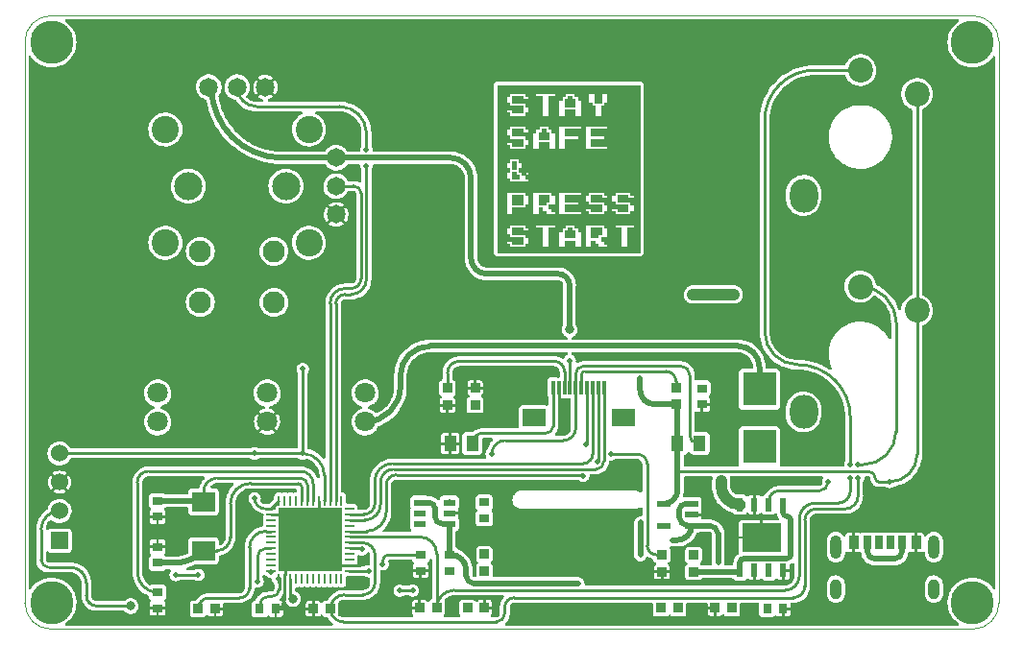
<source format=gbr>
%TF.GenerationSoftware,KiCad,Pcbnew,(6.0.2)*%
%TF.CreationDate,2022-03-14T13:43:41+08:00*%
%TF.ProjectId,game,67616d65-2e6b-4696-9361-645f70636258,0.1*%
%TF.SameCoordinates,Original*%
%TF.FileFunction,Copper,L2,Bot*%
%TF.FilePolarity,Positive*%
%FSLAX46Y46*%
G04 Gerber Fmt 4.6, Leading zero omitted, Abs format (unit mm)*
G04 Created by KiCad (PCBNEW (6.0.2)) date 2022-03-14 13:43:41*
%MOMM*%
%LPD*%
G01*
G04 APERTURE LIST*
G04 Aperture macros list*
%AMRoundRect*
0 Rectangle with rounded corners*
0 $1 Rounding radius*
0 $2 $3 $4 $5 $6 $7 $8 $9 X,Y pos of 4 corners*
0 Add a 4 corners polygon primitive as box body*
4,1,4,$2,$3,$4,$5,$6,$7,$8,$9,$2,$3,0*
0 Add four circle primitives for the rounded corners*
1,1,$1+$1,$2,$3*
1,1,$1+$1,$4,$5*
1,1,$1+$1,$6,$7*
1,1,$1+$1,$8,$9*
0 Add four rect primitives between the rounded corners*
20,1,$1+$1,$2,$3,$4,$5,0*
20,1,$1+$1,$4,$5,$6,$7,0*
20,1,$1+$1,$6,$7,$8,$9,0*
20,1,$1+$1,$8,$9,$2,$3,0*%
G04 Aperture macros list end*
%TA.AperFunction,Profile*%
%ADD10C,0.100000*%
%TD*%
%TA.AperFunction,EtchedComponent*%
%ADD11C,0.010000*%
%TD*%
%TA.AperFunction,ComponentPad*%
%ADD12C,3.800000*%
%TD*%
%TA.AperFunction,ComponentPad*%
%ADD13C,1.950000*%
%TD*%
%TA.AperFunction,ComponentPad*%
%ADD14C,1.650000*%
%TD*%
%TA.AperFunction,ComponentPad*%
%ADD15C,2.400000*%
%TD*%
%TA.AperFunction,ComponentPad*%
%ADD16C,2.475000*%
%TD*%
%TA.AperFunction,ComponentPad*%
%ADD17O,2.500000X3.000000*%
%TD*%
%TA.AperFunction,ComponentPad*%
%ADD18C,2.200000*%
%TD*%
%TA.AperFunction,ComponentPad*%
%ADD19C,1.800000*%
%TD*%
%TA.AperFunction,ComponentPad*%
%ADD20C,1.524000*%
%TD*%
%TA.AperFunction,ComponentPad*%
%ADD21R,1.524000X1.524000*%
%TD*%
%TA.AperFunction,SMDPad,CuDef*%
%ADD22R,2.032000X1.778000*%
%TD*%
%TA.AperFunction,SMDPad,CuDef*%
%ADD23R,0.864000X0.806000*%
%TD*%
%TA.AperFunction,SMDPad,CuDef*%
%ADD24RoundRect,0.062500X-0.062500X0.375000X-0.062500X-0.375000X0.062500X-0.375000X0.062500X0.375000X0*%
%TD*%
%TA.AperFunction,SMDPad,CuDef*%
%ADD25RoundRect,0.062500X-0.375000X0.062500X-0.375000X-0.062500X0.375000X-0.062500X0.375000X0.062500X0*%
%TD*%
%TA.AperFunction,SMDPad,CuDef*%
%ADD26R,5.600000X5.600000*%
%TD*%
%TA.AperFunction,SMDPad,CuDef*%
%ADD27R,0.900000X0.800000*%
%TD*%
%TA.AperFunction,ComponentPad*%
%ADD28O,1.000000X2.100000*%
%TD*%
%TA.AperFunction,ComponentPad*%
%ADD29O,1.000000X1.800000*%
%TD*%
%TA.AperFunction,SMDPad,CuDef*%
%ADD30R,0.700000X1.200000*%
%TD*%
%TA.AperFunction,SMDPad,CuDef*%
%ADD31R,0.800000X1.200000*%
%TD*%
%TA.AperFunction,SMDPad,CuDef*%
%ADD32R,0.900000X1.200000*%
%TD*%
%TA.AperFunction,SMDPad,CuDef*%
%ADD33R,0.300000X1.300000*%
%TD*%
%TA.AperFunction,SMDPad,CuDef*%
%ADD34R,2.000000X1.600000*%
%TD*%
%TA.AperFunction,SMDPad,CuDef*%
%ADD35R,1.150000X0.600000*%
%TD*%
%TA.AperFunction,SMDPad,CuDef*%
%ADD36R,0.806000X0.864000*%
%TD*%
%TA.AperFunction,SMDPad,CuDef*%
%ADD37R,1.133000X1.377000*%
%TD*%
%TA.AperFunction,SMDPad,CuDef*%
%ADD38R,0.800000X0.900000*%
%TD*%
%TA.AperFunction,SMDPad,CuDef*%
%ADD39R,1.100000X0.600000*%
%TD*%
%TA.AperFunction,SMDPad,CuDef*%
%ADD40R,0.600000X1.200000*%
%TD*%
%TA.AperFunction,SMDPad,CuDef*%
%ADD41R,3.500000X2.500000*%
%TD*%
%TA.AperFunction,SMDPad,CuDef*%
%ADD42R,3.000000X3.000000*%
%TD*%
%TA.AperFunction,ViaPad*%
%ADD43C,0.500000*%
%TD*%
%TA.AperFunction,ViaPad*%
%ADD44C,1.000000*%
%TD*%
%TA.AperFunction,ViaPad*%
%ADD45C,0.800000*%
%TD*%
%TA.AperFunction,Conductor*%
%ADD46C,0.254000*%
%TD*%
%TA.AperFunction,Conductor*%
%ADD47C,0.500000*%
%TD*%
%TA.AperFunction,Conductor*%
%ADD48C,1.000000*%
%TD*%
G04 APERTURE END LIST*
D10*
X109550200Y-123291600D02*
X190830200Y-123291600D01*
X190830200Y-123291600D02*
G75*
G03*
X193116200Y-121005600I0J2286000D01*
G01*
X193116200Y-71475600D02*
X193116200Y-121005600D01*
X107264200Y-71475600D02*
X107264200Y-121005600D01*
X193116200Y-71475600D02*
G75*
G03*
X190830200Y-69189600I-2286000J0D01*
G01*
X109550200Y-69189600D02*
X190830200Y-69189600D01*
X107264200Y-121005600D02*
G75*
G03*
X109550200Y-123291600I2286000J0D01*
G01*
X109550200Y-69189600D02*
G75*
G03*
X107264200Y-71475600I0J-2286000D01*
G01*
D11*
%TO.C,Ref\u002A\u002A*%
X161493200Y-90093800D02*
X148899033Y-90093800D01*
X148899033Y-90093800D02*
X148899033Y-87871300D01*
X148899033Y-87871300D02*
X149661033Y-87871300D01*
X149661033Y-87871300D02*
X149661033Y-88442800D01*
X149661033Y-88442800D02*
X149957366Y-88442800D01*
X149957366Y-88442800D02*
X149957366Y-88717966D01*
X149957366Y-88717966D02*
X151100366Y-88717966D01*
X151100366Y-88717966D02*
X151100366Y-89332658D01*
X151100366Y-89332658D02*
X150221950Y-89321216D01*
X150221950Y-89321216D02*
X150209432Y-89035466D01*
X150209432Y-89035466D02*
X149661033Y-89035466D01*
X149661033Y-89035466D02*
X149661033Y-89310633D01*
X149661033Y-89310633D02*
X149957366Y-89310633D01*
X149957366Y-89310633D02*
X149957366Y-89585800D01*
X149957366Y-89585800D02*
X151375533Y-89585800D01*
X151375533Y-89585800D02*
X151375533Y-89310633D01*
X151375533Y-89310633D02*
X151671866Y-89310633D01*
X151671866Y-89310633D02*
X151671866Y-88739133D01*
X151671866Y-88739133D02*
X151375533Y-88739133D01*
X151375533Y-88739133D02*
X151375533Y-88442800D01*
X151375533Y-88442800D02*
X150211366Y-88442800D01*
X150211366Y-88442800D02*
X150211366Y-87850133D01*
X150211366Y-87850133D02*
X151100366Y-87850133D01*
X151100366Y-87850133D02*
X151100366Y-88146466D01*
X151100366Y-88146466D02*
X151671866Y-88146466D01*
X151671866Y-88146466D02*
X151671866Y-87871300D01*
X151671866Y-87871300D02*
X151375533Y-87871300D01*
X151375533Y-87871300D02*
X151375533Y-87574966D01*
X151375533Y-87574966D02*
X152264533Y-87574966D01*
X152264533Y-87574966D02*
X152264533Y-87850133D01*
X152264533Y-87850133D02*
X152857200Y-87850133D01*
X152857200Y-87850133D02*
X152857200Y-89585800D01*
X152857200Y-89585800D02*
X153407533Y-89585800D01*
X153407533Y-89585800D02*
X153407533Y-88167633D01*
X153407533Y-88167633D02*
X154296533Y-88167633D01*
X154296533Y-88167633D02*
X154296533Y-89585800D01*
X154296533Y-89585800D02*
X154846866Y-89585800D01*
X154846866Y-89585800D02*
X154846866Y-89014300D01*
X154846866Y-89014300D02*
X155735866Y-89014300D01*
X155735866Y-89014300D02*
X155735866Y-89585800D01*
X155735866Y-89585800D02*
X156307366Y-89585800D01*
X156307366Y-89585800D02*
X156307366Y-88167633D01*
X156307366Y-88167633D02*
X156011033Y-88167633D01*
X156011033Y-88167633D02*
X156011033Y-87871300D01*
X156011033Y-87871300D02*
X155714700Y-87871300D01*
X155714700Y-87871300D02*
X155714700Y-87574966D01*
X155714700Y-87574966D02*
X156624866Y-87574966D01*
X156624866Y-87574966D02*
X156624866Y-89585800D01*
X156624866Y-89585800D02*
X157175200Y-89585800D01*
X157175200Y-89585800D02*
X157175200Y-89014300D01*
X157175200Y-89014300D02*
X157492700Y-89014300D01*
X157492700Y-89014300D02*
X157492700Y-89310633D01*
X157492700Y-89310633D02*
X157767866Y-89310633D01*
X157767866Y-89310633D02*
X157767866Y-89585800D01*
X157767866Y-89585800D02*
X158614533Y-89585800D01*
X158614533Y-89585800D02*
X158614533Y-89331800D01*
X158614533Y-89331800D02*
X158339366Y-89331800D01*
X158339366Y-89331800D02*
X158339366Y-89035466D01*
X158339366Y-89035466D02*
X158043033Y-89035466D01*
X158043033Y-89035466D02*
X158043033Y-88717966D01*
X158043033Y-88717966D02*
X158614533Y-88717966D01*
X158614533Y-88717966D02*
X158614533Y-87871300D01*
X158614533Y-87871300D02*
X158339366Y-87871300D01*
X158339366Y-87871300D02*
X158339366Y-87574966D01*
X158339366Y-87574966D02*
X159228366Y-87574966D01*
X159228366Y-87574966D02*
X159228366Y-87850133D01*
X159228366Y-87850133D02*
X159799866Y-87850133D01*
X159799866Y-87850133D02*
X159799866Y-89585800D01*
X159799866Y-89585800D02*
X160371366Y-89585800D01*
X160371366Y-89585800D02*
X160371366Y-87850133D01*
X160371366Y-87850133D02*
X160942866Y-87850133D01*
X160942866Y-87850133D02*
X160942866Y-87574966D01*
X160942866Y-87574966D02*
X159228366Y-87574966D01*
X159228366Y-87574966D02*
X158339366Y-87574966D01*
X158339366Y-87574966D02*
X156624866Y-87574966D01*
X156624866Y-87574966D02*
X155714700Y-87574966D01*
X155714700Y-87574966D02*
X154868033Y-87574966D01*
X154868033Y-87574966D02*
X154868033Y-87871300D01*
X154868033Y-87871300D02*
X154592866Y-87871300D01*
X154592866Y-87871300D02*
X154592866Y-88167633D01*
X154592866Y-88167633D02*
X154296533Y-88167633D01*
X154296533Y-88167633D02*
X153407533Y-88167633D01*
X153407533Y-88167633D02*
X153407533Y-87850133D01*
X153407533Y-87850133D02*
X153979033Y-87850133D01*
X153979033Y-87850133D02*
X153979033Y-87574966D01*
X153979033Y-87574966D02*
X152264533Y-87574966D01*
X152264533Y-87574966D02*
X151375533Y-87574966D01*
X151375533Y-87574966D02*
X149957366Y-87574966D01*
X149957366Y-87574966D02*
X149957366Y-87871300D01*
X149957366Y-87871300D02*
X149661033Y-87871300D01*
X149661033Y-87871300D02*
X148899033Y-87871300D01*
X148899033Y-87871300D02*
X148899033Y-84696300D01*
X148899033Y-84696300D02*
X149661033Y-84696300D01*
X149661033Y-84696300D02*
X149661033Y-86685966D01*
X149661033Y-86685966D02*
X150211366Y-86685966D01*
X150211366Y-86685966D02*
X150211366Y-86114466D01*
X150211366Y-86114466D02*
X151375533Y-86114466D01*
X151375533Y-86114466D02*
X151375533Y-85818133D01*
X151375533Y-85818133D02*
X151671866Y-85818133D01*
X151671866Y-85818133D02*
X151671866Y-84971466D01*
X151671866Y-84971466D02*
X151375533Y-84971466D01*
X151375533Y-84971466D02*
X151375533Y-84696300D01*
X151375533Y-84696300D02*
X151968200Y-84696300D01*
X151968200Y-84696300D02*
X151968200Y-86685966D01*
X151968200Y-86685966D02*
X152539700Y-86685966D01*
X152539700Y-86685966D02*
X152539700Y-86114466D01*
X152539700Y-86114466D02*
X152857200Y-86114466D01*
X152857200Y-86114466D02*
X152857200Y-86410800D01*
X152857200Y-86410800D02*
X153132366Y-86410800D01*
X153132366Y-86410800D02*
X153132366Y-86685966D01*
X153132366Y-86685966D02*
X153979033Y-86685966D01*
X153979033Y-86685966D02*
X153979033Y-86431966D01*
X153979033Y-86431966D02*
X153703866Y-86431966D01*
X153703866Y-86431966D02*
X153703866Y-86135633D01*
X153703866Y-86135633D02*
X153407533Y-86135633D01*
X153407533Y-86135633D02*
X153407533Y-85818133D01*
X153407533Y-85818133D02*
X153979033Y-85818133D01*
X153979033Y-85818133D02*
X153979033Y-84971466D01*
X153979033Y-84971466D02*
X153703866Y-84971466D01*
X153703866Y-84971466D02*
X153703866Y-84696300D01*
X153703866Y-84696300D02*
X154296533Y-84696300D01*
X154296533Y-84696300D02*
X154296533Y-86685966D01*
X154296533Y-86685966D02*
X156307366Y-86685966D01*
X156307366Y-86685966D02*
X156307366Y-86431966D01*
X156307366Y-86431966D02*
X154846866Y-86431966D01*
X154846866Y-86431966D02*
X154846866Y-85818133D01*
X154846866Y-85818133D02*
X156011033Y-85818133D01*
X156011033Y-85818133D02*
X156011033Y-85564813D01*
X156011033Y-85564813D02*
X155434241Y-85559181D01*
X155434241Y-85559181D02*
X154857450Y-85553550D01*
X154857450Y-85553550D02*
X154846117Y-84971466D01*
X154846117Y-84971466D02*
X156624866Y-84971466D01*
X156624866Y-84971466D02*
X156624866Y-85542966D01*
X156624866Y-85542966D02*
X156900033Y-85542966D01*
X156900033Y-85542966D02*
X156900033Y-85818133D01*
X156900033Y-85818133D02*
X158064200Y-85818133D01*
X158064200Y-85818133D02*
X158064200Y-86431966D01*
X158064200Y-86431966D02*
X157175200Y-86431966D01*
X157175200Y-86431966D02*
X157175200Y-86135633D01*
X157175200Y-86135633D02*
X156624866Y-86135633D01*
X156624866Y-86135633D02*
X156624866Y-86410800D01*
X156624866Y-86410800D02*
X156900033Y-86410800D01*
X156900033Y-86410800D02*
X156900033Y-86685966D01*
X156900033Y-86685966D02*
X158339366Y-86685966D01*
X158339366Y-86685966D02*
X158339366Y-86410800D01*
X158339366Y-86410800D02*
X158614533Y-86410800D01*
X158614533Y-86410800D02*
X158614533Y-85839300D01*
X158614533Y-85839300D02*
X158339366Y-85839300D01*
X158339366Y-85839300D02*
X158339366Y-85564133D01*
X158339366Y-85564133D02*
X157175200Y-85564133D01*
X157175200Y-85564133D02*
X157175200Y-84950300D01*
X157175200Y-84950300D02*
X158064200Y-84950300D01*
X158064200Y-84950300D02*
X158064200Y-85246633D01*
X158064200Y-85246633D02*
X158614533Y-85246633D01*
X158614533Y-85246633D02*
X158614533Y-84971466D01*
X158614533Y-84971466D02*
X158932033Y-84971466D01*
X158932033Y-84971466D02*
X158932033Y-85542966D01*
X158932033Y-85542966D02*
X159228366Y-85542966D01*
X159228366Y-85542966D02*
X159228366Y-85818133D01*
X159228366Y-85818133D02*
X160371366Y-85818133D01*
X160371366Y-85818133D02*
X160371366Y-86432825D01*
X160371366Y-86432825D02*
X159492950Y-86421383D01*
X159492950Y-86421383D02*
X159480432Y-86135633D01*
X159480432Y-86135633D02*
X158932033Y-86135633D01*
X158932033Y-86135633D02*
X158932033Y-86410800D01*
X158932033Y-86410800D02*
X159228366Y-86410800D01*
X159228366Y-86410800D02*
X159228366Y-86685966D01*
X159228366Y-86685966D02*
X160646533Y-86685966D01*
X160646533Y-86685966D02*
X160646533Y-86410800D01*
X160646533Y-86410800D02*
X160942866Y-86410800D01*
X160942866Y-86410800D02*
X160942866Y-85839300D01*
X160942866Y-85839300D02*
X160646533Y-85839300D01*
X160646533Y-85839300D02*
X160646533Y-85564813D01*
X160646533Y-85564813D02*
X160069741Y-85559181D01*
X160069741Y-85559181D02*
X159492950Y-85553550D01*
X159492950Y-85553550D02*
X159481204Y-84950300D01*
X159481204Y-84950300D02*
X160371366Y-84950300D01*
X160371366Y-84950300D02*
X160371366Y-85246633D01*
X160371366Y-85246633D02*
X160942866Y-85246633D01*
X160942866Y-85246633D02*
X160942866Y-84971466D01*
X160942866Y-84971466D02*
X160646533Y-84971466D01*
X160646533Y-84971466D02*
X160646533Y-84696300D01*
X160646533Y-84696300D02*
X159228366Y-84696300D01*
X159228366Y-84696300D02*
X159228366Y-84971466D01*
X159228366Y-84971466D02*
X158932033Y-84971466D01*
X158932033Y-84971466D02*
X158614533Y-84971466D01*
X158614533Y-84971466D02*
X158339366Y-84971466D01*
X158339366Y-84971466D02*
X158339366Y-84696300D01*
X158339366Y-84696300D02*
X156900033Y-84696300D01*
X156900033Y-84696300D02*
X156900033Y-84971466D01*
X156900033Y-84971466D02*
X156624866Y-84971466D01*
X156624866Y-84971466D02*
X154846117Y-84971466D01*
X154846117Y-84971466D02*
X154845704Y-84950300D01*
X154845704Y-84950300D02*
X156307366Y-84950300D01*
X156307366Y-84950300D02*
X156307366Y-84696300D01*
X156307366Y-84696300D02*
X154296533Y-84696300D01*
X154296533Y-84696300D02*
X153703866Y-84696300D01*
X153703866Y-84696300D02*
X151968200Y-84696300D01*
X151968200Y-84696300D02*
X151375533Y-84696300D01*
X151375533Y-84696300D02*
X149661033Y-84696300D01*
X149661033Y-84696300D02*
X148899033Y-84696300D01*
X148899033Y-84696300D02*
X148899033Y-82071633D01*
X148899033Y-82071633D02*
X149661033Y-82071633D01*
X149661033Y-82071633D02*
X149661033Y-82643133D01*
X149661033Y-82643133D02*
X149957366Y-82643133D01*
X149957366Y-82643133D02*
X149957366Y-82939466D01*
X149957366Y-82939466D02*
X149661033Y-82939466D01*
X149661033Y-82939466D02*
X149661033Y-83510966D01*
X149661033Y-83510966D02*
X149957366Y-83510966D01*
X149957366Y-83510966D02*
X149957366Y-83786133D01*
X149957366Y-83786133D02*
X151671866Y-83786133D01*
X151671866Y-83786133D02*
X151671866Y-83532133D01*
X151671866Y-83532133D02*
X151375533Y-83532133D01*
X151375533Y-83532133D02*
X151375533Y-83235800D01*
X151375533Y-83235800D02*
X151079200Y-83235800D01*
X151079200Y-83235800D02*
X151079200Y-82939466D01*
X151079200Y-82939466D02*
X151396700Y-82939466D01*
X151396700Y-82939466D02*
X151396700Y-83214633D01*
X151396700Y-83214633D02*
X151671866Y-83214633D01*
X151671866Y-83214633D02*
X151671866Y-82939466D01*
X151671866Y-82939466D02*
X151396700Y-82939466D01*
X151396700Y-82939466D02*
X151079200Y-82939466D01*
X151079200Y-82939466D02*
X150804033Y-82939466D01*
X150804033Y-82939466D02*
X150804033Y-82643133D01*
X150804033Y-82643133D02*
X151079200Y-82643133D01*
X151079200Y-82643133D02*
X151079200Y-82071633D01*
X151079200Y-82071633D02*
X150804033Y-82071633D01*
X150804033Y-82071633D02*
X150804033Y-81796466D01*
X150804033Y-81796466D02*
X149957366Y-81796466D01*
X149957366Y-81796466D02*
X149957366Y-82071633D01*
X149957366Y-82071633D02*
X149661033Y-82071633D01*
X149661033Y-82071633D02*
X148899033Y-82071633D01*
X148899033Y-82071633D02*
X148899033Y-79171800D01*
X148899033Y-79171800D02*
X149661033Y-79171800D01*
X149661033Y-79171800D02*
X149661033Y-79743300D01*
X149661033Y-79743300D02*
X149957366Y-79743300D01*
X149957366Y-79743300D02*
X149957366Y-80039633D01*
X149957366Y-80039633D02*
X151100366Y-80039633D01*
X151100366Y-80039633D02*
X151100366Y-80632300D01*
X151100366Y-80632300D02*
X150211366Y-80632300D01*
X150211366Y-80632300D02*
X150211366Y-80335966D01*
X150211366Y-80335966D02*
X149661033Y-80335966D01*
X149661033Y-80335966D02*
X149661033Y-80611133D01*
X149661033Y-80611133D02*
X149957366Y-80611133D01*
X149957366Y-80611133D02*
X149957366Y-80907466D01*
X149957366Y-80907466D02*
X151375533Y-80907466D01*
X151375533Y-80907466D02*
X151375533Y-80611133D01*
X151375533Y-80611133D02*
X151671866Y-80611133D01*
X151671866Y-80611133D02*
X151671866Y-80039633D01*
X151671866Y-80039633D02*
X151375533Y-80039633D01*
X151375533Y-80039633D02*
X151375533Y-79764466D01*
X151375533Y-79764466D02*
X150210204Y-79764466D01*
X150210204Y-79764466D02*
X150215973Y-79468133D01*
X150215973Y-79468133D02*
X151968200Y-79468133D01*
X151968200Y-79468133D02*
X151968200Y-80907466D01*
X151968200Y-80907466D02*
X152539700Y-80907466D01*
X152539700Y-80907466D02*
X152539700Y-80314800D01*
X152539700Y-80314800D02*
X153428700Y-80314800D01*
X153428700Y-80314800D02*
X153428700Y-80907466D01*
X153428700Y-80907466D02*
X153979033Y-80907466D01*
X153979033Y-80907466D02*
X153979033Y-79468133D01*
X153979033Y-79468133D02*
X153703866Y-79468133D01*
X153703866Y-79468133D02*
X153703866Y-79171800D01*
X153703866Y-79171800D02*
X153407533Y-79171800D01*
X153407533Y-79171800D02*
X153407533Y-78896633D01*
X153407533Y-78896633D02*
X154296533Y-78896633D01*
X154296533Y-78896633D02*
X154296533Y-80907466D01*
X154296533Y-80907466D02*
X154846866Y-80907466D01*
X154846866Y-80907466D02*
X154846866Y-80039633D01*
X154846866Y-80039633D02*
X156011033Y-80039633D01*
X156011033Y-80039633D02*
X156011033Y-79764466D01*
X156011033Y-79764466D02*
X154845704Y-79764466D01*
X154845704Y-79764466D02*
X154857450Y-79161216D01*
X154857450Y-79161216D02*
X155582408Y-79155647D01*
X155582408Y-79155647D02*
X156307366Y-79150077D01*
X156307366Y-79150077D02*
X156307366Y-78896633D01*
X156307366Y-78896633D02*
X156624866Y-78896633D01*
X156624866Y-78896633D02*
X156624866Y-80907466D01*
X156624866Y-80907466D02*
X158614533Y-80907466D01*
X158614533Y-80907466D02*
X158614533Y-80632300D01*
X158614533Y-80632300D02*
X157175200Y-80632300D01*
X157175200Y-80632300D02*
X157175200Y-80039633D01*
X157175200Y-80039633D02*
X158339366Y-80039633D01*
X158339366Y-80039633D02*
X158339366Y-79764466D01*
X158339366Y-79764466D02*
X157175200Y-79764466D01*
X157175200Y-79764466D02*
X157175200Y-79150633D01*
X157175200Y-79150633D02*
X158614533Y-79150633D01*
X158614533Y-79150633D02*
X158614533Y-78896633D01*
X158614533Y-78896633D02*
X156624866Y-78896633D01*
X156624866Y-78896633D02*
X156307366Y-78896633D01*
X156307366Y-78896633D02*
X154296533Y-78896633D01*
X154296533Y-78896633D02*
X153407533Y-78896633D01*
X153407533Y-78896633D02*
X152560866Y-78896633D01*
X152560866Y-78896633D02*
X152560866Y-79171800D01*
X152560866Y-79171800D02*
X152264533Y-79171800D01*
X152264533Y-79171800D02*
X152264533Y-79468133D01*
X152264533Y-79468133D02*
X151968200Y-79468133D01*
X151968200Y-79468133D02*
X150215973Y-79468133D01*
X150215973Y-79468133D02*
X150221950Y-79161216D01*
X150221950Y-79161216D02*
X151100366Y-79149774D01*
X151100366Y-79149774D02*
X151100366Y-79446966D01*
X151100366Y-79446966D02*
X151671866Y-79446966D01*
X151671866Y-79446966D02*
X151671866Y-79171800D01*
X151671866Y-79171800D02*
X151375533Y-79171800D01*
X151375533Y-79171800D02*
X151375533Y-78896633D01*
X151375533Y-78896633D02*
X149957366Y-78896633D01*
X149957366Y-78896633D02*
X149957366Y-79171800D01*
X149957366Y-79171800D02*
X149661033Y-79171800D01*
X149661033Y-79171800D02*
X148899033Y-79171800D01*
X148899033Y-79171800D02*
X148899033Y-76295067D01*
X148899033Y-76295067D02*
X149661033Y-76295067D01*
X149661033Y-76295067D02*
X149661033Y-76843466D01*
X149661033Y-76843466D02*
X149957366Y-76843466D01*
X149957366Y-76843466D02*
X149957366Y-77139800D01*
X149957366Y-77139800D02*
X151100366Y-77139800D01*
X151100366Y-77139800D02*
X151100366Y-77732466D01*
X151100366Y-77732466D02*
X150211366Y-77732466D01*
X150211366Y-77732466D02*
X150211366Y-77436133D01*
X150211366Y-77436133D02*
X149661033Y-77436133D01*
X149661033Y-77436133D02*
X149661033Y-77711300D01*
X149661033Y-77711300D02*
X149957366Y-77711300D01*
X149957366Y-77711300D02*
X149957366Y-78007633D01*
X149957366Y-78007633D02*
X151375533Y-78007633D01*
X151375533Y-78007633D02*
X151375533Y-77711300D01*
X151375533Y-77711300D02*
X151671866Y-77711300D01*
X151671866Y-77711300D02*
X151671866Y-77160966D01*
X151671866Y-77160966D02*
X151375533Y-77160966D01*
X151375533Y-77160966D02*
X151375533Y-76864633D01*
X151375533Y-76864633D02*
X150211366Y-76864633D01*
X150211366Y-76864633D02*
X150211366Y-76271966D01*
X150211366Y-76271966D02*
X151100366Y-76271966D01*
X151100366Y-76271966D02*
X151100366Y-76547133D01*
X151100366Y-76547133D02*
X151671866Y-76547133D01*
X151671866Y-76547133D02*
X151671866Y-76295067D01*
X151671866Y-76295067D02*
X151528991Y-76288808D01*
X151528991Y-76288808D02*
X151386116Y-76282550D01*
X151386116Y-76282550D02*
X151379857Y-76139675D01*
X151379857Y-76139675D02*
X151373599Y-75996800D01*
X151373599Y-75996800D02*
X152264533Y-75996800D01*
X152264533Y-75996800D02*
X152264533Y-76271966D01*
X152264533Y-76271966D02*
X152857200Y-76271966D01*
X152857200Y-76271966D02*
X152857200Y-78007633D01*
X152857200Y-78007633D02*
X153407533Y-78007633D01*
X153407533Y-78007633D02*
X153407533Y-76568300D01*
X153407533Y-76568300D02*
X154296533Y-76568300D01*
X154296533Y-76568300D02*
X154296533Y-78007633D01*
X154296533Y-78007633D02*
X154846866Y-78007633D01*
X154846866Y-78007633D02*
X154846866Y-77414966D01*
X154846866Y-77414966D02*
X155735866Y-77414966D01*
X155735866Y-77414966D02*
X155735866Y-78007633D01*
X155735866Y-78007633D02*
X156307366Y-78007633D01*
X156307366Y-78007633D02*
X156307366Y-76568300D01*
X156307366Y-76568300D02*
X156011033Y-76568300D01*
X156011033Y-76568300D02*
X156011033Y-76295067D01*
X156011033Y-76295067D02*
X155868158Y-76288808D01*
X155868158Y-76288808D02*
X155725283Y-76282550D01*
X155725283Y-76282550D02*
X155712765Y-75996800D01*
X155712765Y-75996800D02*
X156900033Y-75996800D01*
X156900033Y-75996800D02*
X156900033Y-76843466D01*
X156900033Y-76843466D02*
X157196366Y-76843466D01*
X157196366Y-76843466D02*
X157196366Y-77139800D01*
X157196366Y-77139800D02*
X157492700Y-77139800D01*
X157492700Y-77139800D02*
X157492700Y-78007633D01*
X157492700Y-78007633D02*
X158043033Y-78007633D01*
X158043033Y-78007633D02*
X158043033Y-77139800D01*
X158043033Y-77139800D02*
X158339366Y-77139800D01*
X158339366Y-77139800D02*
X158339366Y-76843466D01*
X158339366Y-76843466D02*
X158614533Y-76843466D01*
X158614533Y-76843466D02*
X158614533Y-75996800D01*
X158614533Y-75996800D02*
X158064200Y-75996800D01*
X158064200Y-75996800D02*
X158064200Y-76864633D01*
X158064200Y-76864633D02*
X157471533Y-76864633D01*
X157471533Y-76864633D02*
X157471533Y-75996800D01*
X157471533Y-75996800D02*
X156900033Y-75996800D01*
X156900033Y-75996800D02*
X155712765Y-75996800D01*
X155712765Y-75996800D02*
X154868033Y-75996800D01*
X154868033Y-75996800D02*
X154868033Y-76293133D01*
X154868033Y-76293133D02*
X154592866Y-76293133D01*
X154592866Y-76293133D02*
X154592866Y-76568300D01*
X154592866Y-76568300D02*
X154296533Y-76568300D01*
X154296533Y-76568300D02*
X153407533Y-76568300D01*
X153407533Y-76568300D02*
X153407533Y-76271966D01*
X153407533Y-76271966D02*
X153979033Y-76271966D01*
X153979033Y-76271966D02*
X153979033Y-75996800D01*
X153979033Y-75996800D02*
X152264533Y-75996800D01*
X152264533Y-75996800D02*
X151373599Y-75996800D01*
X151373599Y-75996800D02*
X149959300Y-75996800D01*
X149959300Y-75996800D02*
X149953042Y-76139675D01*
X149953042Y-76139675D02*
X149946783Y-76282550D01*
X149946783Y-76282550D02*
X149803908Y-76288808D01*
X149803908Y-76288808D02*
X149661033Y-76295067D01*
X149661033Y-76295067D02*
X148899033Y-76295067D01*
X148899033Y-76295067D02*
X148899033Y-75298300D01*
X148899033Y-75298300D02*
X161493200Y-75298300D01*
X161493200Y-75298300D02*
X161493200Y-90093800D01*
X161493200Y-90093800D02*
X161493200Y-90093800D01*
G36*
X161493200Y-75298300D02*
G01*
X161493200Y-90093800D01*
X148899033Y-90093800D01*
X148899033Y-88442800D01*
X149661033Y-88442800D01*
X149957366Y-88442800D01*
X149957366Y-88717966D01*
X151100366Y-88717966D01*
X151100366Y-89332658D01*
X150221950Y-89321216D01*
X150209432Y-89035466D01*
X149661033Y-89035466D01*
X149661033Y-89310633D01*
X149957366Y-89310633D01*
X149957366Y-89585800D01*
X151375533Y-89585800D01*
X151375533Y-89310633D01*
X151671866Y-89310633D01*
X151671866Y-88739133D01*
X151375533Y-88739133D01*
X151375533Y-88442800D01*
X150211366Y-88442800D01*
X150211366Y-87850133D01*
X151100366Y-87850133D01*
X151100366Y-88146466D01*
X151671866Y-88146466D01*
X151671866Y-87871300D01*
X151375533Y-87871300D01*
X151375533Y-87850133D01*
X152264533Y-87850133D01*
X152857200Y-87850133D01*
X152857200Y-89585800D01*
X153407533Y-89585800D01*
X154296533Y-89585800D01*
X154846866Y-89585800D01*
X154846866Y-89014300D01*
X155735866Y-89014300D01*
X155735866Y-89585800D01*
X156307366Y-89585800D01*
X156307366Y-88167633D01*
X156011033Y-88167633D01*
X156011033Y-87871300D01*
X155714700Y-87871300D01*
X155714700Y-87574966D01*
X156624866Y-87574966D01*
X156624866Y-89585800D01*
X157175200Y-89585800D01*
X157175200Y-89014300D01*
X157492700Y-89014300D01*
X157492700Y-89310633D01*
X157767866Y-89310633D01*
X157767866Y-89585800D01*
X158614533Y-89585800D01*
X158614533Y-89331800D01*
X158339366Y-89331800D01*
X158339366Y-89035466D01*
X158043033Y-89035466D01*
X158043033Y-88717966D01*
X158614533Y-88717966D01*
X158614533Y-87871300D01*
X158339366Y-87871300D01*
X158339366Y-87850133D01*
X159228366Y-87850133D01*
X159799866Y-87850133D01*
X159799866Y-89585800D01*
X160371366Y-89585800D01*
X160371366Y-87850133D01*
X160942866Y-87850133D01*
X160942866Y-87574966D01*
X159228366Y-87574966D01*
X159228366Y-87850133D01*
X158339366Y-87850133D01*
X158339366Y-87574966D01*
X156624866Y-87574966D01*
X155714700Y-87574966D01*
X154868033Y-87574966D01*
X154868033Y-87871300D01*
X154592866Y-87871300D01*
X154592866Y-88167633D01*
X154296533Y-88167633D01*
X154296533Y-89585800D01*
X153407533Y-89585800D01*
X153407533Y-87850133D01*
X153979033Y-87850133D01*
X153979033Y-87574966D01*
X152264533Y-87574966D01*
X152264533Y-87850133D01*
X151375533Y-87850133D01*
X151375533Y-87574966D01*
X149957366Y-87574966D01*
X149957366Y-87871300D01*
X149661033Y-87871300D01*
X149661033Y-88442800D01*
X148899033Y-88442800D01*
X148899033Y-86685966D01*
X149661033Y-86685966D01*
X150211366Y-86685966D01*
X151968200Y-86685966D01*
X152539700Y-86685966D01*
X152539700Y-86114466D01*
X152857200Y-86114466D01*
X152857200Y-86410800D01*
X153132366Y-86410800D01*
X153132366Y-86685966D01*
X153979033Y-86685966D01*
X154296533Y-86685966D01*
X156307366Y-86685966D01*
X156307366Y-86431966D01*
X154846866Y-86431966D01*
X154846866Y-86410800D01*
X156624866Y-86410800D01*
X156900033Y-86410800D01*
X156900033Y-86685966D01*
X158339366Y-86685966D01*
X158339366Y-86410800D01*
X158614533Y-86410800D01*
X158614533Y-85839300D01*
X158339366Y-85839300D01*
X158339366Y-85564133D01*
X157175200Y-85564133D01*
X157175200Y-85542966D01*
X158932033Y-85542966D01*
X159228366Y-85542966D01*
X159228366Y-85818133D01*
X160371366Y-85818133D01*
X160371366Y-86432825D01*
X159492950Y-86421383D01*
X159480432Y-86135633D01*
X158932033Y-86135633D01*
X158932033Y-86410800D01*
X159228366Y-86410800D01*
X159228366Y-86685966D01*
X160646533Y-86685966D01*
X160646533Y-86410800D01*
X160942866Y-86410800D01*
X160942866Y-85839300D01*
X160646533Y-85839300D01*
X160646533Y-85564813D01*
X160069741Y-85559181D01*
X159492950Y-85553550D01*
X159481204Y-84950300D01*
X160371366Y-84950300D01*
X160371366Y-85246633D01*
X160942866Y-85246633D01*
X160942866Y-84971466D01*
X160646533Y-84971466D01*
X160646533Y-84696300D01*
X159228366Y-84696300D01*
X159228366Y-84971466D01*
X158932033Y-84971466D01*
X158932033Y-85542966D01*
X157175200Y-85542966D01*
X157175200Y-84950300D01*
X158064200Y-84950300D01*
X158064200Y-85246633D01*
X158614533Y-85246633D01*
X158614533Y-84971466D01*
X158339366Y-84971466D01*
X158339366Y-84696300D01*
X156900033Y-84696300D01*
X156900033Y-84971466D01*
X156624866Y-84971466D01*
X156624866Y-85542966D01*
X156900033Y-85542966D01*
X156900033Y-85818133D01*
X158064200Y-85818133D01*
X158064200Y-86431966D01*
X157175200Y-86431966D01*
X157175200Y-86135633D01*
X156624866Y-86135633D01*
X156624866Y-86410800D01*
X154846866Y-86410800D01*
X154846866Y-85818133D01*
X156011033Y-85818133D01*
X156011033Y-85564813D01*
X155434241Y-85559181D01*
X154857450Y-85553550D01*
X154846117Y-84971466D01*
X154845704Y-84950300D01*
X156307366Y-84950300D01*
X156307366Y-84696300D01*
X154296533Y-84696300D01*
X154296533Y-86685966D01*
X153979033Y-86685966D01*
X153979033Y-86431966D01*
X153703866Y-86431966D01*
X153703866Y-86135633D01*
X153407533Y-86135633D01*
X153407533Y-85818133D01*
X153979033Y-85818133D01*
X153979033Y-84971466D01*
X153703866Y-84971466D01*
X153703866Y-84696300D01*
X151968200Y-84696300D01*
X151968200Y-86685966D01*
X150211366Y-86685966D01*
X150211366Y-86114466D01*
X151375533Y-86114466D01*
X151375533Y-85818133D01*
X151671866Y-85818133D01*
X151671866Y-84971466D01*
X151375533Y-84971466D01*
X151375533Y-84696300D01*
X149661033Y-84696300D01*
X149661033Y-86685966D01*
X148899033Y-86685966D01*
X148899033Y-82643133D01*
X149661033Y-82643133D01*
X149957366Y-82643133D01*
X149957366Y-82939466D01*
X149661033Y-82939466D01*
X149661033Y-83510966D01*
X149957366Y-83510966D01*
X149957366Y-83786133D01*
X151671866Y-83786133D01*
X151671866Y-83532133D01*
X151375533Y-83532133D01*
X151375533Y-83235800D01*
X151079200Y-83235800D01*
X151079200Y-83214633D01*
X151396700Y-83214633D01*
X151671866Y-83214633D01*
X151671866Y-82939466D01*
X151396700Y-82939466D01*
X151396700Y-83214633D01*
X151079200Y-83214633D01*
X151079200Y-82939466D01*
X150804033Y-82939466D01*
X150804033Y-82643133D01*
X151079200Y-82643133D01*
X151079200Y-82071633D01*
X150804033Y-82071633D01*
X150804033Y-81796466D01*
X149957366Y-81796466D01*
X149957366Y-82071633D01*
X149661033Y-82071633D01*
X149661033Y-82643133D01*
X148899033Y-82643133D01*
X148899033Y-80611133D01*
X149661033Y-80611133D01*
X149957366Y-80611133D01*
X149957366Y-80907466D01*
X151375533Y-80907466D01*
X151968200Y-80907466D01*
X152539700Y-80907466D01*
X152539700Y-80314800D01*
X153428700Y-80314800D01*
X153428700Y-80907466D01*
X153979033Y-80907466D01*
X153979033Y-79468133D01*
X153703866Y-79468133D01*
X153703866Y-79171800D01*
X153407533Y-79171800D01*
X153407533Y-78896633D01*
X154296533Y-78896633D01*
X154296533Y-80907466D01*
X154846866Y-80907466D01*
X156624866Y-80907466D01*
X158614533Y-80907466D01*
X158614533Y-80632300D01*
X157175200Y-80632300D01*
X157175200Y-80039633D01*
X158339366Y-80039633D01*
X158339366Y-79764466D01*
X157175200Y-79764466D01*
X157175200Y-79150633D01*
X158614533Y-79150633D01*
X158614533Y-78896633D01*
X156624866Y-78896633D01*
X156624866Y-80907466D01*
X154846866Y-80907466D01*
X154846866Y-80039633D01*
X156011033Y-80039633D01*
X156011033Y-79764466D01*
X154845704Y-79764466D01*
X154857450Y-79161216D01*
X155582408Y-79155647D01*
X156307366Y-79150077D01*
X156307366Y-78896633D01*
X154296533Y-78896633D01*
X153407533Y-78896633D01*
X152560866Y-78896633D01*
X152560866Y-79171800D01*
X152264533Y-79171800D01*
X152264533Y-79468133D01*
X151968200Y-79468133D01*
X151968200Y-80907466D01*
X151375533Y-80907466D01*
X151375533Y-80611133D01*
X151671866Y-80611133D01*
X151671866Y-80039633D01*
X151375533Y-80039633D01*
X151375533Y-79764466D01*
X150210204Y-79764466D01*
X150215973Y-79468133D01*
X150221950Y-79161216D01*
X151100366Y-79149774D01*
X151100366Y-79446966D01*
X151671866Y-79446966D01*
X151671866Y-79171800D01*
X151375533Y-79171800D01*
X151375533Y-78896633D01*
X149957366Y-78896633D01*
X149957366Y-79171800D01*
X149661033Y-79171800D01*
X149661033Y-79743300D01*
X149957366Y-79743300D01*
X149957366Y-80039633D01*
X151100366Y-80039633D01*
X151100366Y-80632300D01*
X150211366Y-80632300D01*
X150211366Y-80335966D01*
X149661033Y-80335966D01*
X149661033Y-80611133D01*
X148899033Y-80611133D01*
X148899033Y-76843466D01*
X149661033Y-76843466D01*
X149957366Y-76843466D01*
X149957366Y-77139800D01*
X151100366Y-77139800D01*
X151100366Y-77732466D01*
X150211366Y-77732466D01*
X150211366Y-77436133D01*
X149661033Y-77436133D01*
X149661033Y-77711300D01*
X149957366Y-77711300D01*
X149957366Y-78007633D01*
X151375533Y-78007633D01*
X151375533Y-77711300D01*
X151671866Y-77711300D01*
X151671866Y-77160966D01*
X151375533Y-77160966D01*
X151375533Y-76864633D01*
X150211366Y-76864633D01*
X150211366Y-76271966D01*
X151100366Y-76271966D01*
X151100366Y-76547133D01*
X151671866Y-76547133D01*
X151671866Y-76295067D01*
X151528991Y-76288808D01*
X151386116Y-76282550D01*
X151385652Y-76271966D01*
X152264533Y-76271966D01*
X152857200Y-76271966D01*
X152857200Y-78007633D01*
X153407533Y-78007633D01*
X154296533Y-78007633D01*
X154846866Y-78007633D01*
X154846866Y-77414966D01*
X155735866Y-77414966D01*
X155735866Y-78007633D01*
X156307366Y-78007633D01*
X156307366Y-76843466D01*
X156900033Y-76843466D01*
X157196366Y-76843466D01*
X157196366Y-77139800D01*
X157492700Y-77139800D01*
X157492700Y-78007633D01*
X158043033Y-78007633D01*
X158043033Y-77139800D01*
X158339366Y-77139800D01*
X158339366Y-76843466D01*
X158614533Y-76843466D01*
X158614533Y-75996800D01*
X158064200Y-75996800D01*
X158064200Y-76864633D01*
X157471533Y-76864633D01*
X157471533Y-75996800D01*
X156900033Y-75996800D01*
X156900033Y-76843466D01*
X156307366Y-76843466D01*
X156307366Y-76568300D01*
X156011033Y-76568300D01*
X156011033Y-76295067D01*
X155868158Y-76288808D01*
X155725283Y-76282550D01*
X155712765Y-75996800D01*
X154868033Y-75996800D01*
X154868033Y-76293133D01*
X154592866Y-76293133D01*
X154592866Y-76568300D01*
X154296533Y-76568300D01*
X154296533Y-78007633D01*
X153407533Y-78007633D01*
X153407533Y-76271966D01*
X153979033Y-76271966D01*
X153979033Y-75996800D01*
X152264533Y-75996800D01*
X152264533Y-76271966D01*
X151385652Y-76271966D01*
X151379857Y-76139675D01*
X151373599Y-75996800D01*
X149959300Y-75996800D01*
X149953042Y-76139675D01*
X149946783Y-76282550D01*
X149803908Y-76288808D01*
X149661033Y-76295067D01*
X149661033Y-76843466D01*
X148899033Y-76843466D01*
X148899033Y-75298300D01*
X161493200Y-75298300D01*
G37*
X161493200Y-75298300D02*
X161493200Y-90093800D01*
X148899033Y-90093800D01*
X148899033Y-88442800D01*
X149661033Y-88442800D01*
X149957366Y-88442800D01*
X149957366Y-88717966D01*
X151100366Y-88717966D01*
X151100366Y-89332658D01*
X150221950Y-89321216D01*
X150209432Y-89035466D01*
X149661033Y-89035466D01*
X149661033Y-89310633D01*
X149957366Y-89310633D01*
X149957366Y-89585800D01*
X151375533Y-89585800D01*
X151375533Y-89310633D01*
X151671866Y-89310633D01*
X151671866Y-88739133D01*
X151375533Y-88739133D01*
X151375533Y-88442800D01*
X150211366Y-88442800D01*
X150211366Y-87850133D01*
X151100366Y-87850133D01*
X151100366Y-88146466D01*
X151671866Y-88146466D01*
X151671866Y-87871300D01*
X151375533Y-87871300D01*
X151375533Y-87850133D01*
X152264533Y-87850133D01*
X152857200Y-87850133D01*
X152857200Y-89585800D01*
X153407533Y-89585800D01*
X154296533Y-89585800D01*
X154846866Y-89585800D01*
X154846866Y-89014300D01*
X155735866Y-89014300D01*
X155735866Y-89585800D01*
X156307366Y-89585800D01*
X156307366Y-88167633D01*
X156011033Y-88167633D01*
X156011033Y-87871300D01*
X155714700Y-87871300D01*
X155714700Y-87574966D01*
X156624866Y-87574966D01*
X156624866Y-89585800D01*
X157175200Y-89585800D01*
X157175200Y-89014300D01*
X157492700Y-89014300D01*
X157492700Y-89310633D01*
X157767866Y-89310633D01*
X157767866Y-89585800D01*
X158614533Y-89585800D01*
X158614533Y-89331800D01*
X158339366Y-89331800D01*
X158339366Y-89035466D01*
X158043033Y-89035466D01*
X158043033Y-88717966D01*
X158614533Y-88717966D01*
X158614533Y-87871300D01*
X158339366Y-87871300D01*
X158339366Y-87850133D01*
X159228366Y-87850133D01*
X159799866Y-87850133D01*
X159799866Y-89585800D01*
X160371366Y-89585800D01*
X160371366Y-87850133D01*
X160942866Y-87850133D01*
X160942866Y-87574966D01*
X159228366Y-87574966D01*
X159228366Y-87850133D01*
X158339366Y-87850133D01*
X158339366Y-87574966D01*
X156624866Y-87574966D01*
X155714700Y-87574966D01*
X154868033Y-87574966D01*
X154868033Y-87871300D01*
X154592866Y-87871300D01*
X154592866Y-88167633D01*
X154296533Y-88167633D01*
X154296533Y-89585800D01*
X153407533Y-89585800D01*
X153407533Y-87850133D01*
X153979033Y-87850133D01*
X153979033Y-87574966D01*
X152264533Y-87574966D01*
X152264533Y-87850133D01*
X151375533Y-87850133D01*
X151375533Y-87574966D01*
X149957366Y-87574966D01*
X149957366Y-87871300D01*
X149661033Y-87871300D01*
X149661033Y-88442800D01*
X148899033Y-88442800D01*
X148899033Y-86685966D01*
X149661033Y-86685966D01*
X150211366Y-86685966D01*
X151968200Y-86685966D01*
X152539700Y-86685966D01*
X152539700Y-86114466D01*
X152857200Y-86114466D01*
X152857200Y-86410800D01*
X153132366Y-86410800D01*
X153132366Y-86685966D01*
X153979033Y-86685966D01*
X154296533Y-86685966D01*
X156307366Y-86685966D01*
X156307366Y-86431966D01*
X154846866Y-86431966D01*
X154846866Y-86410800D01*
X156624866Y-86410800D01*
X156900033Y-86410800D01*
X156900033Y-86685966D01*
X158339366Y-86685966D01*
X158339366Y-86410800D01*
X158614533Y-86410800D01*
X158614533Y-85839300D01*
X158339366Y-85839300D01*
X158339366Y-85564133D01*
X157175200Y-85564133D01*
X157175200Y-85542966D01*
X158932033Y-85542966D01*
X159228366Y-85542966D01*
X159228366Y-85818133D01*
X160371366Y-85818133D01*
X160371366Y-86432825D01*
X159492950Y-86421383D01*
X159480432Y-86135633D01*
X158932033Y-86135633D01*
X158932033Y-86410800D01*
X159228366Y-86410800D01*
X159228366Y-86685966D01*
X160646533Y-86685966D01*
X160646533Y-86410800D01*
X160942866Y-86410800D01*
X160942866Y-85839300D01*
X160646533Y-85839300D01*
X160646533Y-85564813D01*
X160069741Y-85559181D01*
X159492950Y-85553550D01*
X159481204Y-84950300D01*
X160371366Y-84950300D01*
X160371366Y-85246633D01*
X160942866Y-85246633D01*
X160942866Y-84971466D01*
X160646533Y-84971466D01*
X160646533Y-84696300D01*
X159228366Y-84696300D01*
X159228366Y-84971466D01*
X158932033Y-84971466D01*
X158932033Y-85542966D01*
X157175200Y-85542966D01*
X157175200Y-84950300D01*
X158064200Y-84950300D01*
X158064200Y-85246633D01*
X158614533Y-85246633D01*
X158614533Y-84971466D01*
X158339366Y-84971466D01*
X158339366Y-84696300D01*
X156900033Y-84696300D01*
X156900033Y-84971466D01*
X156624866Y-84971466D01*
X156624866Y-85542966D01*
X156900033Y-85542966D01*
X156900033Y-85818133D01*
X158064200Y-85818133D01*
X158064200Y-86431966D01*
X157175200Y-86431966D01*
X157175200Y-86135633D01*
X156624866Y-86135633D01*
X156624866Y-86410800D01*
X154846866Y-86410800D01*
X154846866Y-85818133D01*
X156011033Y-85818133D01*
X156011033Y-85564813D01*
X155434241Y-85559181D01*
X154857450Y-85553550D01*
X154846117Y-84971466D01*
X154845704Y-84950300D01*
X156307366Y-84950300D01*
X156307366Y-84696300D01*
X154296533Y-84696300D01*
X154296533Y-86685966D01*
X153979033Y-86685966D01*
X153979033Y-86431966D01*
X153703866Y-86431966D01*
X153703866Y-86135633D01*
X153407533Y-86135633D01*
X153407533Y-85818133D01*
X153979033Y-85818133D01*
X153979033Y-84971466D01*
X153703866Y-84971466D01*
X153703866Y-84696300D01*
X151968200Y-84696300D01*
X151968200Y-86685966D01*
X150211366Y-86685966D01*
X150211366Y-86114466D01*
X151375533Y-86114466D01*
X151375533Y-85818133D01*
X151671866Y-85818133D01*
X151671866Y-84971466D01*
X151375533Y-84971466D01*
X151375533Y-84696300D01*
X149661033Y-84696300D01*
X149661033Y-86685966D01*
X148899033Y-86685966D01*
X148899033Y-82643133D01*
X149661033Y-82643133D01*
X149957366Y-82643133D01*
X149957366Y-82939466D01*
X149661033Y-82939466D01*
X149661033Y-83510966D01*
X149957366Y-83510966D01*
X149957366Y-83786133D01*
X151671866Y-83786133D01*
X151671866Y-83532133D01*
X151375533Y-83532133D01*
X151375533Y-83235800D01*
X151079200Y-83235800D01*
X151079200Y-83214633D01*
X151396700Y-83214633D01*
X151671866Y-83214633D01*
X151671866Y-82939466D01*
X151396700Y-82939466D01*
X151396700Y-83214633D01*
X151079200Y-83214633D01*
X151079200Y-82939466D01*
X150804033Y-82939466D01*
X150804033Y-82643133D01*
X151079200Y-82643133D01*
X151079200Y-82071633D01*
X150804033Y-82071633D01*
X150804033Y-81796466D01*
X149957366Y-81796466D01*
X149957366Y-82071633D01*
X149661033Y-82071633D01*
X149661033Y-82643133D01*
X148899033Y-82643133D01*
X148899033Y-80611133D01*
X149661033Y-80611133D01*
X149957366Y-80611133D01*
X149957366Y-80907466D01*
X151375533Y-80907466D01*
X151968200Y-80907466D01*
X152539700Y-80907466D01*
X152539700Y-80314800D01*
X153428700Y-80314800D01*
X153428700Y-80907466D01*
X153979033Y-80907466D01*
X153979033Y-79468133D01*
X153703866Y-79468133D01*
X153703866Y-79171800D01*
X153407533Y-79171800D01*
X153407533Y-78896633D01*
X154296533Y-78896633D01*
X154296533Y-80907466D01*
X154846866Y-80907466D01*
X156624866Y-80907466D01*
X158614533Y-80907466D01*
X158614533Y-80632300D01*
X157175200Y-80632300D01*
X157175200Y-80039633D01*
X158339366Y-80039633D01*
X158339366Y-79764466D01*
X157175200Y-79764466D01*
X157175200Y-79150633D01*
X158614533Y-79150633D01*
X158614533Y-78896633D01*
X156624866Y-78896633D01*
X156624866Y-80907466D01*
X154846866Y-80907466D01*
X154846866Y-80039633D01*
X156011033Y-80039633D01*
X156011033Y-79764466D01*
X154845704Y-79764466D01*
X154857450Y-79161216D01*
X155582408Y-79155647D01*
X156307366Y-79150077D01*
X156307366Y-78896633D01*
X154296533Y-78896633D01*
X153407533Y-78896633D01*
X152560866Y-78896633D01*
X152560866Y-79171800D01*
X152264533Y-79171800D01*
X152264533Y-79468133D01*
X151968200Y-79468133D01*
X151968200Y-80907466D01*
X151375533Y-80907466D01*
X151375533Y-80611133D01*
X151671866Y-80611133D01*
X151671866Y-80039633D01*
X151375533Y-80039633D01*
X151375533Y-79764466D01*
X150210204Y-79764466D01*
X150215973Y-79468133D01*
X150221950Y-79161216D01*
X151100366Y-79149774D01*
X151100366Y-79446966D01*
X151671866Y-79446966D01*
X151671866Y-79171800D01*
X151375533Y-79171800D01*
X151375533Y-78896633D01*
X149957366Y-78896633D01*
X149957366Y-79171800D01*
X149661033Y-79171800D01*
X149661033Y-79743300D01*
X149957366Y-79743300D01*
X149957366Y-80039633D01*
X151100366Y-80039633D01*
X151100366Y-80632300D01*
X150211366Y-80632300D01*
X150211366Y-80335966D01*
X149661033Y-80335966D01*
X149661033Y-80611133D01*
X148899033Y-80611133D01*
X148899033Y-76843466D01*
X149661033Y-76843466D01*
X149957366Y-76843466D01*
X149957366Y-77139800D01*
X151100366Y-77139800D01*
X151100366Y-77732466D01*
X150211366Y-77732466D01*
X150211366Y-77436133D01*
X149661033Y-77436133D01*
X149661033Y-77711300D01*
X149957366Y-77711300D01*
X149957366Y-78007633D01*
X151375533Y-78007633D01*
X151375533Y-77711300D01*
X151671866Y-77711300D01*
X151671866Y-77160966D01*
X151375533Y-77160966D01*
X151375533Y-76864633D01*
X150211366Y-76864633D01*
X150211366Y-76271966D01*
X151100366Y-76271966D01*
X151100366Y-76547133D01*
X151671866Y-76547133D01*
X151671866Y-76295067D01*
X151528991Y-76288808D01*
X151386116Y-76282550D01*
X151385652Y-76271966D01*
X152264533Y-76271966D01*
X152857200Y-76271966D01*
X152857200Y-78007633D01*
X153407533Y-78007633D01*
X154296533Y-78007633D01*
X154846866Y-78007633D01*
X154846866Y-77414966D01*
X155735866Y-77414966D01*
X155735866Y-78007633D01*
X156307366Y-78007633D01*
X156307366Y-76843466D01*
X156900033Y-76843466D01*
X157196366Y-76843466D01*
X157196366Y-77139800D01*
X157492700Y-77139800D01*
X157492700Y-78007633D01*
X158043033Y-78007633D01*
X158043033Y-77139800D01*
X158339366Y-77139800D01*
X158339366Y-76843466D01*
X158614533Y-76843466D01*
X158614533Y-75996800D01*
X158064200Y-75996800D01*
X158064200Y-76864633D01*
X157471533Y-76864633D01*
X157471533Y-75996800D01*
X156900033Y-75996800D01*
X156900033Y-76843466D01*
X156307366Y-76843466D01*
X156307366Y-76568300D01*
X156011033Y-76568300D01*
X156011033Y-76295067D01*
X155868158Y-76288808D01*
X155725283Y-76282550D01*
X155712765Y-75996800D01*
X154868033Y-75996800D01*
X154868033Y-76293133D01*
X154592866Y-76293133D01*
X154592866Y-76568300D01*
X154296533Y-76568300D01*
X154296533Y-78007633D01*
X153407533Y-78007633D01*
X153407533Y-76271966D01*
X153979033Y-76271966D01*
X153979033Y-75996800D01*
X152264533Y-75996800D01*
X152264533Y-76271966D01*
X151385652Y-76271966D01*
X151379857Y-76139675D01*
X151373599Y-75996800D01*
X149959300Y-75996800D01*
X149953042Y-76139675D01*
X149946783Y-76282550D01*
X149803908Y-76288808D01*
X149661033Y-76295067D01*
X149661033Y-76843466D01*
X148899033Y-76843466D01*
X148899033Y-75298300D01*
X161493200Y-75298300D01*
X155460700Y-88146466D02*
X155735866Y-88146466D01*
X155735866Y-88146466D02*
X155735866Y-88739133D01*
X155735866Y-88739133D02*
X154846866Y-88739133D01*
X154846866Y-88739133D02*
X154846866Y-88146466D01*
X154846866Y-88146466D02*
X155143200Y-88146466D01*
X155143200Y-88146466D02*
X155143200Y-87850133D01*
X155143200Y-87850133D02*
X155460700Y-87850133D01*
X155460700Y-87850133D02*
X155460700Y-88146466D01*
X155460700Y-88146466D02*
X155460700Y-88146466D01*
G36*
X155460700Y-88146466D02*
G01*
X155735866Y-88146466D01*
X155735866Y-88739133D01*
X154846866Y-88739133D01*
X154846866Y-88146466D01*
X155143200Y-88146466D01*
X155143200Y-87850133D01*
X155460700Y-87850133D01*
X155460700Y-88146466D01*
G37*
X155460700Y-88146466D02*
X155735866Y-88146466D01*
X155735866Y-88739133D01*
X154846866Y-88739133D01*
X154846866Y-88146466D01*
X155143200Y-88146466D01*
X155143200Y-87850133D01*
X155460700Y-87850133D01*
X155460700Y-88146466D01*
X150528866Y-82664300D02*
X150211366Y-82664300D01*
X150211366Y-82664300D02*
X150211366Y-82050466D01*
X150211366Y-82050466D02*
X150528866Y-82050466D01*
X150528866Y-82050466D02*
X150528866Y-82664300D01*
X150528866Y-82664300D02*
X150528866Y-82664300D01*
G36*
X150528866Y-82664300D02*
G01*
X150211366Y-82664300D01*
X150211366Y-82050466D01*
X150528866Y-82050466D01*
X150528866Y-82664300D01*
G37*
X150528866Y-82664300D02*
X150211366Y-82664300D01*
X150211366Y-82050466D01*
X150528866Y-82050466D01*
X150528866Y-82664300D01*
X153132366Y-79446966D02*
X153428700Y-79446966D01*
X153428700Y-79446966D02*
X153428700Y-80039633D01*
X153428700Y-80039633D02*
X152539700Y-80039633D01*
X152539700Y-80039633D02*
X152539700Y-79446966D01*
X152539700Y-79446966D02*
X152836033Y-79446966D01*
X152836033Y-79446966D02*
X152836033Y-79150633D01*
X152836033Y-79150633D02*
X153132366Y-79150633D01*
X153132366Y-79150633D02*
X153132366Y-79446966D01*
X153132366Y-79446966D02*
X153132366Y-79446966D01*
G36*
X153132366Y-79446966D02*
G01*
X153428700Y-79446966D01*
X153428700Y-80039633D01*
X152539700Y-80039633D01*
X152539700Y-79446966D01*
X152836033Y-79446966D01*
X152836033Y-79150633D01*
X153132366Y-79150633D01*
X153132366Y-79446966D01*
G37*
X153132366Y-79446966D02*
X153428700Y-79446966D01*
X153428700Y-80039633D01*
X152539700Y-80039633D01*
X152539700Y-79446966D01*
X152836033Y-79446966D01*
X152836033Y-79150633D01*
X153132366Y-79150633D01*
X153132366Y-79446966D01*
X155460700Y-76547133D02*
X155735866Y-76547133D01*
X155735866Y-76547133D02*
X155735866Y-77160966D01*
X155735866Y-77160966D02*
X154846866Y-77160966D01*
X154846866Y-77160966D02*
X154846866Y-76547133D01*
X154846866Y-76547133D02*
X155143200Y-76547133D01*
X155143200Y-76547133D02*
X155143200Y-76271966D01*
X155143200Y-76271966D02*
X155460700Y-76271966D01*
X155460700Y-76271966D02*
X155460700Y-76547133D01*
X155460700Y-76547133D02*
X155460700Y-76547133D01*
G36*
X155460700Y-76547133D02*
G01*
X155735866Y-76547133D01*
X155735866Y-77160966D01*
X154846866Y-77160966D01*
X154846866Y-76547133D01*
X155143200Y-76547133D01*
X155143200Y-76271966D01*
X155460700Y-76271966D01*
X155460700Y-76547133D01*
G37*
X155460700Y-76547133D02*
X155735866Y-76547133D01*
X155735866Y-77160966D01*
X154846866Y-77160966D01*
X154846866Y-76547133D01*
X155143200Y-76547133D01*
X155143200Y-76271966D01*
X155460700Y-76271966D01*
X155460700Y-76547133D01*
X158064200Y-88442800D02*
X157767866Y-88442800D01*
X157767866Y-88442800D02*
X157767866Y-88739133D01*
X157767866Y-88739133D02*
X157175200Y-88739133D01*
X157175200Y-88739133D02*
X157175200Y-87850133D01*
X157175200Y-87850133D02*
X158064200Y-87850133D01*
X158064200Y-87850133D02*
X158064200Y-88442800D01*
X158064200Y-88442800D02*
X158064200Y-88442800D01*
G36*
X158064200Y-88442800D02*
G01*
X157767866Y-88442800D01*
X157767866Y-88739133D01*
X157175200Y-88739133D01*
X157175200Y-87850133D01*
X158064200Y-87850133D01*
X158064200Y-88442800D01*
G37*
X158064200Y-88442800D02*
X157767866Y-88442800D01*
X157767866Y-88739133D01*
X157175200Y-88739133D01*
X157175200Y-87850133D01*
X158064200Y-87850133D01*
X158064200Y-88442800D01*
X150528866Y-83214633D02*
X150825200Y-83214633D01*
X150825200Y-83214633D02*
X150825200Y-83532133D01*
X150825200Y-83532133D02*
X150211366Y-83532133D01*
X150211366Y-83532133D02*
X150211366Y-82918300D01*
X150211366Y-82918300D02*
X150528866Y-82918300D01*
X150528866Y-82918300D02*
X150528866Y-83214633D01*
X150528866Y-83214633D02*
X150528866Y-83214633D01*
G36*
X150528866Y-83214633D02*
G01*
X150825200Y-83214633D01*
X150825200Y-83532133D01*
X150211366Y-83532133D01*
X150211366Y-82918300D01*
X150528866Y-82918300D01*
X150528866Y-83214633D01*
G37*
X150528866Y-83214633D02*
X150825200Y-83214633D01*
X150825200Y-83532133D01*
X150211366Y-83532133D01*
X150211366Y-82918300D01*
X150528866Y-82918300D01*
X150528866Y-83214633D01*
X153428700Y-85564133D02*
X153132366Y-85564133D01*
X153132366Y-85564133D02*
X153132366Y-85839300D01*
X153132366Y-85839300D02*
X152539700Y-85839300D01*
X152539700Y-85839300D02*
X152539700Y-84950300D01*
X152539700Y-84950300D02*
X153428700Y-84950300D01*
X153428700Y-84950300D02*
X153428700Y-85564133D01*
X153428700Y-85564133D02*
X153428700Y-85564133D01*
G36*
X153428700Y-85564133D02*
G01*
X153132366Y-85564133D01*
X153132366Y-85839300D01*
X152539700Y-85839300D01*
X152539700Y-84950300D01*
X153428700Y-84950300D01*
X153428700Y-85564133D01*
G37*
X153428700Y-85564133D02*
X153132366Y-85564133D01*
X153132366Y-85839300D01*
X152539700Y-85839300D01*
X152539700Y-84950300D01*
X153428700Y-84950300D01*
X153428700Y-85564133D01*
X151100366Y-85839300D02*
X150211366Y-85839300D01*
X150211366Y-85839300D02*
X150211366Y-84950300D01*
X150211366Y-84950300D02*
X151100366Y-84950300D01*
X151100366Y-84950300D02*
X151100366Y-85839300D01*
X151100366Y-85839300D02*
X151100366Y-85839300D01*
G36*
X151100366Y-85839300D02*
G01*
X150211366Y-85839300D01*
X150211366Y-84950300D01*
X151100366Y-84950300D01*
X151100366Y-85839300D01*
G37*
X151100366Y-85839300D02*
X150211366Y-85839300D01*
X150211366Y-84950300D01*
X151100366Y-84950300D01*
X151100366Y-85839300D01*
%TD*%
D12*
%TO.P,Mt\u002A\u002A,1*%
%TO.N,N/C*%
X109601000Y-71526400D03*
%TD*%
%TO.P,Mt\u002A\u002A,1*%
%TO.N,N/C*%
X190779400Y-71526400D03*
%TD*%
D13*
%TO.P,S1,A1,A1*%
%TO.N,unconnected-(S1-PadA1)*%
X122716200Y-89965600D03*
D14*
%TO.P,S1,A11,A11*%
%TO.N,/GND*%
X134696200Y-86715600D03*
%TO.P,S1,A12,A12*%
%TO.N,/ADC_IN0*%
X134696200Y-84215600D03*
%TO.P,S1,A13,A13*%
%TO.N,/3V3*%
X134696200Y-81715600D03*
D13*
%TO.P,S1,B1,B1*%
%TO.N,unconnected-(S1-PadB1)*%
X122716200Y-94465600D03*
D14*
%TO.P,S1,B11,B11*%
%TO.N,/GND*%
X128466200Y-75485600D03*
%TO.P,S1,B12,B12*%
%TO.N,/ADC_IN1*%
X125966200Y-75485600D03*
%TO.P,S1,B13,B13*%
%TO.N,/3V3*%
X123466200Y-75485600D03*
D13*
%TO.P,S1,C1,C1*%
%TO.N,unconnected-(S1-PadC1)*%
X129216200Y-89965600D03*
%TO.P,S1,D1,D1*%
%TO.N,unconnected-(S1-PadD1)*%
X129216200Y-94465600D03*
D15*
%TO.P,S1,MH1,MH1*%
%TO.N,unconnected-(S1-PadMH1)*%
X119641200Y-89215600D03*
%TO.P,S1,MH2,MH2*%
%TO.N,unconnected-(S1-PadMH2)*%
X119641200Y-79215600D03*
%TO.P,S1,MH3,MH3*%
%TO.N,unconnected-(S1-PadMH3)*%
X132291200Y-89215600D03*
%TO.P,S1,MH4,MH4*%
%TO.N,unconnected-(S1-PadMH4)*%
X132291200Y-79215600D03*
D16*
%TO.P,S1,MH5,MH5*%
%TO.N,unconnected-(S1-PadMH5)*%
X121666200Y-84215600D03*
%TO.P,S1,MH6,MH6*%
%TO.N,unconnected-(S1-PadMH6)*%
X130266200Y-84215600D03*
%TD*%
D12*
%TO.P,Mt\u002A\u002A,1*%
%TO.N,N/C*%
X190779400Y-120954800D03*
%TD*%
D17*
%TO.P,S3,*%
%TO.N,*%
X175898800Y-104133800D03*
D18*
%TO.P,S3,1*%
%TO.N,/PB1*%
X180898800Y-93083800D03*
%TO.P,S3,2*%
%TO.N,/3V3*%
X185898800Y-95183800D03*
%TD*%
D19*
%TO.P,JP1,1*%
%TO.N,/Vbat*%
X118948200Y-105003600D03*
%TO.P,JP1,2*%
%TO.N,Net-(IC3-Pad5)*%
X118948200Y-102463600D03*
%TD*%
D12*
%TO.P,Mt\u002A\u002A,1*%
%TO.N,N/C*%
X109601000Y-120954800D03*
%TD*%
D20*
%TO.P,P1,1,3V3*%
%TO.N,/3V3*%
X110312200Y-107797600D03*
%TO.P,P1,2,GND*%
%TO.N,/GND*%
X110312200Y-110337600D03*
%TO.P,P1,3,SWDIO*%
%TO.N,/SWDIO*%
X110312200Y-112877600D03*
D21*
%TO.P,P1,4,SWCLK*%
%TO.N,/SWCLK*%
X110312200Y-115481600D03*
%TD*%
D19*
%TO.P,JP2,1*%
%TO.N,/S2*%
X137236200Y-102463600D03*
%TO.P,JP2,2*%
%TO.N,Net-(B1-Pad1)*%
X137236200Y-105003600D03*
%TD*%
D17*
%TO.P,S2,*%
%TO.N,*%
X175898800Y-85033000D03*
D18*
%TO.P,S2,1*%
%TO.N,/PB0*%
X180898800Y-73983000D03*
%TO.P,S2,2*%
%TO.N,/3V3*%
X185898800Y-76083000D03*
%TD*%
D22*
%TO.P,Y1,1*%
%TO.N,/PD0*%
X123012200Y-116368600D03*
%TO.P,Y1,2*%
%TO.N,/PD1*%
X123012200Y-112050600D03*
%TD*%
D23*
%TO.P,R1,1*%
%TO.N,/DISP*%
X164642800Y-101964600D03*
%TO.P,R1,2*%
%TO.N,/3V3*%
X164642800Y-103470600D03*
%TD*%
D24*
%TO.P,U1,1,VBAT*%
%TO.N,/3V3*%
X129660200Y-111980100D03*
%TO.P,U1,2,PC13*%
%TO.N,unconnected-(U1-Pad2)*%
X130160200Y-111980100D03*
%TO.P,U1,3,PC14*%
%TO.N,unconnected-(U1-Pad3)*%
X130660200Y-111980100D03*
%TO.P,U1,4,PC15*%
%TO.N,unconnected-(U1-Pad4)*%
X131160200Y-111980100D03*
%TO.P,U1,5,PD0*%
%TO.N,/PD0*%
X131660200Y-111980100D03*
%TO.P,U1,6,PD1*%
%TO.N,/PD1*%
X132160200Y-111980100D03*
%TO.P,U1,7,NRST*%
%TO.N,/NRST*%
X132660200Y-111980100D03*
%TO.P,U1,8,VSSA*%
%TO.N,/GND*%
X133160200Y-111980100D03*
%TO.P,U1,9,VDDA*%
%TO.N,/3V3*%
X133660200Y-111980100D03*
%TO.P,U1,10,PA0*%
%TO.N,/ADC_IN0*%
X134160200Y-111980100D03*
%TO.P,U1,11,PA1*%
%TO.N,/ADC_IN1*%
X134660200Y-111980100D03*
%TO.P,U1,12,PA2*%
%TO.N,unconnected-(U1-Pad12)*%
X135160200Y-111980100D03*
D25*
%TO.P,U1,13,PA3*%
%TO.N,unconnected-(U1-Pad13)*%
X135847700Y-112667600D03*
%TO.P,U1,14,PA4*%
%TO.N,/CS*%
X135847700Y-113167600D03*
%TO.P,U1,15,PA5*%
%TO.N,/SCK*%
X135847700Y-113667600D03*
%TO.P,U1,16,PA6*%
%TO.N,unconnected-(U1-Pad16)*%
X135847700Y-114167600D03*
%TO.P,U1,17,PA7*%
%TO.N,/MOSI*%
X135847700Y-114667600D03*
%TO.P,U1,18,PB0*%
%TO.N,/PB0*%
X135847700Y-115167600D03*
%TO.P,U1,19,PB1*%
%TO.N,/PB1*%
X135847700Y-115667600D03*
%TO.P,U1,20,PB2*%
%TO.N,Net-(R12-Pad2)*%
X135847700Y-116167600D03*
%TO.P,U1,21,PB10*%
%TO.N,unconnected-(U1-Pad21)*%
X135847700Y-116667600D03*
%TO.P,U1,22,PB11*%
%TO.N,unconnected-(U1-Pad22)*%
X135847700Y-117167600D03*
%TO.P,U1,23,VSS*%
%TO.N,/GND*%
X135847700Y-117667600D03*
%TO.P,U1,24,VDD*%
%TO.N,/3V3*%
X135847700Y-118167600D03*
D24*
%TO.P,U1,25,PB12*%
%TO.N,unconnected-(U1-Pad25)*%
X135160200Y-118855100D03*
%TO.P,U1,26,PB13*%
%TO.N,unconnected-(U1-Pad26)*%
X134660200Y-118855100D03*
%TO.P,U1,27,PB14*%
%TO.N,unconnected-(U1-Pad27)*%
X134160200Y-118855100D03*
%TO.P,U1,28,PB15*%
%TO.N,unconnected-(U1-Pad28)*%
X133660200Y-118855100D03*
%TO.P,U1,29,PA8*%
%TO.N,unconnected-(U1-Pad29)*%
X133160200Y-118855100D03*
%TO.P,U1,30,PA9*%
%TO.N,unconnected-(U1-Pad30)*%
X132660200Y-118855100D03*
%TO.P,U1,31,PA10*%
%TO.N,unconnected-(U1-Pad31)*%
X132160200Y-118855100D03*
%TO.P,U1,32,PA11*%
%TO.N,unconnected-(U1-Pad32)*%
X131660200Y-118855100D03*
%TO.P,U1,33,PA12*%
%TO.N,unconnected-(U1-Pad33)*%
X131160200Y-118855100D03*
%TO.P,U1,34,PA13*%
%TO.N,/SWDIO*%
X130660200Y-118855100D03*
%TO.P,U1,35,VSS*%
%TO.N,/GND*%
X130160200Y-118855100D03*
%TO.P,U1,36,VDD*%
%TO.N,/3V3*%
X129660200Y-118855100D03*
D25*
%TO.P,U1,37,PA14*%
%TO.N,/SWCLK*%
X128972700Y-118167600D03*
%TO.P,U1,38,PA15*%
%TO.N,unconnected-(U1-Pad38)*%
X128972700Y-117667600D03*
%TO.P,U1,39,PB3*%
%TO.N,unconnected-(U1-Pad39)*%
X128972700Y-117167600D03*
%TO.P,U1,40,PB4*%
%TO.N,unconnected-(U1-Pad40)*%
X128972700Y-116667600D03*
%TO.P,U1,41,PB5*%
%TO.N,Net-(R11-Pad2)*%
X128972700Y-116167600D03*
%TO.P,U1,42,PB6*%
%TO.N,unconnected-(U1-Pad42)*%
X128972700Y-115667600D03*
%TO.P,U1,43,PB7*%
%TO.N,unconnected-(U1-Pad43)*%
X128972700Y-115167600D03*
%TO.P,U1,44,BOOT0*%
%TO.N,Net-(R3-Pad2)*%
X128972700Y-114667600D03*
%TO.P,U1,45,PB8*%
%TO.N,unconnected-(U1-Pad45)*%
X128972700Y-114167600D03*
%TO.P,U1,46,PB9*%
%TO.N,unconnected-(U1-Pad46)*%
X128972700Y-113667600D03*
%TO.P,U1,47,VSS*%
%TO.N,/GND*%
X128972700Y-113167600D03*
%TO.P,U1,48,VDD*%
%TO.N,/3V3*%
X128972700Y-112667600D03*
D26*
%TO.P,U1,49,VSS*%
%TO.N,/GND*%
X132410200Y-115417600D03*
%TD*%
D27*
%TO.P,C3,1*%
%TO.N,/GND*%
X118948200Y-113385600D03*
%TO.P,C3,2*%
%TO.N,/PD1*%
X118948200Y-111985600D03*
%TD*%
D28*
%TO.P,J2,1,MH1*%
%TO.N,unconnected-(J1-Pad1)*%
X187375800Y-116061000D03*
%TO.P,J2,2,MH2*%
%TO.N,unconnected-(J1-Pad2)*%
X178735800Y-116061000D03*
D29*
%TO.P,J2,3,MH3*%
%TO.N,unconnected-(J1-Pad3)*%
X187375800Y-119761000D03*
%TO.P,J2,4,MH4*%
%TO.N,unconnected-(J1-Pad4)*%
X178735800Y-119761000D03*
D30*
%TO.P,J2,A5,CC1*%
%TO.N,unconnected-(J1-PadA5)*%
X183555800Y-115661000D03*
D31*
%TO.P,J2,A9,VBUS_1*%
%TO.N,/ChargeIn*%
X181535800Y-115661000D03*
D32*
%TO.P,J2,A12,GND_1*%
%TO.N,/GND*%
X180305800Y-115661000D03*
D30*
%TO.P,J2,B5,CC2*%
%TO.N,unconnected-(J1-PadB5)*%
X182555800Y-115661000D03*
D31*
%TO.P,J2,B9,VBUS_2*%
%TO.N,/ChargeIn*%
X184575800Y-115661000D03*
D32*
%TO.P,J2,B12,GND_2*%
%TO.N,/GND*%
X185805800Y-115661000D03*
%TD*%
D33*
%TO.P,J1,1,1*%
%TO.N,/SCK*%
X158307200Y-101987600D03*
%TO.P,J1,2,2*%
%TO.N,/MOSI*%
X157807200Y-101987600D03*
%TO.P,J1,3,3*%
%TO.N,/CS*%
X157307200Y-101987600D03*
%TO.P,J1,4,4*%
%TO.N,/EXTCOMM*%
X156807200Y-101987600D03*
%TO.P,J1,5,5*%
%TO.N,/DISP*%
X156307200Y-101987600D03*
%TO.P,J1,6,6*%
%TO.N,/AVDD*%
X155807200Y-101987600D03*
%TO.P,J1,7,7*%
%TO.N,/3V3*%
X155307200Y-101987600D03*
%TO.P,J1,8,8*%
%TO.N,/EXTMODE*%
X154807200Y-101987600D03*
%TO.P,J1,9,9*%
%TO.N,/GND*%
X154307200Y-101987600D03*
%TO.P,J1,10,10*%
%TO.N,/AGND*%
X153807200Y-101987600D03*
D34*
%TO.P,J1,MP1,MP1*%
%TO.N,unconnected-(J2-PadMP1)*%
X160007200Y-104667600D03*
%TO.P,J1,MP2,MP2*%
%TO.N,unconnected-(J2-PadMP2)*%
X152107200Y-104667600D03*
%TD*%
D35*
%TO.P,IC1,1,VIN*%
%TO.N,/Vin*%
X166028800Y-112257800D03*
%TO.P,IC1,2,GND*%
%TO.N,/GND*%
X166028800Y-113207800D03*
%TO.P,IC1,3,EN*%
%TO.N,/Vin*%
X166028800Y-114157800D03*
%TO.P,IC1,4,NC*%
%TO.N,unconnected-(IC1-Pad4)*%
X163528800Y-114157800D03*
%TO.P,IC1,5,VOUT*%
%TO.N,/3V3*%
X163528800Y-112257800D03*
%TD*%
D23*
%TO.P,R2,1*%
%TO.N,/EXTMODE*%
X144500600Y-102031800D03*
%TO.P,R2,2*%
%TO.N,/GND*%
X144500600Y-103537800D03*
%TD*%
%TO.P,R6,1*%
%TO.N,/EXTCOMM*%
X163407200Y-116738400D03*
%TO.P,R6,2*%
%TO.N,/GND*%
X163407200Y-118244400D03*
%TD*%
D36*
%TO.P,R11,1*%
%TO.N,/GND*%
X124028200Y-121513600D03*
%TO.P,R11,2*%
%TO.N,Net-(R3-Pad2)*%
X122522200Y-121513600D03*
%TD*%
%TO.P,R7,1*%
%TO.N,/GND*%
X147777200Y-121412000D03*
%TO.P,R7,2*%
%TO.N,Net-(R12-Pad2)*%
X146271200Y-121412000D03*
%TD*%
D23*
%TO.P,R8,1*%
%TO.N,Net-(LED2-Pad1)*%
X147751800Y-116680200D03*
%TO.P,R8,2*%
%TO.N,Net-(R11-Pad2)*%
X147751800Y-118186200D03*
%TD*%
D36*
%TO.P,R9,1*%
%TO.N,Net-(C6-Pad1)*%
X163331000Y-121437400D03*
%TO.P,R9,2*%
%TO.N,/Vbat*%
X164837000Y-121437400D03*
%TD*%
D27*
%TO.P,C5,1*%
%TO.N,Net-(C6-Pad1)*%
X144678400Y-118138400D03*
%TO.P,C5,2*%
%TO.N,/S2*%
X144678400Y-116738400D03*
%TD*%
D36*
%TO.P,R4,1*%
%TO.N,/GND*%
X168080800Y-121437400D03*
%TO.P,R4,2*%
%TO.N,Net-(IC3-Pad2)*%
X169586800Y-121437400D03*
%TD*%
D23*
%TO.P,R3,1*%
%TO.N,/GND*%
X146939000Y-102015400D03*
%TO.P,R3,2*%
%TO.N,Net-(IC2-Pad1)*%
X146939000Y-103521400D03*
%TD*%
D37*
%TO.P,FB1,1*%
%TO.N,/3V3*%
X164794400Y-106908600D03*
%TO.P,FB1,2*%
%TO.N,/AVDD*%
X166726400Y-106908600D03*
%TD*%
%TO.P,FB2,1*%
%TO.N,/GND*%
X144753800Y-106919800D03*
%TO.P,FB2,2*%
%TO.N,/AGND*%
X146685800Y-106919800D03*
%TD*%
D38*
%TO.P,C4,1*%
%TO.N,/Vin*%
X172682600Y-121488200D03*
%TO.P,C4,2*%
%TO.N,/GND*%
X174082600Y-121488200D03*
%TD*%
D27*
%TO.P,C6,1*%
%TO.N,/3V3*%
X142138400Y-116738400D03*
%TO.P,C6,2*%
%TO.N,/GND*%
X142138400Y-118138400D03*
%TD*%
D39*
%TO.P,IC2,1,V-*%
%TO.N,Net-(IC2-Pad1)*%
X144683000Y-112130800D03*
%TO.P,IC2,2,S1*%
%TO.N,/GND*%
X144683000Y-113080800D03*
%TO.P,IC2,3,S2*%
%TO.N,/S2*%
X144683000Y-114030800D03*
%TO.P,IC2,4,D*%
%TO.N,unconnected-(IC2-Pad4)*%
X142083000Y-114030800D03*
%TO.P,IC2,5,VDD*%
%TO.N,Net-(C6-Pad1)*%
X142083000Y-113080800D03*
%TO.P,IC2,6,VSS*%
%TO.N,/S2*%
X142083000Y-112130800D03*
%TD*%
D36*
%TO.P,R12,1*%
%TO.N,/PB1*%
X134188200Y-121513600D03*
%TO.P,R12,2*%
%TO.N,/GND*%
X132682200Y-121513600D03*
%TD*%
D27*
%TO.P,C7,1*%
%TO.N,/GND*%
X118948200Y-121451600D03*
%TO.P,C7,2*%
%TO.N,/NRST*%
X118948200Y-120051600D03*
%TD*%
D38*
%TO.P,C8,1*%
%TO.N,/3V3*%
X127962200Y-121513600D03*
%TO.P,C8,2*%
%TO.N,/GND*%
X129362200Y-121513600D03*
%TD*%
D23*
%TO.P,R5,1*%
%TO.N,Net-(LED1-Pad2)*%
X166201200Y-116747400D03*
%TO.P,R5,2*%
%TO.N,/ChargeIn*%
X166201200Y-118253400D03*
%TD*%
D27*
%TO.P,C9,1*%
%TO.N,/GND*%
X118948200Y-116049600D03*
%TO.P,C9,2*%
%TO.N,/PD0*%
X118948200Y-117449600D03*
%TD*%
D40*
%TO.P,IC3,1,TEMP*%
%TO.N,/GND*%
X174091600Y-118122400D03*
%TO.P,IC3,2,PROG*%
%TO.N,Net-(IC3-Pad2)*%
X172821600Y-118122400D03*
%TO.P,IC3,3,GND*%
%TO.N,/GND*%
X171551600Y-118122400D03*
%TO.P,IC3,4,VCC*%
%TO.N,/ChargeIn*%
X170281600Y-118122400D03*
%TO.P,IC3,5,BAT*%
%TO.N,Net-(IC3-Pad5)*%
X170281600Y-112306400D03*
%TO.P,IC3,6,~{STDBY}*%
%TO.N,/GND*%
X171551600Y-112306400D03*
%TO.P,IC3,7,~{CHRG}*%
%TO.N,Net-(IC3-Pad7)*%
X172821600Y-112306400D03*
%TO.P,IC3,8,CE*%
%TO.N,/ChargeIn*%
X174091600Y-112306400D03*
D41*
%TO.P,IC3,9,EAD*%
%TO.N,/GND*%
X172186600Y-115214400D03*
%TD*%
D42*
%TO.P,B1,1*%
%TO.N,Net-(B1-Pad1)*%
X172008800Y-102133400D03*
%TO.P,B1,2*%
%TO.N,/Vbat*%
X172008800Y-107213400D03*
%TD*%
D27*
%TO.P,C1,1*%
%TO.N,/DISP*%
X166928800Y-102057200D03*
%TO.P,C1,2*%
%TO.N,/GND*%
X166928800Y-103457200D03*
%TD*%
D19*
%TO.P,JP3,1*%
%TO.N,/S2*%
X128600200Y-102463600D03*
%TO.P,JP3,2*%
%TO.N,/GND*%
X128600200Y-105003600D03*
%TD*%
D27*
%TO.P,C2,1*%
%TO.N,/AVDD*%
X147751800Y-113512600D03*
%TO.P,C2,2*%
%TO.N,/AGND*%
X147751800Y-112112600D03*
%TD*%
D36*
%TO.P,R10,1*%
%TO.N,/PB0*%
X143560800Y-121412000D03*
%TO.P,R10,2*%
%TO.N,/GND*%
X142054800Y-121412000D03*
%TD*%
D43*
%TO.N,/GND*%
X137109200Y-117297200D03*
X174091600Y-118122400D03*
X126822200Y-121513600D03*
X129362200Y-121513600D03*
X144754600Y-106934000D03*
X147802600Y-121437400D03*
X171551600Y-118110000D03*
X172186600Y-115214400D03*
X144678400Y-113106200D03*
D44*
X132410200Y-115417600D03*
D43*
X136575800Y-119100600D03*
X154787600Y-104089200D03*
X142163800Y-118160800D03*
X174091600Y-121488200D03*
%TO.N,/Vin*%
X172694600Y-121488200D03*
X168376600Y-117424200D03*
X164338000Y-115443000D03*
%TO.N,/3V3*%
X183464200Y-110312200D03*
X142138400Y-116738400D03*
X129583700Y-118855100D03*
X127508000Y-107797600D03*
X131749800Y-100355400D03*
D45*
X155270200Y-96875600D03*
D43*
X138785600Y-117576600D03*
X137548700Y-118186200D03*
X127508000Y-111760000D03*
X161467800Y-101135120D03*
X155270200Y-99618800D03*
X131724400Y-107797600D03*
%TO.N,/S2*%
X156032200Y-119286080D03*
X142083000Y-112130800D03*
%TO.N,Net-(C6-Pad1)*%
X163296600Y-121437400D03*
X144678400Y-118135400D03*
X142087600Y-113080800D03*
%TO.N,/AGND*%
X146685800Y-106919800D03*
X147726400Y-112090200D03*
%TO.N,/AVDD*%
X148413063Y-107827003D03*
X147751800Y-113538000D03*
%TO.N,/DISP*%
X164642800Y-101964600D03*
X166928800Y-102082600D03*
%TO.N,Net-(IC2-Pad1)*%
X146939000Y-103521400D03*
X144678400Y-112115600D03*
%TO.N,Net-(IC3-Pad2)*%
X169621200Y-121437400D03*
X172821600Y-118135400D03*
%TO.N,/ChargeIn*%
X174091600Y-112306400D03*
X181535800Y-115661000D03*
D44*
%TO.N,Net-(IC3-Pad5)*%
X168630600Y-110261400D03*
D43*
%TO.N,Net-(IC3-Pad7)*%
X178054000Y-110312200D03*
%TO.N,/MOSI*%
X157716053Y-108532999D03*
X156464000Y-109771100D03*
%TO.N,/EXTCOMM*%
X158883700Y-107873800D03*
X156730700Y-106984800D03*
%TO.N,Net-(LED1-Pad2)*%
X166217600Y-116713000D03*
%TO.N,/SWCLK*%
X122537922Y-118508078D03*
X120548400Y-118516400D03*
X128972700Y-118242100D03*
D45*
%TO.N,/SWDIO*%
X130886700Y-120614500D03*
X116586000Y-121259600D03*
D43*
%TO.N,/PB1*%
X180709303Y-108795900D03*
X180709303Y-109948900D03*
%TO.N,/PB0*%
X180009800Y-108795900D03*
X180009800Y-109948900D03*
D44*
%TO.N,/Vbat*%
X169745442Y-93784251D03*
D43*
X164846000Y-121462800D03*
D45*
X172008800Y-107213400D03*
D43*
X161526280Y-113893600D03*
D44*
X166141400Y-93776800D03*
D43*
X161518600Y-116763800D03*
%TO.N,/ADC_IN1*%
X137363200Y-81016100D03*
X137363200Y-82415100D03*
%TO.N,Net-(LED2-Pad1)*%
X147751800Y-116636800D03*
%TO.N,Net-(R11-Pad2)*%
X127762000Y-119084578D03*
X147751800Y-118186200D03*
X141444900Y-119888000D03*
X140291900Y-119888000D03*
%TO.N,Net-(R12-Pad2)*%
X136956800Y-116255800D03*
X146271200Y-121412000D03*
%TD*%
D46*
%TO.N,/GND*%
X130999889Y-116827910D02*
X132410200Y-115417600D01*
X154307200Y-101987600D02*
X154327529Y-101987600D01*
X154327529Y-101987600D02*
X154330689Y-101990760D01*
X135847700Y-117667600D02*
X136815000Y-117667600D01*
X135847700Y-117667600D02*
X134660200Y-117667600D01*
X128972700Y-113167600D02*
X130160200Y-113167600D01*
X154330689Y-101990760D02*
X154330689Y-103632289D01*
X130160200Y-120715600D02*
X130160200Y-118855100D01*
X133160200Y-111980100D02*
X133160200Y-113606940D01*
X130999889Y-116827910D02*
G75*
G03*
X130160200Y-118855100I2027192J-2027190D01*
G01*
X130160200Y-120715600D02*
G75*
G02*
X129362200Y-121513600I-798001J1D01*
G01*
X154787600Y-104089200D02*
G75*
G02*
X154330689Y-103632289I0J456911D01*
G01*
X136829800Y-117652800D02*
G75*
G02*
X136815000Y-117667600I-14801J1D01*
G01*
X132410200Y-115417600D02*
G75*
G03*
X134660200Y-117667600I2250001J1D01*
G01*
X132410200Y-115417600D02*
G75*
G03*
X133160200Y-113606940I-1810664J1810662D01*
G01*
X132410200Y-115417600D02*
G75*
G03*
X130160200Y-113167600I-2250001J-1D01*
G01*
D47*
%TO.N,/Vin*%
X168375208Y-117422808D02*
X168375208Y-114904386D01*
X164947600Y-112758741D02*
X164947600Y-113436400D01*
X167548600Y-114157800D02*
X166028800Y-114157800D01*
X168376600Y-117424200D02*
X168375208Y-117422808D01*
X164338000Y-115443000D02*
X164743600Y-115443000D01*
X166028800Y-112257800D02*
X165448541Y-112257800D01*
X165669000Y-114157800D02*
X166028800Y-114157800D01*
X165669000Y-114157800D02*
G75*
G02*
X164947600Y-113436400I-1J721399D01*
G01*
X166028800Y-114157800D02*
G75*
G02*
X164743600Y-115443000I-1285199J-1D01*
G01*
X167548600Y-114157800D02*
G75*
G02*
X168375208Y-114904386I-1953J-833059D01*
G01*
X164947600Y-112758741D02*
G75*
G02*
X165448541Y-112257800I500940J1D01*
G01*
D46*
%TO.N,/PD0*%
X125374400Y-115189000D02*
X125374400Y-112217200D01*
D47*
X118948200Y-117449600D02*
X120402436Y-117449600D01*
D46*
X131660200Y-110731392D02*
X131660200Y-111980100D01*
X123012200Y-116368600D02*
X124194800Y-116368600D01*
X127152400Y-110439200D02*
X131368008Y-110439200D01*
X131660200Y-110731392D02*
G75*
G03*
X131368008Y-110439200I-292192J0D01*
G01*
X127152400Y-110439200D02*
G75*
G03*
X125374400Y-112217200I0J-1778000D01*
G01*
D47*
X123012200Y-116368600D02*
G75*
G02*
X120402436Y-117449600I-2609765J2609766D01*
G01*
D46*
X125374400Y-115189000D02*
G75*
G02*
X124194800Y-116368600I-1179601J1D01*
G01*
D47*
%TO.N,/PD1*%
X118948200Y-111985600D02*
X122855277Y-111985600D01*
D46*
X123012200Y-112050600D02*
X123012200Y-111158788D01*
X132160200Y-110587794D02*
X132160200Y-111980100D01*
X124188988Y-109982000D02*
X131554406Y-109982000D01*
X124188988Y-109982000D02*
G75*
G03*
X123012200Y-111158788I-1J-1176787D01*
G01*
D47*
X123012200Y-112050600D02*
G75*
G03*
X122855277Y-111985600I-156924J-156923D01*
G01*
D46*
X132160200Y-110587794D02*
G75*
G03*
X131554406Y-109982000I-605794J0D01*
G01*
%TO.N,/NRST*%
X131571869Y-109372400D02*
X118145921Y-109372400D01*
X117170200Y-110348121D02*
X117170200Y-118273600D01*
X132664200Y-110464734D02*
X132664200Y-111976100D01*
X117170200Y-110348121D02*
G75*
G02*
X118145921Y-109372400I975721J0D01*
G01*
X132660200Y-111980100D02*
G75*
G03*
X132664200Y-111976100I-1J4001D01*
G01*
X118948200Y-120051600D02*
G75*
G02*
X117170200Y-118273600I0J1778000D01*
G01*
X132664200Y-110464734D02*
G75*
G03*
X131571869Y-109372400I-1092333J1D01*
G01*
D47*
%TO.N,/3V3*%
X123466200Y-75485600D02*
X123707508Y-75485600D01*
D46*
X138785600Y-117297200D02*
X138785600Y-117576600D01*
X131724400Y-100380800D02*
X131724400Y-107797600D01*
D47*
X164794400Y-106908600D02*
X164794400Y-103622200D01*
D46*
X185898800Y-95183800D02*
X185898800Y-107877600D01*
D47*
X164642800Y-103470600D02*
X162774877Y-103470600D01*
D46*
X137548700Y-118186200D02*
X135866300Y-118186200D01*
X110312200Y-107797600D02*
X127508000Y-107797600D01*
X128415600Y-112667600D02*
X128972700Y-112667600D01*
X155307200Y-101987600D02*
X155307200Y-99655800D01*
D47*
X164794400Y-106908600D02*
X164794400Y-109498600D01*
D46*
X128676400Y-120421400D02*
X129032000Y-120421400D01*
X127508000Y-107797600D02*
X131724400Y-107797600D01*
X181584600Y-109372400D02*
X164920600Y-109372400D01*
X185898800Y-76083000D02*
X185898800Y-95183800D01*
D47*
X134696200Y-81715600D02*
X144758400Y-81715600D01*
X129937508Y-81715600D02*
X134696200Y-81715600D01*
X155270200Y-92981477D02*
X155270200Y-96875600D01*
D46*
X142138400Y-116738400D02*
X139344400Y-116738400D01*
D47*
X146583400Y-83540600D02*
X146583400Y-90576400D01*
D46*
X183464200Y-110312200D02*
X182524400Y-110312200D01*
D47*
X147955000Y-91948000D02*
X154236723Y-91948000D01*
D46*
X128972700Y-112667600D02*
X129660200Y-111980100D01*
X127962200Y-121513600D02*
X127962200Y-121135600D01*
D47*
X161467800Y-101135120D02*
X161467800Y-102163521D01*
D46*
X133654800Y-109728000D02*
X133654800Y-111974700D01*
X129667000Y-119786400D02*
X129667000Y-118861900D01*
X131749800Y-100355400D02*
X131724400Y-100380800D01*
D47*
X164794400Y-109498600D02*
X164794400Y-110992200D01*
X129937508Y-81715600D02*
G75*
G02*
X123707508Y-75485600I1J6230001D01*
G01*
D46*
X133660200Y-111980100D02*
G75*
G02*
X133654800Y-111974700I1J5401D01*
G01*
D47*
X161467800Y-102163521D02*
G75*
G03*
X162774877Y-103470600I1307077J-2D01*
G01*
X146583400Y-83540600D02*
G75*
G03*
X144758400Y-81715600I-1825000J0D01*
G01*
X164642800Y-103470600D02*
G75*
G02*
X164794400Y-103622200I-1J-151601D01*
G01*
D46*
X128415600Y-112667600D02*
G75*
G02*
X127508000Y-111760000I0J907600D01*
G01*
X129660200Y-118855100D02*
G75*
G02*
X129667000Y-118861900I-1J-6801D01*
G01*
X182219600Y-110007400D02*
G75*
G03*
X182524400Y-110312200I304801J1D01*
G01*
X155270200Y-99618800D02*
G75*
G02*
X155307200Y-99655800I0J-37000D01*
G01*
X133654800Y-109728000D02*
G75*
G03*
X131724400Y-107797600I-1930400J0D01*
G01*
D47*
X163528800Y-112257800D02*
G75*
G03*
X164794400Y-110992200I-1J1265601D01*
G01*
D46*
X181584600Y-109372400D02*
G75*
G02*
X182219600Y-110007400I1J-634999D01*
G01*
X138785600Y-117297200D02*
G75*
G02*
X139344400Y-116738400I558801J-1D01*
G01*
D47*
X147955000Y-91948000D02*
G75*
G02*
X146583400Y-90576400I-1J1371599D01*
G01*
D46*
X135847700Y-118167600D02*
G75*
G03*
X135866300Y-118186200I18601J1D01*
G01*
X128676400Y-120421400D02*
G75*
G03*
X127962200Y-121135600I-1J-714199D01*
G01*
X164794400Y-109498600D02*
G75*
G02*
X164920600Y-109372400I126200J0D01*
G01*
X129667000Y-119786400D02*
G75*
G02*
X129032000Y-120421400I-634999J-1D01*
G01*
X183464200Y-110312200D02*
G75*
G03*
X185898800Y-107877600I-1J2434601D01*
G01*
D47*
X155270200Y-92981477D02*
G75*
G03*
X154236723Y-91948000I-1033476J1D01*
G01*
%TO.N,/S2*%
X144678400Y-116738400D02*
X144828998Y-116740959D01*
X142083000Y-112130800D02*
X142882022Y-112130800D01*
X144092540Y-114030800D02*
X144683000Y-114030800D01*
X143383000Y-112631778D02*
X143383000Y-113321260D01*
X144683000Y-114030800D02*
X144683000Y-116733800D01*
X146151600Y-118063561D02*
X146151600Y-118567200D01*
X146862800Y-119278400D02*
X156024520Y-119278400D01*
X144678400Y-116738400D02*
G75*
G03*
X144683000Y-116733800I1J4599D01*
G01*
X146862800Y-119278400D02*
G75*
G02*
X146151600Y-118567200I1J711201D01*
G01*
X146151600Y-118063561D02*
G75*
G03*
X144828998Y-116740959I-1322601J1D01*
G01*
X143383000Y-112631778D02*
G75*
G03*
X142882022Y-112130800I-500978J0D01*
G01*
X156032200Y-119286080D02*
G75*
G03*
X156024520Y-119278400I-7679J1D01*
G01*
X144092540Y-114030800D02*
G75*
G02*
X143383000Y-113321260I-2J709538D01*
G01*
D46*
%TO.N,/AGND*%
X147586000Y-106019600D02*
X153187400Y-106019600D01*
X153807200Y-105399800D02*
X153807200Y-101987600D01*
X147586000Y-106019600D02*
G75*
G03*
X146685800Y-106919800I-2J-900198D01*
G01*
X153807200Y-105399800D02*
G75*
G02*
X153187400Y-106019600I-619799J-1D01*
G01*
%TO.N,/AVDD*%
X165083760Y-100101400D02*
X156480930Y-100101400D01*
X155807200Y-100775130D02*
X155807200Y-101987600D01*
X155807200Y-105568231D02*
X155807200Y-101987600D01*
X165862000Y-106228270D02*
X165862000Y-100879640D01*
X149585466Y-106654600D02*
X154720831Y-106654600D01*
X166726400Y-106908600D02*
X166542330Y-106908600D01*
X155807200Y-100775130D02*
G75*
G02*
X156480930Y-100101400I673730J0D01*
G01*
X149585466Y-106654600D02*
G75*
G03*
X148413063Y-107827003I0J-1172403D01*
G01*
X155807200Y-105568231D02*
G75*
G02*
X154720831Y-106654600I-1086369J0D01*
G01*
X165862000Y-106228270D02*
G75*
G03*
X166542330Y-106908600I680330J0D01*
G01*
X165083760Y-100101400D02*
G75*
G02*
X165862000Y-100879640I1J-778239D01*
G01*
%TO.N,/DISP*%
X164642800Y-101964600D02*
X164642800Y-101444861D01*
X156307200Y-100853955D02*
X156307200Y-101987600D01*
X163756539Y-100558600D02*
X156602555Y-100558600D01*
X163756539Y-100558600D02*
G75*
G02*
X164642800Y-101444861I-1J-886262D01*
G01*
X156307200Y-100853955D02*
G75*
G02*
X156602555Y-100558600I295353J2D01*
G01*
D47*
%TO.N,/ChargeIn*%
X166201200Y-118253400D02*
X170150600Y-118253400D01*
X170281600Y-117449600D02*
X170281600Y-118122400D01*
X174443217Y-117043200D02*
X170688000Y-117043200D01*
X182139778Y-117094000D02*
X183921400Y-117094000D01*
X170150600Y-118253400D02*
X170281600Y-118122400D01*
X181535800Y-115661000D02*
X181535800Y-116490022D01*
X174091600Y-112306400D02*
X174091600Y-113030000D01*
X174777400Y-113715800D02*
X174777400Y-116709017D01*
X184575800Y-116439600D02*
X184575800Y-115661000D01*
X174443217Y-117043200D02*
G75*
G03*
X174777400Y-116709017I0J334183D01*
G01*
X184575800Y-116439600D02*
G75*
G02*
X183921400Y-117094000I-654399J-1D01*
G01*
X174396400Y-113334800D02*
G75*
G02*
X174091600Y-113030000I1J304801D01*
G01*
X182139778Y-117094000D02*
G75*
G02*
X181535800Y-116490022I0J603978D01*
G01*
X174777400Y-113715800D02*
G75*
G03*
X174396400Y-113334800I-380999J1D01*
G01*
X170281600Y-117449600D02*
G75*
G02*
X170688000Y-117043200I406401J-1D01*
G01*
D48*
%TO.N,Net-(IC3-Pad5)*%
X168630600Y-110261400D02*
X168630600Y-110655400D01*
X170281600Y-112306400D02*
G75*
G02*
X168630600Y-110655400I1J1651001D01*
G01*
D46*
%TO.N,Net-(IC3-Pad7)*%
X172821600Y-112306400D02*
X172821600Y-112023378D01*
X173745378Y-111099600D02*
X177266600Y-111099600D01*
X178054000Y-110312200D02*
G75*
G02*
X177266600Y-111099600I-787400J0D01*
G01*
X173745378Y-111099600D02*
G75*
G03*
X172821600Y-112023378I-1J-923777D01*
G01*
%TO.N,/SCK*%
X139747384Y-109194600D02*
X157586597Y-109194600D01*
X138607800Y-112293400D02*
X138607800Y-110334184D01*
X158307200Y-108473997D02*
X158307200Y-101987600D01*
X135847700Y-113667600D02*
X137233600Y-113667600D01*
X158307200Y-108473997D02*
G75*
G02*
X157586597Y-109194600I-720604J1D01*
G01*
X139747384Y-109194600D02*
G75*
G03*
X138607800Y-110334184I-1J-1139583D01*
G01*
X138607800Y-112293400D02*
G75*
G02*
X137233600Y-113667600I-1374200J0D01*
G01*
%TO.N,/MOSI*%
X139992975Y-109677200D02*
X156370100Y-109677200D01*
X139115800Y-112917914D02*
X139115800Y-110554375D01*
X157807200Y-101987600D02*
X157807200Y-108441852D01*
X135847700Y-114667600D02*
X137366114Y-114667600D01*
X139115800Y-112917914D02*
G75*
G02*
X137366114Y-114667600I-1749685J-1D01*
G01*
X156464000Y-109771100D02*
G75*
G03*
X156370100Y-109677200I-93901J-1D01*
G01*
X139992975Y-109677200D02*
G75*
G03*
X139115800Y-110554375I1J-877176D01*
G01*
X157716053Y-108532999D02*
G75*
G03*
X157807200Y-108441852I1J91146D01*
G01*
%TO.N,/CS*%
X157307200Y-101987600D02*
X157307200Y-107843400D01*
X156464000Y-108686600D02*
X139653714Y-108686600D01*
X138099800Y-110240514D02*
X138099800Y-112229954D01*
X137162154Y-113167600D02*
X135847700Y-113167600D01*
X137162154Y-113167600D02*
G75*
G03*
X138099800Y-112229954I1J937645D01*
G01*
X156464000Y-108686600D02*
G75*
G03*
X157307200Y-107843400I-1J843201D01*
G01*
X138099800Y-110240514D02*
G75*
G02*
X139653714Y-108686600I1553914J0D01*
G01*
%TO.N,/EXTCOMM*%
X163407200Y-116738400D02*
X162929688Y-116738400D01*
X158883700Y-107873800D02*
X161264600Y-107873800D01*
X162102800Y-108712000D02*
X162102800Y-115911512D01*
X156807200Y-101987600D02*
X156807200Y-106908300D01*
X156730700Y-106984800D02*
G75*
G03*
X156807200Y-106908300I1J76499D01*
G01*
X162929688Y-116738400D02*
G75*
G02*
X162102800Y-115911512I0J826888D01*
G01*
X162102800Y-108712000D02*
G75*
G03*
X161264600Y-107873800I-838200J0D01*
G01*
%TO.N,/EXTMODE*%
X145537775Y-99669600D02*
X153924000Y-99669600D01*
X144500600Y-102031800D02*
X144500599Y-100706776D01*
X154813000Y-100558600D02*
X154813000Y-101981800D01*
X154813000Y-100558600D02*
G75*
G03*
X153924000Y-99669600I-889000J0D01*
G01*
X145537775Y-99669600D02*
G75*
G03*
X144500599Y-100706776I1J-1037177D01*
G01*
X154807200Y-101987600D02*
G75*
G03*
X154813000Y-101981800I-1J5801D01*
G01*
%TO.N,/SWCLK*%
X120548400Y-118516400D02*
X122529600Y-118516400D01*
X122537922Y-118508078D02*
G75*
G02*
X122529600Y-118516400I-8320J-2D01*
G01*
%TO.N,/SWDIO*%
X109372400Y-117856000D02*
X111302800Y-117856000D01*
X112674400Y-119227600D02*
X112674400Y-120345200D01*
X108686600Y-114503200D02*
X108686600Y-117170200D01*
X113588800Y-121259600D02*
X116586000Y-121259600D01*
X130660200Y-118855100D02*
X130660200Y-120388000D01*
X109372400Y-117856000D02*
G75*
G02*
X108686600Y-117170200I-1J685799D01*
G01*
X112674400Y-119227600D02*
G75*
G03*
X111302800Y-117856000I-1371599J1D01*
G01*
X113588800Y-121259600D02*
G75*
G02*
X112674400Y-120345200I2J914402D01*
G01*
X108686600Y-114503200D02*
G75*
G02*
X110312200Y-112877600I1625599J1D01*
G01*
X130886700Y-120614500D02*
G75*
G02*
X130660200Y-120388000I-1J226499D01*
G01*
%TO.N,/PB1*%
X138125200Y-119176800D02*
X138125200Y-116789200D01*
X184023000Y-105892600D02*
X184023000Y-96208000D01*
X135432800Y-120269000D02*
X137033000Y-120269000D01*
X174997800Y-120523000D02*
X150393400Y-120523000D01*
X149555200Y-121361200D02*
X149555200Y-121920000D01*
X180709303Y-108795900D02*
X181119700Y-108795900D01*
X148818600Y-122656600D02*
X135331200Y-122656600D01*
X179515914Y-112699800D02*
X176987200Y-112699800D01*
X175996600Y-113690400D02*
X175996600Y-119524200D01*
X180709303Y-109948900D02*
X180709303Y-111506411D01*
X137007600Y-115671600D02*
X135851700Y-115671600D01*
X148818600Y-122656600D02*
G75*
G03*
X149555200Y-121920000I0J736600D01*
G01*
X137007600Y-115671600D02*
G75*
G02*
X138125200Y-116789200I2J-1117598D01*
G01*
X184023000Y-105892600D02*
G75*
G02*
X181119700Y-108795900I-2903300J0D01*
G01*
X179515914Y-112699800D02*
G75*
G03*
X180709303Y-111506411I-2J1193391D01*
G01*
X135847700Y-115667600D02*
G75*
G03*
X135851700Y-115671600I4001J1D01*
G01*
X175996600Y-113690400D02*
G75*
G02*
X176987200Y-112699800I990600J0D01*
G01*
X135432800Y-120269000D02*
G75*
G03*
X134188200Y-121513600I0J-1244600D01*
G01*
X180898800Y-93083800D02*
G75*
G02*
X184023000Y-96208000I0J-3124200D01*
G01*
X134188200Y-121513600D02*
G75*
G03*
X135331200Y-122656600I1143000J0D01*
G01*
X149555200Y-121361200D02*
G75*
G02*
X150393400Y-120523000I838200J0D01*
G01*
X174997800Y-120523000D02*
G75*
G03*
X175996600Y-119524200I-1J998801D01*
G01*
X138125200Y-119176800D02*
G75*
G02*
X137033000Y-120269000I-1092200J0D01*
G01*
%TO.N,/PB0*%
X180009800Y-111125000D02*
X180009800Y-109948900D01*
X175514000Y-118618000D02*
X175514000Y-113588800D01*
X172466000Y-97053400D02*
X172466000Y-78409800D01*
X176892800Y-73983000D02*
X180898800Y-73983000D01*
X143560800Y-121412000D02*
X143560800Y-116657778D01*
X145110200Y-119862600D02*
X174269400Y-119862600D01*
X180009800Y-108795900D02*
X180009800Y-104597196D01*
X142070622Y-115167600D02*
X135847700Y-115167600D01*
X176936400Y-112166400D02*
X178968400Y-112166400D01*
X175514000Y-118618000D02*
G75*
G02*
X174269400Y-119862600I-1244600J0D01*
G01*
X142070622Y-115167600D02*
G75*
G02*
X143560800Y-116657778I0J-1490178D01*
G01*
X176892800Y-73983000D02*
G75*
G03*
X172466000Y-78409800I1J-4426801D01*
G01*
X172466000Y-97053400D02*
G75*
G03*
X175387000Y-99974400I2921000J0D01*
G01*
X175387000Y-99974400D02*
G75*
G02*
X180009800Y-104597196I3J-4622797D01*
G01*
X176936400Y-112166400D02*
G75*
G03*
X175514000Y-113588800I-1J-1422399D01*
G01*
X145110200Y-119862600D02*
G75*
G03*
X143560800Y-121412000I1J-1549401D01*
G01*
X180009800Y-111125000D02*
G75*
G02*
X178968400Y-112166400I-1041400J0D01*
G01*
%TO.N,Net-(R3-Pad2)*%
X123487400Y-120548400D02*
X126187200Y-120548400D01*
X128485043Y-114667600D02*
X128972700Y-114667600D01*
X127050800Y-119684800D02*
X127050800Y-116101843D01*
X128485043Y-114667600D02*
G75*
G03*
X127050800Y-116101843I0J-1434243D01*
G01*
X127050800Y-119684800D02*
G75*
G02*
X126187200Y-120548400I-863601J1D01*
G01*
X123487400Y-120548400D02*
G75*
G03*
X122522200Y-121513600I2J-965202D01*
G01*
D47*
%TO.N,/Vbat*%
X161518600Y-116763800D02*
X161518600Y-113901280D01*
D48*
X166141400Y-93776800D02*
X169737991Y-93776800D01*
D47*
X161526280Y-113893600D02*
G75*
G03*
X161518600Y-113901280I-1J-7679D01*
G01*
D48*
X169745442Y-93784251D02*
G75*
G03*
X169737991Y-93776800I-7450J1D01*
G01*
D46*
%TO.N,/ADC_IN0*%
X134160200Y-94569246D02*
X134160200Y-111980100D01*
X136031063Y-93243400D02*
X135486046Y-93243400D01*
X136880600Y-84846112D02*
X136880600Y-92393863D01*
X134710800Y-84201000D02*
X136235488Y-84201000D01*
X134160200Y-94569246D02*
G75*
G02*
X135486046Y-93243400I1325845J1D01*
G01*
X134710800Y-84201000D02*
G75*
G03*
X134696200Y-84215600I-1J-14599D01*
G01*
X136880600Y-84846112D02*
G75*
G03*
X136235488Y-84201000I-645112J0D01*
G01*
X136031063Y-93243400D02*
G75*
G03*
X136880600Y-92393863I-1J849538D01*
G01*
%TO.N,/ADC_IN1*%
X134660200Y-94585879D02*
X134660200Y-111980100D01*
X127671200Y-77190600D02*
X135001000Y-77190600D01*
X137363200Y-82415100D02*
X137363200Y-92423587D01*
X137363200Y-79552800D02*
X137363200Y-81016100D01*
X136009987Y-93776800D02*
X135469279Y-93776800D01*
X134660200Y-94585879D02*
G75*
G02*
X135469279Y-93776800I809080J-1D01*
G01*
X127671200Y-77190600D02*
G75*
G02*
X125966200Y-75485600I0J1705000D01*
G01*
X137363200Y-79552800D02*
G75*
G03*
X135001000Y-77190600I-2362199J1D01*
G01*
X136009987Y-93776800D02*
G75*
G03*
X137363200Y-92423587I0J1353213D01*
G01*
D47*
%TO.N,Net-(B1-Pad1)*%
X142976600Y-98323400D02*
X170103800Y-98323400D01*
X140360400Y-101879400D02*
X140360400Y-100939600D01*
X172008800Y-100228400D02*
X172008800Y-102133400D01*
X172008800Y-100228400D02*
G75*
G03*
X170103800Y-98323400I-1905001J-1D01*
G01*
X140360400Y-101879400D02*
G75*
G02*
X137236200Y-105003600I-3124200J0D01*
G01*
X142976600Y-98323400D02*
G75*
G03*
X140360400Y-100939600I-1J-2616199D01*
G01*
D46*
%TO.N,Net-(R11-Pad2)*%
X140291900Y-119888000D02*
X141444900Y-119888000D01*
X128510600Y-116167600D02*
X128972700Y-116167600D01*
X127762000Y-119084578D02*
X127762000Y-116916200D01*
X128510600Y-116167600D02*
G75*
G03*
X127762000Y-116916200I0J-748600D01*
G01*
%TO.N,Net-(R12-Pad2)*%
X135847700Y-116167600D02*
X136868600Y-116167600D01*
X136956800Y-116255800D02*
G75*
G03*
X136868600Y-116167600I-88199J1D01*
G01*
%TD*%
%TA.AperFunction,Conductor*%
%TO.N,/GND*%
G36*
X189525157Y-69509285D02*
G01*
X189570912Y-69562089D01*
X189580856Y-69631247D01*
X189551831Y-69694803D01*
X189527010Y-69716701D01*
X189436946Y-69776880D01*
X189220073Y-69967073D01*
X189029880Y-70183946D01*
X188869622Y-70423789D01*
X188742041Y-70682498D01*
X188649319Y-70955647D01*
X188593044Y-71238561D01*
X188574178Y-71526400D01*
X188593044Y-71814239D01*
X188649319Y-72097153D01*
X188742041Y-72370302D01*
X188869622Y-72629011D01*
X189029880Y-72868854D01*
X189220073Y-73085727D01*
X189436946Y-73275920D01*
X189440326Y-73278178D01*
X189440328Y-73278180D01*
X189501306Y-73318924D01*
X189676789Y-73436178D01*
X189935498Y-73563759D01*
X189939338Y-73565062D01*
X189939344Y-73565065D01*
X190113966Y-73624341D01*
X190208647Y-73656481D01*
X190491561Y-73712756D01*
X190495602Y-73713021D01*
X190495603Y-73713021D01*
X190775357Y-73731357D01*
X190779400Y-73731622D01*
X190783443Y-73731357D01*
X191063197Y-73713021D01*
X191063198Y-73713021D01*
X191067239Y-73712756D01*
X191350153Y-73656481D01*
X191444834Y-73624341D01*
X191619456Y-73565065D01*
X191619462Y-73565062D01*
X191623302Y-73563759D01*
X191882011Y-73436178D01*
X192057494Y-73318924D01*
X192118472Y-73278180D01*
X192118474Y-73278178D01*
X192121854Y-73275920D01*
X192338727Y-73085727D01*
X192528920Y-72868854D01*
X192589098Y-72778791D01*
X192642710Y-72733986D01*
X192712035Y-72725279D01*
X192775062Y-72755433D01*
X192811782Y-72814876D01*
X192816200Y-72847682D01*
X192816200Y-119633518D01*
X192796515Y-119700557D01*
X192743711Y-119746312D01*
X192674553Y-119756256D01*
X192610997Y-119727231D01*
X192589098Y-119702409D01*
X192585562Y-119697116D01*
X192559241Y-119657724D01*
X192531180Y-119615728D01*
X192531178Y-119615726D01*
X192528920Y-119612346D01*
X192338727Y-119395473D01*
X192121854Y-119205280D01*
X192102098Y-119192079D01*
X191959478Y-119096784D01*
X191882011Y-119045022D01*
X191623302Y-118917441D01*
X191619462Y-118916138D01*
X191619456Y-118916135D01*
X191385981Y-118836881D01*
X191350153Y-118824719D01*
X191067239Y-118768444D01*
X191063198Y-118768179D01*
X191063197Y-118768179D01*
X190783443Y-118749843D01*
X190779400Y-118749578D01*
X190775357Y-118749843D01*
X190495603Y-118768179D01*
X190495602Y-118768179D01*
X190491561Y-118768444D01*
X190208647Y-118824719D01*
X190172819Y-118836881D01*
X189939344Y-118916135D01*
X189939338Y-118916138D01*
X189935498Y-118917441D01*
X189676789Y-119045022D01*
X189599322Y-119096784D01*
X189456703Y-119192079D01*
X189436946Y-119205280D01*
X189220073Y-119395473D01*
X189029880Y-119612346D01*
X189027622Y-119615726D01*
X189027620Y-119615728D01*
X188999559Y-119657724D01*
X188869622Y-119852189D01*
X188742041Y-120110898D01*
X188740738Y-120114738D01*
X188740735Y-120114744D01*
X188684159Y-120281412D01*
X188649319Y-120384047D01*
X188593044Y-120666961D01*
X188592779Y-120671002D01*
X188592779Y-120671003D01*
X188581872Y-120837411D01*
X188574178Y-120954800D01*
X188574443Y-120958843D01*
X188589808Y-121193260D01*
X188593044Y-121242639D01*
X188649319Y-121525553D01*
X188650624Y-121529397D01*
X188722823Y-121742087D01*
X188742041Y-121798702D01*
X188869622Y-122057411D01*
X188961957Y-122195600D01*
X189007437Y-122263665D01*
X189029880Y-122297254D01*
X189220073Y-122514127D01*
X189436946Y-122704320D01*
X189440326Y-122706578D01*
X189440328Y-122706580D01*
X189527009Y-122764498D01*
X189571814Y-122818110D01*
X189580521Y-122887435D01*
X189550367Y-122950462D01*
X189490924Y-122987182D01*
X189458118Y-122991600D01*
X149692649Y-122991600D01*
X149625610Y-122971915D01*
X149579855Y-122919111D01*
X149569911Y-122849953D01*
X149598936Y-122786397D01*
X149604968Y-122779919D01*
X149713759Y-122671128D01*
X149716861Y-122666697D01*
X149716865Y-122666693D01*
X149827483Y-122508713D01*
X149827484Y-122508711D01*
X149830591Y-122504274D01*
X149916675Y-122319667D01*
X149938481Y-122238284D01*
X149967994Y-122128142D01*
X149967995Y-122128139D01*
X149969394Y-122122916D01*
X149969950Y-122116569D01*
X149980533Y-121995601D01*
X149981213Y-121990770D01*
X149982206Y-121987631D01*
X149982700Y-121981355D01*
X149982700Y-121976246D01*
X149983172Y-121965441D01*
X149984663Y-121948392D01*
X149984989Y-121944665D01*
X149985766Y-121938578D01*
X149985685Y-121938175D01*
X149986967Y-121930552D01*
X149987088Y-121920678D01*
X149987147Y-121920000D01*
X149987096Y-121920000D01*
X149983952Y-121898046D01*
X149982700Y-121880467D01*
X149982700Y-121407475D01*
X149984418Y-121386902D01*
X149985363Y-121381289D01*
X149986967Y-121371752D01*
X149987096Y-121361200D01*
X149986416Y-121356451D01*
X149986185Y-121352902D01*
X149986984Y-121328664D01*
X149994563Y-121271087D01*
X150002941Y-121239821D01*
X150022227Y-121193260D01*
X150031477Y-121170929D01*
X150047662Y-121142897D01*
X150093054Y-121083742D01*
X150115942Y-121060854D01*
X150168490Y-121020532D01*
X150175098Y-121015461D01*
X150203129Y-120999277D01*
X150272022Y-120970741D01*
X150303290Y-120962363D01*
X150362512Y-120954567D01*
X150379666Y-120953547D01*
X150388124Y-120954864D01*
X150413491Y-120951547D01*
X150429567Y-120950500D01*
X162503500Y-120950500D01*
X162570539Y-120970185D01*
X162616294Y-121022989D01*
X162627500Y-121074500D01*
X162627500Y-121914046D01*
X162630618Y-121940246D01*
X162676061Y-122042553D01*
X162755287Y-122121641D01*
X162765758Y-122126270D01*
X162765759Y-122126271D01*
X162849147Y-122163137D01*
X162849149Y-122163138D01*
X162857673Y-122166906D01*
X162883354Y-122169900D01*
X163778646Y-122169900D01*
X163782300Y-122169465D01*
X163782302Y-122169465D01*
X163787266Y-122168874D01*
X163804846Y-122166782D01*
X163907153Y-122121339D01*
X163986241Y-122042113D01*
X163986780Y-122040893D01*
X164035806Y-122000855D01*
X164105225Y-121992933D01*
X164167907Y-122023800D01*
X164179835Y-122037542D01*
X164182061Y-122042553D01*
X164190162Y-122050640D01*
X164195956Y-122056424D01*
X164261287Y-122121641D01*
X164271758Y-122126270D01*
X164271759Y-122126271D01*
X164355147Y-122163137D01*
X164355149Y-122163138D01*
X164363673Y-122166906D01*
X164389354Y-122169900D01*
X165284646Y-122169900D01*
X165288300Y-122169465D01*
X165288302Y-122169465D01*
X165293266Y-122168874D01*
X165310846Y-122166782D01*
X165413153Y-122121339D01*
X165492241Y-122042113D01*
X165496871Y-122031641D01*
X165533737Y-121948253D01*
X165533738Y-121948251D01*
X165537506Y-121939727D01*
X165540500Y-121914046D01*
X165540500Y-121887928D01*
X167427800Y-121887928D01*
X167428990Y-121900004D01*
X167439922Y-121954967D01*
X167449090Y-121977099D01*
X167490776Y-122039487D01*
X167507713Y-122056424D01*
X167570101Y-122098110D01*
X167592233Y-122107278D01*
X167647196Y-122118210D01*
X167659272Y-122119400D01*
X167937970Y-122119400D01*
X167952969Y-122114996D01*
X167954156Y-122113626D01*
X167955800Y-122106068D01*
X167955800Y-121580230D01*
X167951396Y-121565231D01*
X167950026Y-121564044D01*
X167942468Y-121562400D01*
X167445630Y-121562400D01*
X167430631Y-121566804D01*
X167429444Y-121568174D01*
X167427800Y-121575732D01*
X167427800Y-121887928D01*
X165540500Y-121887928D01*
X165540500Y-121074500D01*
X165560185Y-121007461D01*
X165612989Y-120961706D01*
X165664500Y-120950500D01*
X167303800Y-120950500D01*
X167370839Y-120970185D01*
X167416594Y-121022989D01*
X167427800Y-121074500D01*
X167427800Y-121294570D01*
X167432204Y-121309569D01*
X167433574Y-121310756D01*
X167441132Y-121312400D01*
X168081800Y-121312400D01*
X168148839Y-121332085D01*
X168194594Y-121384889D01*
X168205800Y-121436400D01*
X168205800Y-122101570D01*
X168210204Y-122116569D01*
X168211574Y-122117756D01*
X168219132Y-122119400D01*
X168502328Y-122119400D01*
X168514404Y-122118210D01*
X168569367Y-122107278D01*
X168591499Y-122098110D01*
X168653887Y-122056424D01*
X168670824Y-122039487D01*
X168701754Y-121993197D01*
X168755366Y-121948392D01*
X168824691Y-121939685D01*
X168887718Y-121969839D01*
X168918179Y-122011751D01*
X168931861Y-122042553D01*
X169011087Y-122121641D01*
X169021558Y-122126270D01*
X169021559Y-122126271D01*
X169104947Y-122163137D01*
X169104949Y-122163138D01*
X169113473Y-122166906D01*
X169139154Y-122169900D01*
X170034446Y-122169900D01*
X170038100Y-122169465D01*
X170038102Y-122169465D01*
X170043066Y-122168874D01*
X170060646Y-122166782D01*
X170162953Y-122121339D01*
X170242041Y-122042113D01*
X170246671Y-122031641D01*
X170283537Y-121948253D01*
X170283538Y-121948251D01*
X170287306Y-121939727D01*
X170290300Y-121914046D01*
X170290300Y-121074500D01*
X170309985Y-121007461D01*
X170362789Y-120961706D01*
X170414300Y-120950500D01*
X171858100Y-120950500D01*
X171925139Y-120970185D01*
X171970894Y-121022989D01*
X171982100Y-121074500D01*
X171982100Y-121982846D01*
X171982535Y-121986500D01*
X171982535Y-121986502D01*
X171982545Y-121986589D01*
X171985218Y-122009046D01*
X172030661Y-122111353D01*
X172109887Y-122190441D01*
X172120358Y-122195070D01*
X172120359Y-122195071D01*
X172203747Y-122231937D01*
X172203749Y-122231938D01*
X172212273Y-122235706D01*
X172237954Y-122238700D01*
X173127246Y-122238700D01*
X173130900Y-122238265D01*
X173130902Y-122238265D01*
X173135866Y-122237674D01*
X173153446Y-122235582D01*
X173255753Y-122190139D01*
X173267691Y-122178180D01*
X173328769Y-122116996D01*
X173390063Y-122083457D01*
X173459759Y-122088380D01*
X173504208Y-122116919D01*
X173512513Y-122125224D01*
X173574901Y-122166910D01*
X173597033Y-122176078D01*
X173651996Y-122187010D01*
X173664072Y-122188200D01*
X173939770Y-122188200D01*
X173954769Y-122183796D01*
X173955956Y-122182426D01*
X173957600Y-122174868D01*
X173957600Y-122170370D01*
X174207600Y-122170370D01*
X174212004Y-122185369D01*
X174213374Y-122186556D01*
X174220932Y-122188200D01*
X174501128Y-122188200D01*
X174513204Y-122187010D01*
X174568167Y-122176078D01*
X174590299Y-122166910D01*
X174652687Y-122125224D01*
X174669624Y-122108287D01*
X174711310Y-122045899D01*
X174720478Y-122023767D01*
X174731410Y-121968804D01*
X174732600Y-121956728D01*
X174732600Y-121631030D01*
X174728196Y-121616031D01*
X174726826Y-121614844D01*
X174719268Y-121613200D01*
X174225430Y-121613200D01*
X174210431Y-121617604D01*
X174209244Y-121618974D01*
X174207600Y-121626532D01*
X174207600Y-122170370D01*
X173957600Y-122170370D01*
X173957600Y-121487200D01*
X173977285Y-121420161D01*
X174030089Y-121374406D01*
X174081600Y-121363200D01*
X174714770Y-121363200D01*
X174729769Y-121358796D01*
X174730956Y-121357426D01*
X174732600Y-121349868D01*
X174732600Y-121074500D01*
X174752285Y-121007461D01*
X174805089Y-120961706D01*
X174856600Y-120950500D01*
X174951525Y-120950500D01*
X174972096Y-120952218D01*
X174987248Y-120954767D01*
X174997800Y-120954896D01*
X174997776Y-120956875D01*
X174997953Y-120956853D01*
X174997800Y-120954910D01*
X175216761Y-120937677D01*
X175216763Y-120937677D01*
X175221613Y-120937295D01*
X175226341Y-120936160D01*
X175226347Y-120936159D01*
X175435178Y-120886023D01*
X175439914Y-120884886D01*
X175516179Y-120853296D01*
X175642825Y-120800838D01*
X175642829Y-120800836D01*
X175647329Y-120798972D01*
X175651482Y-120796427D01*
X175651488Y-120796424D01*
X175807489Y-120700825D01*
X175838750Y-120681668D01*
X176009464Y-120535864D01*
X176155268Y-120365150D01*
X176189502Y-120309286D01*
X176252702Y-120206155D01*
X177935300Y-120206155D01*
X177935687Y-120209602D01*
X177935687Y-120209608D01*
X177946868Y-120309286D01*
X177950254Y-120339472D01*
X178009315Y-120509073D01*
X178104484Y-120661375D01*
X178143730Y-120700896D01*
X178225382Y-120783119D01*
X178231030Y-120788807D01*
X178307559Y-120837374D01*
X178364025Y-120873208D01*
X178382664Y-120885037D01*
X178389199Y-120887364D01*
X178545321Y-120942957D01*
X178545325Y-120942958D01*
X178551849Y-120945281D01*
X178730176Y-120966545D01*
X178737065Y-120965821D01*
X178737068Y-120965821D01*
X178901887Y-120948498D01*
X178901889Y-120948498D01*
X178908783Y-120947773D01*
X178915344Y-120945539D01*
X178915346Y-120945539D01*
X179023010Y-120908887D01*
X179078793Y-120889897D01*
X179145433Y-120848900D01*
X179225850Y-120799427D01*
X179225851Y-120799426D01*
X179231755Y-120795794D01*
X179360068Y-120670141D01*
X179431906Y-120558670D01*
X179453599Y-120525010D01*
X179453600Y-120525008D01*
X179457354Y-120519183D01*
X179485490Y-120441881D01*
X179516407Y-120356937D01*
X179516408Y-120356935D01*
X179518778Y-120350422D01*
X179527596Y-120280621D01*
X179535812Y-120215583D01*
X179535812Y-120215577D01*
X179536300Y-120211717D01*
X179536300Y-120206155D01*
X186575300Y-120206155D01*
X186575687Y-120209602D01*
X186575687Y-120209608D01*
X186586868Y-120309286D01*
X186590254Y-120339472D01*
X186649315Y-120509073D01*
X186744484Y-120661375D01*
X186783730Y-120700896D01*
X186865382Y-120783119D01*
X186871030Y-120788807D01*
X186947559Y-120837374D01*
X187004025Y-120873208D01*
X187022664Y-120885037D01*
X187029199Y-120887364D01*
X187185321Y-120942957D01*
X187185325Y-120942958D01*
X187191849Y-120945281D01*
X187370176Y-120966545D01*
X187377065Y-120965821D01*
X187377068Y-120965821D01*
X187541887Y-120948498D01*
X187541889Y-120948498D01*
X187548783Y-120947773D01*
X187555344Y-120945539D01*
X187555346Y-120945539D01*
X187663010Y-120908887D01*
X187718793Y-120889897D01*
X187785433Y-120848900D01*
X187865850Y-120799427D01*
X187865851Y-120799426D01*
X187871755Y-120795794D01*
X188000068Y-120670141D01*
X188071906Y-120558670D01*
X188093599Y-120525010D01*
X188093600Y-120525008D01*
X188097354Y-120519183D01*
X188125490Y-120441881D01*
X188156407Y-120356937D01*
X188156408Y-120356935D01*
X188158778Y-120350422D01*
X188167596Y-120280621D01*
X188175812Y-120215583D01*
X188175812Y-120215577D01*
X188176300Y-120211717D01*
X188176300Y-119315845D01*
X188175243Y-119306417D01*
X188162119Y-119189419D01*
X188161346Y-119182528D01*
X188102285Y-119012927D01*
X188021172Y-118883120D01*
X188010789Y-118866503D01*
X188007116Y-118860625D01*
X187941933Y-118794986D01*
X187885453Y-118738110D01*
X187885452Y-118738109D01*
X187880570Y-118733193D01*
X187728936Y-118636963D01*
X187683388Y-118620744D01*
X187566279Y-118579043D01*
X187566275Y-118579042D01*
X187559751Y-118576719D01*
X187381424Y-118555455D01*
X187374535Y-118556179D01*
X187374532Y-118556179D01*
X187209713Y-118573502D01*
X187209711Y-118573502D01*
X187202817Y-118574227D01*
X187196256Y-118576461D01*
X187196254Y-118576461D01*
X187165261Y-118587012D01*
X187032807Y-118632103D01*
X187026905Y-118635734D01*
X186889156Y-118720478D01*
X186879845Y-118726206D01*
X186751532Y-118851859D01*
X186714902Y-118908698D01*
X186661017Y-118992311D01*
X186654246Y-119002817D01*
X186645784Y-119026067D01*
X186603043Y-119143497D01*
X186592822Y-119171578D01*
X186586325Y-119223007D01*
X186576201Y-119303152D01*
X186575300Y-119310283D01*
X186575300Y-120206155D01*
X179536300Y-120206155D01*
X179536300Y-119315845D01*
X179535243Y-119306417D01*
X179522119Y-119189419D01*
X179521346Y-119182528D01*
X179462285Y-119012927D01*
X179381172Y-118883120D01*
X179370789Y-118866503D01*
X179367116Y-118860625D01*
X179301933Y-118794986D01*
X179245453Y-118738110D01*
X179245452Y-118738109D01*
X179240570Y-118733193D01*
X179088936Y-118636963D01*
X179043388Y-118620744D01*
X178926279Y-118579043D01*
X178926275Y-118579042D01*
X178919751Y-118576719D01*
X178741424Y-118555455D01*
X178734535Y-118556179D01*
X178734532Y-118556179D01*
X178569713Y-118573502D01*
X178569711Y-118573502D01*
X178562817Y-118574227D01*
X178556256Y-118576461D01*
X178556254Y-118576461D01*
X178525261Y-118587012D01*
X178392807Y-118632103D01*
X178386905Y-118635734D01*
X178249156Y-118720478D01*
X178239845Y-118726206D01*
X178111532Y-118851859D01*
X178074902Y-118908698D01*
X178021017Y-118992311D01*
X178014246Y-119002817D01*
X178005784Y-119026067D01*
X177963043Y-119143497D01*
X177952822Y-119171578D01*
X177946325Y-119223007D01*
X177936201Y-119303152D01*
X177935300Y-119310283D01*
X177935300Y-120206155D01*
X176252702Y-120206155D01*
X176270024Y-120177888D01*
X176270027Y-120177882D01*
X176272572Y-120173729D01*
X176281911Y-120151184D01*
X176356622Y-119970814D01*
X176358486Y-119966314D01*
X176367259Y-119929770D01*
X176409759Y-119752747D01*
X176409760Y-119752741D01*
X176410895Y-119748013D01*
X176414901Y-119697116D01*
X176422903Y-119595441D01*
X176423236Y-119593002D01*
X176423606Y-119591831D01*
X176424100Y-119585555D01*
X176424100Y-119583114D01*
X176424195Y-119580691D01*
X176424273Y-119580694D01*
X176424482Y-119575378D01*
X176425631Y-119560777D01*
X176426647Y-119547871D01*
X176427264Y-119542864D01*
X176427119Y-119542168D01*
X176428367Y-119534752D01*
X176428493Y-119524411D01*
X176428510Y-119524200D01*
X176428496Y-119524200D01*
X176425352Y-119502246D01*
X176424100Y-119484667D01*
X176424100Y-116656155D01*
X177935300Y-116656155D01*
X177935687Y-116659602D01*
X177935687Y-116659608D01*
X177949481Y-116782581D01*
X177950254Y-116789472D01*
X178009315Y-116959073D01*
X178104484Y-117111375D01*
X178153626Y-117160861D01*
X178213095Y-117220746D01*
X178231030Y-117238807D01*
X178292227Y-117277644D01*
X178376642Y-117331215D01*
X178382664Y-117335037D01*
X178389199Y-117337364D01*
X178545321Y-117392957D01*
X178545325Y-117392958D01*
X178551849Y-117395281D01*
X178730176Y-117416545D01*
X178737065Y-117415821D01*
X178737068Y-117415821D01*
X178901887Y-117398498D01*
X178901889Y-117398498D01*
X178908783Y-117397773D01*
X178915344Y-117395539D01*
X178915346Y-117395539D01*
X179033773Y-117355223D01*
X179078793Y-117339897D01*
X179123802Y-117312207D01*
X179225850Y-117249427D01*
X179225851Y-117249426D01*
X179231755Y-117245794D01*
X179360068Y-117120141D01*
X179431986Y-117008546D01*
X179453599Y-116975010D01*
X179453600Y-116975008D01*
X179457354Y-116969183D01*
X179502918Y-116843998D01*
X179516407Y-116806937D01*
X179516408Y-116806935D01*
X179518778Y-116800422D01*
X179532821Y-116689256D01*
X179535812Y-116665583D01*
X179535812Y-116665577D01*
X179536300Y-116661717D01*
X179536300Y-116580177D01*
X179555985Y-116513138D01*
X179608789Y-116467383D01*
X179677947Y-116457439D01*
X179729191Y-116477075D01*
X179748101Y-116489710D01*
X179770233Y-116498878D01*
X179825196Y-116509810D01*
X179837272Y-116511000D01*
X180162970Y-116511000D01*
X180177969Y-116506596D01*
X180179156Y-116505226D01*
X180180800Y-116497668D01*
X180180800Y-116493170D01*
X180430800Y-116493170D01*
X180435204Y-116508169D01*
X180436574Y-116509356D01*
X180444132Y-116511000D01*
X180774328Y-116511000D01*
X180786402Y-116509811D01*
X180843600Y-116498433D01*
X180913192Y-116504660D01*
X180968369Y-116547523D01*
X180991320Y-116609242D01*
X180992063Y-116617735D01*
X180998496Y-116691261D01*
X181050779Y-116886385D01*
X181053066Y-116891289D01*
X181053068Y-116891295D01*
X181118978Y-117032636D01*
X181136152Y-117069466D01*
X181139259Y-117073903D01*
X181139260Y-117073905D01*
X181248912Y-117230506D01*
X181248916Y-117230510D01*
X181252018Y-117234941D01*
X181394859Y-117377782D01*
X181399290Y-117380884D01*
X181399294Y-117380888D01*
X181550070Y-117486461D01*
X181560334Y-117493648D01*
X181565246Y-117495938D01*
X181565245Y-117495938D01*
X181738505Y-117576732D01*
X181738511Y-117576734D01*
X181743415Y-117579021D01*
X181795959Y-117593100D01*
X181933313Y-117629904D01*
X181933316Y-117629905D01*
X181938539Y-117631304D01*
X181943928Y-117631776D01*
X181943931Y-117631776D01*
X182002515Y-117636901D01*
X182039834Y-117640166D01*
X182050982Y-117641654D01*
X182052366Y-117641903D01*
X182058603Y-117643715D01*
X182065078Y-117644190D01*
X182065081Y-117644191D01*
X182067018Y-117644333D01*
X182067020Y-117644333D01*
X182069293Y-117644500D01*
X182083954Y-117644500D01*
X182094761Y-117644972D01*
X182101494Y-117645561D01*
X182129391Y-117648002D01*
X182131106Y-117648190D01*
X182131543Y-117648190D01*
X182132080Y-117648237D01*
X182139778Y-117649250D01*
X182167798Y-117645561D01*
X182183984Y-117644500D01*
X183877193Y-117644500D01*
X183893379Y-117645561D01*
X183921399Y-117649250D01*
X183929457Y-117648189D01*
X183929460Y-117648189D01*
X183937509Y-117647129D01*
X183943956Y-117646451D01*
X184081657Y-117635614D01*
X184105617Y-117633728D01*
X184105618Y-117633728D01*
X184110470Y-117633346D01*
X184115198Y-117632211D01*
X184115204Y-117632210D01*
X184290150Y-117590209D01*
X184294886Y-117589072D01*
X184363682Y-117560576D01*
X184465601Y-117518360D01*
X184465605Y-117518358D01*
X184470105Y-117516494D01*
X184631813Y-117417399D01*
X184776028Y-117294228D01*
X184899199Y-117150013D01*
X184998294Y-116988305D01*
X185001142Y-116981431D01*
X185069008Y-116817586D01*
X185070872Y-116813086D01*
X185081504Y-116768799D01*
X185114010Y-116633404D01*
X185114011Y-116633398D01*
X185115146Y-116628670D01*
X185116646Y-116609613D01*
X185141532Y-116544326D01*
X185197764Y-116502856D01*
X185264456Y-116497728D01*
X185325198Y-116509811D01*
X185337272Y-116511000D01*
X185662970Y-116511000D01*
X185677969Y-116506596D01*
X185679156Y-116505226D01*
X185680800Y-116497668D01*
X185680800Y-116493170D01*
X185930800Y-116493170D01*
X185935204Y-116508169D01*
X185936574Y-116509356D01*
X185944132Y-116511000D01*
X186274328Y-116511000D01*
X186286404Y-116509810D01*
X186341367Y-116498878D01*
X186363499Y-116489710D01*
X186382409Y-116477075D01*
X186449087Y-116456197D01*
X186516467Y-116474682D01*
X186563157Y-116526660D01*
X186575300Y-116580177D01*
X186575300Y-116656155D01*
X186575687Y-116659602D01*
X186575687Y-116659608D01*
X186589481Y-116782581D01*
X186590254Y-116789472D01*
X186649315Y-116959073D01*
X186744484Y-117111375D01*
X186793626Y-117160861D01*
X186853095Y-117220746D01*
X186871030Y-117238807D01*
X186932227Y-117277644D01*
X187016642Y-117331215D01*
X187022664Y-117335037D01*
X187029199Y-117337364D01*
X187185321Y-117392957D01*
X187185325Y-117392958D01*
X187191849Y-117395281D01*
X187370176Y-117416545D01*
X187377065Y-117415821D01*
X187377068Y-117415821D01*
X187541887Y-117398498D01*
X187541889Y-117398498D01*
X187548783Y-117397773D01*
X187555344Y-117395539D01*
X187555346Y-117395539D01*
X187673773Y-117355223D01*
X187718793Y-117339897D01*
X187763802Y-117312207D01*
X187865850Y-117249427D01*
X187865851Y-117249426D01*
X187871755Y-117245794D01*
X188000068Y-117120141D01*
X188071986Y-117008546D01*
X188093599Y-116975010D01*
X188093600Y-116975008D01*
X188097354Y-116969183D01*
X188142918Y-116843998D01*
X188156407Y-116806937D01*
X188156408Y-116806935D01*
X188158778Y-116800422D01*
X188172821Y-116689256D01*
X188175812Y-116665583D01*
X188175812Y-116665577D01*
X188176300Y-116661717D01*
X188176300Y-115465845D01*
X188175506Y-115458760D01*
X188162119Y-115339419D01*
X188161346Y-115332528D01*
X188102285Y-115162927D01*
X188052732Y-115083626D01*
X188010789Y-115016503D01*
X188010787Y-115016500D01*
X188007116Y-115010625D01*
X187888759Y-114891439D01*
X187885453Y-114888110D01*
X187885452Y-114888109D01*
X187880570Y-114883193D01*
X187728936Y-114786963D01*
X187680717Y-114769793D01*
X187566279Y-114729043D01*
X187566275Y-114729042D01*
X187559751Y-114726719D01*
X187381424Y-114705455D01*
X187374535Y-114706179D01*
X187374532Y-114706179D01*
X187209713Y-114723502D01*
X187209711Y-114723502D01*
X187202817Y-114724227D01*
X187196256Y-114726461D01*
X187196254Y-114726461D01*
X187164665Y-114737215D01*
X187032807Y-114782103D01*
X187026905Y-114785734D01*
X186896469Y-114865979D01*
X186879845Y-114876206D01*
X186751532Y-115001859D01*
X186724557Y-115043716D01*
X186671694Y-115089403D01*
X186602523Y-115099258D01*
X186539004Y-115070152D01*
X186501305Y-115011325D01*
X186498709Y-115000733D01*
X186493676Y-114975429D01*
X186484510Y-114953301D01*
X186442824Y-114890913D01*
X186425887Y-114873976D01*
X186363499Y-114832290D01*
X186341367Y-114823122D01*
X186286404Y-114812190D01*
X186274328Y-114811000D01*
X185948630Y-114811000D01*
X185933631Y-114815404D01*
X185932444Y-114816774D01*
X185930800Y-114824332D01*
X185930800Y-116493170D01*
X185680800Y-116493170D01*
X185680800Y-114828830D01*
X185676396Y-114813831D01*
X185675026Y-114812644D01*
X185667468Y-114811000D01*
X185337272Y-114811000D01*
X185325196Y-114812190D01*
X185270233Y-114823122D01*
X185267221Y-114824370D01*
X185260128Y-114825132D01*
X185258255Y-114825505D01*
X185258222Y-114825337D01*
X185197752Y-114831837D01*
X185153395Y-114813632D01*
X185148513Y-114808759D01*
X185078905Y-114777985D01*
X185054653Y-114767263D01*
X185054651Y-114767262D01*
X185046127Y-114763494D01*
X185020446Y-114760500D01*
X184131154Y-114760500D01*
X184127500Y-114760935D01*
X184127498Y-114760935D01*
X184114188Y-114762519D01*
X184114187Y-114762519D01*
X184104954Y-114763618D01*
X184096456Y-114767393D01*
X184096451Y-114767394D01*
X184091050Y-114769793D01*
X184021792Y-114779018D01*
X183990574Y-114769881D01*
X183984653Y-114767263D01*
X183984651Y-114767262D01*
X183976127Y-114763494D01*
X183950446Y-114760500D01*
X183161154Y-114760500D01*
X183157500Y-114760935D01*
X183157498Y-114760935D01*
X183152534Y-114761526D01*
X183134954Y-114763618D01*
X183109199Y-114775058D01*
X183106085Y-114776441D01*
X183036827Y-114785665D01*
X183005611Y-114776529D01*
X183005412Y-114776441D01*
X182976127Y-114763494D01*
X182950446Y-114760500D01*
X182161154Y-114760500D01*
X182157500Y-114760935D01*
X182157498Y-114760935D01*
X182144188Y-114762519D01*
X182144187Y-114762519D01*
X182134954Y-114763618D01*
X182126456Y-114767393D01*
X182126451Y-114767394D01*
X182121050Y-114769793D01*
X182051792Y-114779018D01*
X182020574Y-114769881D01*
X182014653Y-114767263D01*
X182014651Y-114767262D01*
X182006127Y-114763494D01*
X181980446Y-114760500D01*
X181091154Y-114760500D01*
X181087500Y-114760935D01*
X181087498Y-114760935D01*
X181082534Y-114761526D01*
X181064954Y-114763618D01*
X181023338Y-114782103D01*
X180973110Y-114804413D01*
X180973108Y-114804414D01*
X180962647Y-114809061D01*
X180958565Y-114813150D01*
X180895668Y-114833751D01*
X180844384Y-114824372D01*
X180841367Y-114823122D01*
X180786404Y-114812190D01*
X180774328Y-114811000D01*
X180448630Y-114811000D01*
X180433631Y-114815404D01*
X180432444Y-114816774D01*
X180430800Y-114824332D01*
X180430800Y-116493170D01*
X180180800Y-116493170D01*
X180180800Y-114828830D01*
X180176396Y-114813831D01*
X180175026Y-114812644D01*
X180167468Y-114811000D01*
X179837272Y-114811000D01*
X179825196Y-114812190D01*
X179770233Y-114823122D01*
X179748101Y-114832290D01*
X179685713Y-114873976D01*
X179668776Y-114890913D01*
X179627090Y-114953301D01*
X179617923Y-114975433D01*
X179613074Y-114999807D01*
X179580689Y-115061718D01*
X179519973Y-115096292D01*
X179450203Y-115092551D01*
X179393531Y-115051685D01*
X179386307Y-115041336D01*
X179367116Y-115010625D01*
X179248759Y-114891439D01*
X179245453Y-114888110D01*
X179245452Y-114888109D01*
X179240570Y-114883193D01*
X179088936Y-114786963D01*
X179040717Y-114769793D01*
X178926279Y-114729043D01*
X178926275Y-114729042D01*
X178919751Y-114726719D01*
X178741424Y-114705455D01*
X178734535Y-114706179D01*
X178734532Y-114706179D01*
X178569713Y-114723502D01*
X178569711Y-114723502D01*
X178562817Y-114724227D01*
X178556256Y-114726461D01*
X178556254Y-114726461D01*
X178524665Y-114737215D01*
X178392807Y-114782103D01*
X178386905Y-114785734D01*
X178256469Y-114865979D01*
X178239845Y-114876206D01*
X178111532Y-115001859D01*
X178014246Y-115152817D01*
X177998979Y-115194764D01*
X177961273Y-115298360D01*
X177952822Y-115321578D01*
X177947588Y-115363009D01*
X177935895Y-115455574D01*
X177935300Y-115460283D01*
X177935300Y-116656155D01*
X176424100Y-116656155D01*
X176424100Y-113736675D01*
X176425818Y-113716102D01*
X176426105Y-113714400D01*
X176428367Y-113700952D01*
X176428496Y-113690400D01*
X176427817Y-113685657D01*
X176427506Y-113680880D01*
X176428161Y-113680837D01*
X176427812Y-113657460D01*
X176433073Y-113610762D01*
X176436653Y-113578984D01*
X176442832Y-113551913D01*
X176475251Y-113459266D01*
X176487298Y-113434249D01*
X176508900Y-113399870D01*
X176539519Y-113351141D01*
X176556831Y-113329433D01*
X176626233Y-113260031D01*
X176647942Y-113242718D01*
X176652109Y-113240100D01*
X176731049Y-113190498D01*
X176756067Y-113178450D01*
X176848713Y-113146032D01*
X176875784Y-113139854D01*
X176954091Y-113131031D01*
X176969485Y-113130260D01*
X176973197Y-113130305D01*
X176981924Y-113131664D01*
X177007291Y-113128347D01*
X177023367Y-113127300D01*
X179469640Y-113127300D01*
X179490211Y-113129018D01*
X179505363Y-113131567D01*
X179510669Y-113131632D01*
X179511137Y-113131638D01*
X179511142Y-113131638D01*
X179515915Y-113131696D01*
X179519486Y-113131185D01*
X179520566Y-113131108D01*
X179520567Y-113131108D01*
X179615239Y-113124336D01*
X179747180Y-113114899D01*
X179805138Y-113102291D01*
X179969404Y-113066557D01*
X179969406Y-113066556D01*
X179973738Y-113065614D01*
X179977887Y-113064066D01*
X179977892Y-113064065D01*
X180071001Y-113029337D01*
X180190975Y-112984589D01*
X180194857Y-112982469D01*
X180194862Y-112982467D01*
X180334873Y-112906015D01*
X180394471Y-112873472D01*
X180398016Y-112870818D01*
X180398021Y-112870815D01*
X180542365Y-112762759D01*
X180580081Y-112734525D01*
X180744028Y-112570578D01*
X180814410Y-112476560D01*
X180880318Y-112388518D01*
X180880321Y-112388513D01*
X180882975Y-112384968D01*
X180949315Y-112263475D01*
X180991970Y-112185359D01*
X180991972Y-112185354D01*
X180994092Y-112181472D01*
X181049414Y-112033148D01*
X181073568Y-111968389D01*
X181073569Y-111968384D01*
X181075117Y-111964235D01*
X181077492Y-111953320D01*
X181112294Y-111793336D01*
X181124402Y-111737677D01*
X181134552Y-111595763D01*
X181135926Y-111576553D01*
X181136224Y-111574311D01*
X181136309Y-111574042D01*
X181136803Y-111567766D01*
X181136803Y-111565321D01*
X181136815Y-111565016D01*
X181137036Y-111561035D01*
X181138472Y-111540954D01*
X181139114Y-111531976D01*
X181140066Y-111524019D01*
X181140275Y-111521688D01*
X181141070Y-111516964D01*
X181141199Y-111506412D01*
X181140276Y-111499961D01*
X181138055Y-111484458D01*
X181136803Y-111466879D01*
X181136803Y-110338159D01*
X181156488Y-110271120D01*
X181162428Y-110262672D01*
X181185214Y-110232977D01*
X181185216Y-110232973D01*
X181190164Y-110226525D01*
X181210862Y-110176554D01*
X181242521Y-110100123D01*
X181242522Y-110100121D01*
X181245633Y-110092609D01*
X181264553Y-109948900D01*
X181263392Y-109940080D01*
X181263492Y-109939439D01*
X181263492Y-109932714D01*
X181264541Y-109932714D01*
X181274161Y-109871045D01*
X181320543Y-109818791D01*
X181386332Y-109799900D01*
X181541699Y-109799900D01*
X181560776Y-109801376D01*
X181570596Y-109802905D01*
X181570597Y-109802905D01*
X181579325Y-109804264D01*
X181588083Y-109803119D01*
X181596917Y-109803227D01*
X181596902Y-109804472D01*
X181615005Y-109804716D01*
X181629323Y-109806984D01*
X181666220Y-109818972D01*
X181689070Y-109830615D01*
X181720455Y-109853418D01*
X181738582Y-109871545D01*
X181761386Y-109902932D01*
X181773028Y-109925781D01*
X181785016Y-109962677D01*
X181786604Y-109972703D01*
X181787311Y-109993564D01*
X181787902Y-109996441D01*
X181787833Y-109996849D01*
X181787771Y-110001896D01*
X181787736Y-110002123D01*
X181787766Y-110002350D01*
X181787704Y-110007401D01*
X181788384Y-110012148D01*
X181788384Y-110012149D01*
X181790047Y-110023759D01*
X181790703Y-110029186D01*
X181802696Y-110150957D01*
X181844570Y-110288995D01*
X181847441Y-110294367D01*
X181847443Y-110294371D01*
X181886911Y-110368210D01*
X181912569Y-110416213D01*
X181916436Y-110420924D01*
X181916436Y-110420925D01*
X181923215Y-110429185D01*
X182004081Y-110527719D01*
X182115587Y-110619231D01*
X182120964Y-110622105D01*
X182237429Y-110684357D01*
X182237433Y-110684359D01*
X182242805Y-110687230D01*
X182380843Y-110729104D01*
X182432215Y-110734164D01*
X182443774Y-110735856D01*
X182450030Y-110737075D01*
X182456769Y-110739206D01*
X182463045Y-110739700D01*
X182478123Y-110739700D01*
X182498693Y-110741418D01*
X182509127Y-110743173D01*
X182513847Y-110743967D01*
X182524399Y-110744096D01*
X182529131Y-110743418D01*
X182529136Y-110743418D01*
X182546353Y-110740952D01*
X182563932Y-110739700D01*
X183074941Y-110739700D01*
X183141980Y-110759385D01*
X183150428Y-110765325D01*
X183180123Y-110788111D01*
X183180125Y-110788112D01*
X183186575Y-110793061D01*
X183194087Y-110796172D01*
X183194086Y-110796172D01*
X183312977Y-110845418D01*
X183312979Y-110845419D01*
X183320491Y-110848530D01*
X183464200Y-110867450D01*
X183607909Y-110848530D01*
X183615421Y-110845419D01*
X183615423Y-110845418D01*
X183734314Y-110796172D01*
X183734313Y-110796172D01*
X183741825Y-110793061D01*
X183817043Y-110735344D01*
X183871758Y-110711471D01*
X183903311Y-110706110D01*
X184102081Y-110672338D01*
X184105418Y-110671376D01*
X184105425Y-110671375D01*
X184354174Y-110599711D01*
X184410981Y-110583345D01*
X184707975Y-110460326D01*
X184711014Y-110458646D01*
X184711019Y-110458644D01*
X184986292Y-110306506D01*
X184986293Y-110306505D01*
X184989328Y-110304828D01*
X184994718Y-110301004D01*
X185084112Y-110237575D01*
X185251502Y-110118806D01*
X185280817Y-110092609D01*
X185488613Y-109906910D01*
X185491199Y-109904599D01*
X185533860Y-109856861D01*
X185703088Y-109667496D01*
X185703089Y-109667494D01*
X185705406Y-109664902D01*
X185891428Y-109402728D01*
X185894285Y-109397559D01*
X186045244Y-109124419D01*
X186045246Y-109124414D01*
X186046926Y-109121375D01*
X186169945Y-108824381D01*
X186215810Y-108665180D01*
X186257975Y-108518825D01*
X186257976Y-108518818D01*
X186258938Y-108515481D01*
X186312785Y-108198559D01*
X186313559Y-108184790D01*
X186329810Y-107895405D01*
X186329810Y-107895404D01*
X186330042Y-107891271D01*
X186330567Y-107888152D01*
X186330664Y-107880195D01*
X186330810Y-107877600D01*
X186330696Y-107877600D01*
X186327552Y-107855646D01*
X186326300Y-107838067D01*
X186326300Y-96609765D01*
X186345985Y-96542726D01*
X186405058Y-96494313D01*
X186406681Y-96493677D01*
X186411561Y-96492213D01*
X186416131Y-96489974D01*
X186416134Y-96489973D01*
X186518594Y-96439778D01*
X186618374Y-96390896D01*
X186805862Y-96257163D01*
X186968990Y-96094603D01*
X187103377Y-95907583D01*
X187183250Y-95745972D01*
X187203158Y-95705692D01*
X187203159Y-95705690D01*
X187205415Y-95701125D01*
X187272363Y-95480775D01*
X187294727Y-95310900D01*
X187301991Y-95255724D01*
X187301991Y-95255721D01*
X187302422Y-95252449D01*
X187304100Y-95183800D01*
X187303439Y-95175753D01*
X187285647Y-94959353D01*
X187285230Y-94954278D01*
X187229126Y-94730920D01*
X187167424Y-94589015D01*
X187139324Y-94524388D01*
X187137296Y-94519724D01*
X187134536Y-94515458D01*
X187134533Y-94515452D01*
X187014967Y-94330632D01*
X187014965Y-94330630D01*
X187012205Y-94326363D01*
X186857212Y-94156029D01*
X186853227Y-94152882D01*
X186853224Y-94152879D01*
X186680472Y-94016448D01*
X186680473Y-94016448D01*
X186676481Y-94013296D01*
X186672035Y-94010842D01*
X186672031Y-94010839D01*
X186479320Y-93904457D01*
X186479317Y-93904456D01*
X186474865Y-93901998D01*
X186408907Y-93878641D01*
X186352284Y-93837707D01*
X186326780Y-93772659D01*
X186326300Y-93761754D01*
X186326300Y-77508965D01*
X186345985Y-77441926D01*
X186405058Y-77393513D01*
X186406681Y-77392877D01*
X186411561Y-77391413D01*
X186416131Y-77389174D01*
X186416134Y-77389173D01*
X186555446Y-77320924D01*
X186618374Y-77290096D01*
X186768075Y-77183316D01*
X186801728Y-77159312D01*
X186801730Y-77159310D01*
X186805862Y-77156363D01*
X186968990Y-76993803D01*
X187103377Y-76806783D01*
X187193783Y-76623861D01*
X187203158Y-76604892D01*
X187203159Y-76604890D01*
X187205415Y-76600325D01*
X187272363Y-76379975D01*
X187302422Y-76151649D01*
X187302535Y-76147055D01*
X187303649Y-76101461D01*
X187304100Y-76083000D01*
X187301450Y-76050761D01*
X187291495Y-75929677D01*
X187285230Y-75853478D01*
X187229126Y-75630120D01*
X187137296Y-75418924D01*
X187134536Y-75414658D01*
X187134533Y-75414652D01*
X187014967Y-75229832D01*
X187014965Y-75229830D01*
X187012205Y-75225563D01*
X186857212Y-75055229D01*
X186853227Y-75052082D01*
X186853224Y-75052079D01*
X186680472Y-74915648D01*
X186680473Y-74915648D01*
X186676481Y-74912496D01*
X186672035Y-74910042D01*
X186672031Y-74910039D01*
X186479320Y-74803657D01*
X186479317Y-74803656D01*
X186474865Y-74801198D01*
X186366321Y-74762760D01*
X186262579Y-74726023D01*
X186262578Y-74726023D01*
X186257778Y-74724323D01*
X186203375Y-74714632D01*
X186036060Y-74684829D01*
X186036055Y-74684829D01*
X186031050Y-74683937D01*
X185940675Y-74682833D01*
X185805861Y-74681185D01*
X185805859Y-74681185D01*
X185800771Y-74681123D01*
X185795742Y-74681893D01*
X185795736Y-74681893D01*
X185665750Y-74701784D01*
X185573125Y-74715958D01*
X185354224Y-74787506D01*
X185349710Y-74789856D01*
X185154464Y-74891494D01*
X185154458Y-74891498D01*
X185149949Y-74893845D01*
X185057866Y-74962982D01*
X184991563Y-75012764D01*
X184965784Y-75032119D01*
X184962269Y-75035798D01*
X184962266Y-75035800D01*
X184870172Y-75132171D01*
X184806677Y-75198616D01*
X184803813Y-75202815D01*
X184803811Y-75202817D01*
X184754133Y-75275642D01*
X184676899Y-75388863D01*
X184674757Y-75393477D01*
X184674755Y-75393481D01*
X184602862Y-75548362D01*
X184579936Y-75597752D01*
X184578574Y-75602662D01*
X184578574Y-75602663D01*
X184536368Y-75754855D01*
X184518392Y-75819673D01*
X184517852Y-75824728D01*
X184517851Y-75824732D01*
X184514779Y-75853478D01*
X184493919Y-76048665D01*
X184494212Y-76053747D01*
X184494212Y-76053748D01*
X184496426Y-76092142D01*
X184507176Y-76278580D01*
X184528889Y-76374929D01*
X184552331Y-76478946D01*
X184557806Y-76503242D01*
X184644449Y-76716618D01*
X184647111Y-76720962D01*
X184762117Y-76908635D01*
X184762121Y-76908640D01*
X184764779Y-76912978D01*
X184768111Y-76916824D01*
X184768112Y-76916826D01*
X184911692Y-77082579D01*
X184915563Y-77087048D01*
X184919473Y-77090294D01*
X184919477Y-77090298D01*
X185035921Y-77186971D01*
X185092753Y-77234154D01*
X185192316Y-77292334D01*
X185270733Y-77338157D01*
X185291590Y-77350345D01*
X185296343Y-77352160D01*
X185296345Y-77352161D01*
X185391536Y-77388511D01*
X185447142Y-77430816D01*
X185471049Y-77496468D01*
X185471300Y-77504352D01*
X185471300Y-93760114D01*
X185451615Y-93827153D01*
X185398811Y-93872908D01*
X185385822Y-93877978D01*
X185359065Y-93886723D01*
X185359057Y-93886726D01*
X185354224Y-93888306D01*
X185349710Y-93890656D01*
X185154464Y-93992294D01*
X185154458Y-93992298D01*
X185149949Y-93994645D01*
X185098974Y-94032918D01*
X184976036Y-94125222D01*
X184965784Y-94132919D01*
X184962269Y-94136598D01*
X184962266Y-94136600D01*
X184870717Y-94232402D01*
X184806677Y-94299416D01*
X184803813Y-94303615D01*
X184803811Y-94303617D01*
X184737335Y-94401068D01*
X184676899Y-94489663D01*
X184674757Y-94494277D01*
X184674755Y-94494281D01*
X184582439Y-94693159D01*
X184579936Y-94698552D01*
X184578574Y-94703462D01*
X184578574Y-94703463D01*
X184521734Y-94908423D01*
X184518392Y-94920473D01*
X184517852Y-94925528D01*
X184517851Y-94925532D01*
X184505101Y-95044833D01*
X184478403Y-95109401D01*
X184421036Y-95149286D01*
X184351213Y-95151823D01*
X184291101Y-95116209D01*
X184265052Y-95073430D01*
X184185130Y-94850062D01*
X184185128Y-94850058D01*
X184184100Y-94847184D01*
X184034897Y-94531721D01*
X184033334Y-94529113D01*
X184033329Y-94529104D01*
X183857054Y-94235008D01*
X183855492Y-94232402D01*
X183671700Y-93984587D01*
X183649424Y-93954551D01*
X183649422Y-93954549D01*
X183647612Y-93952108D01*
X183645571Y-93949856D01*
X183645566Y-93949850D01*
X183415302Y-93695793D01*
X183413260Y-93693540D01*
X183330901Y-93618894D01*
X183156950Y-93461234D01*
X183156944Y-93461229D01*
X183154692Y-93459188D01*
X182874398Y-93251308D01*
X182862050Y-93243907D01*
X182577696Y-93073471D01*
X182577687Y-93073466D01*
X182575079Y-93071903D01*
X182572329Y-93070602D01*
X182572319Y-93070597D01*
X182413906Y-92995674D01*
X182356820Y-92968674D01*
X182304634Y-92922217D01*
X182286254Y-92866735D01*
X182285648Y-92859355D01*
X182285647Y-92859348D01*
X182285230Y-92854278D01*
X182229126Y-92630920D01*
X182143063Y-92432987D01*
X182139324Y-92424388D01*
X182137296Y-92419724D01*
X182134536Y-92415458D01*
X182134533Y-92415452D01*
X182014967Y-92230632D01*
X182014965Y-92230630D01*
X182012205Y-92226363D01*
X181857212Y-92056029D01*
X181853227Y-92052882D01*
X181853224Y-92052879D01*
X181680472Y-91916448D01*
X181680473Y-91916448D01*
X181676481Y-91913296D01*
X181672035Y-91910842D01*
X181672031Y-91910839D01*
X181479320Y-91804457D01*
X181479317Y-91804456D01*
X181474865Y-91801998D01*
X181257778Y-91725123D01*
X181203375Y-91715432D01*
X181036060Y-91685629D01*
X181036055Y-91685629D01*
X181031050Y-91684737D01*
X180940675Y-91683633D01*
X180805861Y-91681985D01*
X180805859Y-91681985D01*
X180800771Y-91681923D01*
X180795742Y-91682693D01*
X180795736Y-91682693D01*
X180665750Y-91702584D01*
X180573125Y-91716758D01*
X180354224Y-91788306D01*
X180349710Y-91790656D01*
X180154464Y-91892294D01*
X180154458Y-91892298D01*
X180149949Y-91894645D01*
X179965784Y-92032919D01*
X179962269Y-92036598D01*
X179962266Y-92036600D01*
X179895144Y-92106840D01*
X179806677Y-92199416D01*
X179803813Y-92203615D01*
X179803811Y-92203617D01*
X179788295Y-92226363D01*
X179676899Y-92389663D01*
X179674757Y-92394277D01*
X179674755Y-92394281D01*
X179599243Y-92556958D01*
X179579936Y-92598552D01*
X179578574Y-92603462D01*
X179578574Y-92603463D01*
X179519951Y-92814853D01*
X179518392Y-92820473D01*
X179517852Y-92825528D01*
X179517851Y-92825532D01*
X179507518Y-92922217D01*
X179493919Y-93049465D01*
X179494212Y-93054547D01*
X179494212Y-93054548D01*
X179506500Y-93267659D01*
X179507176Y-93279380D01*
X179519311Y-93333228D01*
X179553465Y-93484778D01*
X179557806Y-93504042D01*
X179559719Y-93508753D01*
X179636909Y-93698848D01*
X179644449Y-93717418D01*
X179647111Y-93721762D01*
X179762117Y-93909435D01*
X179762121Y-93909440D01*
X179764779Y-93913778D01*
X179768111Y-93917624D01*
X179768112Y-93917626D01*
X179907323Y-94078335D01*
X179915563Y-94087848D01*
X179919473Y-94091094D01*
X179919477Y-94091098D01*
X180061125Y-94208696D01*
X180092753Y-94234954D01*
X180206025Y-94301145D01*
X180263775Y-94334891D01*
X180291590Y-94351145D01*
X180296343Y-94352960D01*
X180296345Y-94352961D01*
X180364384Y-94378942D01*
X180506734Y-94433301D01*
X180511720Y-94434315D01*
X180511722Y-94434316D01*
X180578668Y-94447936D01*
X180732407Y-94479214D01*
X180882035Y-94484701D01*
X180957470Y-94487467D01*
X180957473Y-94487467D01*
X180962549Y-94487653D01*
X181190978Y-94458391D01*
X181195848Y-94456930D01*
X181406692Y-94393674D01*
X181406695Y-94393673D01*
X181411561Y-94392213D01*
X181416124Y-94389977D01*
X181416128Y-94389976D01*
X181586853Y-94306338D01*
X181618374Y-94290896D01*
X181805862Y-94157163D01*
X181968990Y-93994603D01*
X182044320Y-93889770D01*
X182099425Y-93846815D01*
X182169006Y-93840471D01*
X182204996Y-93853600D01*
X182327441Y-93921273D01*
X182339210Y-93928669D01*
X182574485Y-94095606D01*
X182585357Y-94104275D01*
X182800462Y-94296505D01*
X182810295Y-94306338D01*
X183002525Y-94521443D01*
X183011194Y-94532315D01*
X183178131Y-94767590D01*
X183185527Y-94779359D01*
X183224603Y-94850062D01*
X183325075Y-95031853D01*
X183331108Y-95044381D01*
X183441504Y-95310900D01*
X183446097Y-95324025D01*
X183525961Y-95601239D01*
X183529055Y-95614796D01*
X183577377Y-95899199D01*
X183578934Y-95913017D01*
X183584349Y-96009435D01*
X183593391Y-96170449D01*
X183592582Y-96186872D01*
X183592495Y-96193993D01*
X183591136Y-96202724D01*
X183593206Y-96218552D01*
X183594453Y-96228088D01*
X183595500Y-96244167D01*
X183595500Y-97591586D01*
X183575815Y-97658625D01*
X183523011Y-97704380D01*
X183453853Y-97714324D01*
X183390297Y-97685299D01*
X183361262Y-97648362D01*
X183352451Y-97631253D01*
X183313549Y-97555721D01*
X183177714Y-97353958D01*
X183132475Y-97286762D01*
X183132474Y-97286760D01*
X183130443Y-97283744D01*
X182916855Y-97034987D01*
X182914201Y-97032542D01*
X182914194Y-97032535D01*
X182678370Y-96815304D01*
X182675704Y-96812848D01*
X182672779Y-96810727D01*
X182672772Y-96810721D01*
X182413219Y-96622491D01*
X182413220Y-96622491D01*
X182410282Y-96620361D01*
X182176276Y-96489311D01*
X182127379Y-96461927D01*
X182127374Y-96461925D01*
X182124216Y-96460156D01*
X182120878Y-96458770D01*
X182120872Y-96458767D01*
X181824760Y-96335811D01*
X181824751Y-96335808D01*
X181821411Y-96334421D01*
X181549294Y-96257163D01*
X181509487Y-96245861D01*
X181509482Y-96245860D01*
X181506006Y-96244873D01*
X181371852Y-96223265D01*
X181185649Y-96193273D01*
X181185641Y-96193272D01*
X181182306Y-96192735D01*
X181079941Y-96187549D01*
X180997623Y-96183379D01*
X180997614Y-96183379D01*
X180996059Y-96183300D01*
X180814627Y-96183300D01*
X180812818Y-96183406D01*
X180812814Y-96183406D01*
X180681407Y-96191098D01*
X180571489Y-96197532D01*
X180248648Y-96254748D01*
X179934688Y-96349240D01*
X179931382Y-96350674D01*
X179931374Y-96350677D01*
X179650169Y-96472657D01*
X179633896Y-96479716D01*
X179350381Y-96644394D01*
X179088016Y-96841026D01*
X179085390Y-96843522D01*
X179085388Y-96843524D01*
X178909741Y-97010498D01*
X178850383Y-97066925D01*
X178640729Y-97319007D01*
X178461918Y-97593827D01*
X178316391Y-97887632D01*
X178315175Y-97891036D01*
X178315173Y-97891042D01*
X178298546Y-97937607D01*
X178206136Y-98196410D01*
X178132660Y-98515942D01*
X178132266Y-98519538D01*
X178132265Y-98519545D01*
X178097360Y-98838264D01*
X178096966Y-98841865D01*
X178096994Y-98845481D01*
X178096994Y-98845489D01*
X178099427Y-99155166D01*
X178099541Y-99169727D01*
X178116652Y-99306129D01*
X178137847Y-99475091D01*
X178140350Y-99495048D01*
X178141214Y-99498552D01*
X178141215Y-99498558D01*
X178184446Y-99673900D01*
X178218836Y-99813387D01*
X178333927Y-100120395D01*
X178405260Y-100258896D01*
X178418455Y-100327506D01*
X178392461Y-100392360D01*
X178335531Y-100432866D01*
X178265739Y-100436163D01*
X178222970Y-100416589D01*
X178151613Y-100365641D01*
X177911693Y-100222680D01*
X177794924Y-100153101D01*
X177794921Y-100153100D01*
X177792732Y-100151795D01*
X177708919Y-100110821D01*
X177419725Y-99969443D01*
X177417416Y-99968314D01*
X177384561Y-99955494D01*
X177030626Y-99817388D01*
X177030615Y-99817384D01*
X177028231Y-99816454D01*
X176627835Y-99697251D01*
X176271252Y-99622484D01*
X176221476Y-99612047D01*
X176221473Y-99612047D01*
X176218962Y-99611520D01*
X176216423Y-99611204D01*
X176216414Y-99611202D01*
X175806951Y-99560163D01*
X175806948Y-99560163D01*
X175804407Y-99559846D01*
X175713799Y-99556098D01*
X175400843Y-99543154D01*
X175400526Y-99543133D01*
X175397552Y-99542633D01*
X175392503Y-99542571D01*
X175392276Y-99542536D01*
X175392049Y-99542566D01*
X175387000Y-99542504D01*
X175377901Y-99543807D01*
X175352837Y-99544834D01*
X175093927Y-99529173D01*
X175079064Y-99527368D01*
X174921856Y-99498558D01*
X174797638Y-99475794D01*
X174783100Y-99472210D01*
X174509960Y-99387096D01*
X174495959Y-99381787D01*
X174235052Y-99264363D01*
X174221793Y-99257404D01*
X174199399Y-99243866D01*
X173976947Y-99109389D01*
X173964626Y-99100884D01*
X173929265Y-99073180D01*
X173739405Y-98924435D01*
X173728198Y-98914506D01*
X173525894Y-98712202D01*
X173515964Y-98700994D01*
X173434589Y-98597126D01*
X173339514Y-98475771D01*
X173331010Y-98463451D01*
X173303067Y-98417227D01*
X173182996Y-98218606D01*
X173176037Y-98205348D01*
X173058613Y-97944441D01*
X173053304Y-97930440D01*
X172968190Y-97657300D01*
X172964606Y-97642762D01*
X172944251Y-97531692D01*
X172913032Y-97361335D01*
X172911227Y-97346471D01*
X172907616Y-97286762D01*
X172895952Y-97093932D01*
X172897039Y-97073492D01*
X172896545Y-97073448D01*
X172896973Y-97068669D01*
X172897767Y-97063952D01*
X172897896Y-97053400D01*
X172897141Y-97048124D01*
X172894752Y-97031446D01*
X172893500Y-97013867D01*
X172893500Y-85345691D01*
X174348300Y-85345691D01*
X174363266Y-85531702D01*
X174400321Y-85682563D01*
X174413994Y-85738226D01*
X174422782Y-85774006D01*
X174520271Y-86003677D01*
X174653227Y-86214808D01*
X174818228Y-86401965D01*
X175011030Y-86560334D01*
X175226672Y-86685840D01*
X175459605Y-86775255D01*
X175703839Y-86826278D01*
X175953088Y-86837596D01*
X175958031Y-86837024D01*
X175958033Y-86837024D01*
X176195989Y-86809492D01*
X176195991Y-86809492D01*
X176200940Y-86808919D01*
X176378504Y-86758673D01*
X176436224Y-86742340D01*
X176436226Y-86742339D01*
X176441019Y-86740983D01*
X176468418Y-86728207D01*
X176662632Y-86637644D01*
X176662634Y-86637643D01*
X176667148Y-86635538D01*
X176873510Y-86495294D01*
X176877127Y-86491874D01*
X177051176Y-86327284D01*
X177051180Y-86327280D01*
X177054794Y-86323862D01*
X177135321Y-86218538D01*
X177203313Y-86129608D01*
X177203315Y-86129605D01*
X177206338Y-86125651D01*
X177240845Y-86061296D01*
X177321891Y-85910148D01*
X177321892Y-85910145D01*
X177324243Y-85905761D01*
X177405474Y-85669848D01*
X177447942Y-85423983D01*
X177449300Y-85394078D01*
X177449300Y-84720309D01*
X177447412Y-84696837D01*
X177434733Y-84539260D01*
X177434334Y-84534298D01*
X177374818Y-84291994D01*
X177277329Y-84062323D01*
X177144373Y-83851192D01*
X177131532Y-83836626D01*
X177051717Y-83746094D01*
X176979372Y-83664035D01*
X176786570Y-83505666D01*
X176570928Y-83380160D01*
X176337995Y-83290745D01*
X176093761Y-83239722D01*
X175844512Y-83228404D01*
X175839569Y-83228976D01*
X175839567Y-83228976D01*
X175601611Y-83256508D01*
X175601609Y-83256508D01*
X175596660Y-83257081D01*
X175477695Y-83290745D01*
X175361376Y-83323660D01*
X175361374Y-83323661D01*
X175356581Y-83325017D01*
X175352064Y-83327123D01*
X175352062Y-83327124D01*
X175134968Y-83428356D01*
X175130452Y-83430462D01*
X174924090Y-83570706D01*
X174920476Y-83574124D01*
X174920473Y-83574126D01*
X174746424Y-83738716D01*
X174746420Y-83738720D01*
X174742806Y-83742138D01*
X174739784Y-83746091D01*
X174739781Y-83746094D01*
X174651525Y-83861528D01*
X174591262Y-83940349D01*
X174588908Y-83944738D01*
X174588908Y-83944739D01*
X174525860Y-84062323D01*
X174473357Y-84160239D01*
X174392126Y-84396152D01*
X174349658Y-84642017D01*
X174348300Y-84671922D01*
X174348300Y-85345691D01*
X172893500Y-85345691D01*
X172893500Y-79741065D01*
X178096966Y-79741065D01*
X178096994Y-79744681D01*
X178096994Y-79744689D01*
X178099224Y-80028536D01*
X178099541Y-80068927D01*
X178103738Y-80102383D01*
X178137128Y-80368559D01*
X178140350Y-80394248D01*
X178141214Y-80397752D01*
X178141215Y-80397758D01*
X178188956Y-80591395D01*
X178218836Y-80712587D01*
X178333927Y-81019595D01*
X178335585Y-81022814D01*
X178335588Y-81022821D01*
X178462749Y-81269718D01*
X178484051Y-81311079D01*
X178518925Y-81362879D01*
X178643417Y-81547793D01*
X178667157Y-81583056D01*
X178880745Y-81831813D01*
X178883399Y-81834258D01*
X178883406Y-81834265D01*
X179025791Y-81965424D01*
X179121896Y-82053952D01*
X179124821Y-82056073D01*
X179124828Y-82056079D01*
X179316828Y-82195319D01*
X179387318Y-82246439D01*
X179516053Y-82318534D01*
X179670221Y-82404873D01*
X179670226Y-82404875D01*
X179673384Y-82406644D01*
X179676722Y-82408030D01*
X179676728Y-82408033D01*
X179972840Y-82530989D01*
X179972849Y-82530992D01*
X179976189Y-82532379D01*
X180161891Y-82585103D01*
X180288113Y-82620939D01*
X180288118Y-82620940D01*
X180291594Y-82621927D01*
X180400026Y-82639392D01*
X180611951Y-82673527D01*
X180611959Y-82673528D01*
X180615294Y-82674065D01*
X180717659Y-82679251D01*
X180799977Y-82683421D01*
X180799986Y-82683421D01*
X180801541Y-82683500D01*
X180982973Y-82683500D01*
X180984782Y-82683394D01*
X180984786Y-82683394D01*
X181141238Y-82674236D01*
X181226111Y-82669268D01*
X181548952Y-82612052D01*
X181862912Y-82517560D01*
X181866218Y-82516126D01*
X181866226Y-82516123D01*
X182160394Y-82388520D01*
X182160397Y-82388519D01*
X182163704Y-82387084D01*
X182447219Y-82222406D01*
X182709584Y-82025774D01*
X182768262Y-81969994D01*
X182944584Y-81802378D01*
X182947217Y-81799875D01*
X183156871Y-81547793D01*
X183335682Y-81272973D01*
X183481209Y-80979168D01*
X183486688Y-80963826D01*
X183568586Y-80734461D01*
X183591464Y-80670390D01*
X183664940Y-80350858D01*
X183667165Y-80330548D01*
X183700240Y-80028536D01*
X183700240Y-80028530D01*
X183700634Y-80024935D01*
X183700606Y-80021311D01*
X183698088Y-79700706D01*
X183698087Y-79700698D01*
X183698059Y-79697073D01*
X183672364Y-79492238D01*
X183657700Y-79375338D01*
X183657699Y-79375335D01*
X183657250Y-79371752D01*
X183641960Y-79309733D01*
X183596806Y-79126591D01*
X183578764Y-79053413D01*
X183463673Y-78746405D01*
X183455422Y-78730383D01*
X183315207Y-78458140D01*
X183315206Y-78458139D01*
X183313549Y-78454921D01*
X183156236Y-78221255D01*
X183132475Y-78185962D01*
X183132474Y-78185960D01*
X183130443Y-78182944D01*
X182916855Y-77934187D01*
X182914201Y-77931742D01*
X182914194Y-77931735D01*
X182680688Y-77716639D01*
X182675704Y-77712048D01*
X182672779Y-77709927D01*
X182672772Y-77709921D01*
X182413219Y-77521691D01*
X182413220Y-77521691D01*
X182410282Y-77519561D01*
X182176276Y-77388511D01*
X182127379Y-77361127D01*
X182127374Y-77361125D01*
X182124216Y-77359356D01*
X182120878Y-77357970D01*
X182120872Y-77357967D01*
X181824760Y-77235011D01*
X181824751Y-77235008D01*
X181821411Y-77233621D01*
X181549294Y-77156363D01*
X181509487Y-77145061D01*
X181509482Y-77145060D01*
X181506006Y-77144073D01*
X181375142Y-77122995D01*
X181185649Y-77092473D01*
X181185641Y-77092472D01*
X181182306Y-77091935D01*
X181079941Y-77086749D01*
X180997623Y-77082579D01*
X180997614Y-77082579D01*
X180996059Y-77082500D01*
X180814627Y-77082500D01*
X180812818Y-77082606D01*
X180812814Y-77082606D01*
X180681407Y-77090298D01*
X180571489Y-77096732D01*
X180248648Y-77153948D01*
X179934688Y-77248440D01*
X179931382Y-77249874D01*
X179931374Y-77249877D01*
X179637206Y-77377480D01*
X179633896Y-77378916D01*
X179350381Y-77543594D01*
X179088016Y-77740226D01*
X179085390Y-77742722D01*
X179085388Y-77742724D01*
X178971848Y-77850658D01*
X178850383Y-77966125D01*
X178640729Y-78218207D01*
X178461918Y-78493027D01*
X178316391Y-78786832D01*
X178315175Y-78790236D01*
X178315173Y-78790242D01*
X178262225Y-78938527D01*
X178206136Y-79095610D01*
X178132660Y-79415142D01*
X178132266Y-79418738D01*
X178132265Y-79418745D01*
X178099504Y-79717886D01*
X178096966Y-79741065D01*
X172893500Y-79741065D01*
X172893500Y-78452702D01*
X172894976Y-78433625D01*
X172896505Y-78423806D01*
X172896505Y-78423804D01*
X172897864Y-78415076D01*
X172895880Y-78399902D01*
X172894966Y-78378105D01*
X172907301Y-78111282D01*
X172910296Y-78046511D01*
X172911352Y-78035111D01*
X172913006Y-78023258D01*
X172950992Y-77750947D01*
X172960805Y-77680603D01*
X172962910Y-77669345D01*
X173044858Y-77320924D01*
X173047992Y-77309908D01*
X173161744Y-76970517D01*
X173165882Y-76959837D01*
X173310457Y-76632407D01*
X173315562Y-76622154D01*
X173450454Y-76379975D01*
X173489738Y-76309447D01*
X173495764Y-76299714D01*
X173498576Y-76295610D01*
X173698054Y-76004408D01*
X173704957Y-75995268D01*
X173933620Y-75719899D01*
X173941336Y-75711435D01*
X174194435Y-75458336D01*
X174202899Y-75450620D01*
X174478268Y-75221957D01*
X174487408Y-75215054D01*
X174587689Y-75146360D01*
X174782720Y-75012760D01*
X174792447Y-75006738D01*
X175045981Y-74865521D01*
X175105154Y-74832562D01*
X175115407Y-74827457D01*
X175442837Y-74682882D01*
X175453517Y-74678744D01*
X175792908Y-74564992D01*
X175803924Y-74561858D01*
X176152345Y-74479910D01*
X176163603Y-74477805D01*
X176304044Y-74458214D01*
X176518118Y-74428351D01*
X176529511Y-74427296D01*
X176647195Y-74421855D01*
X176854651Y-74412264D01*
X176877204Y-74413485D01*
X176878793Y-74413504D01*
X176887524Y-74414864D01*
X176912891Y-74411547D01*
X176928967Y-74410500D01*
X179477271Y-74410500D01*
X179544310Y-74430185D01*
X179592161Y-74487848D01*
X179644449Y-74616618D01*
X179647111Y-74620962D01*
X179762117Y-74808635D01*
X179762121Y-74808640D01*
X179764779Y-74812978D01*
X179768111Y-74816824D01*
X179768112Y-74816826D01*
X179906008Y-74976017D01*
X179915563Y-74987048D01*
X179919473Y-74990294D01*
X179919477Y-74990298D01*
X180047955Y-75096962D01*
X180092753Y-75134154D01*
X180203931Y-75199121D01*
X180283116Y-75245393D01*
X180291590Y-75250345D01*
X180296343Y-75252160D01*
X180296345Y-75252161D01*
X180353908Y-75274142D01*
X180506734Y-75332501D01*
X180511720Y-75333515D01*
X180511722Y-75333516D01*
X180582622Y-75347940D01*
X180732407Y-75378414D01*
X180882035Y-75383901D01*
X180957470Y-75386667D01*
X180957473Y-75386667D01*
X180962549Y-75386853D01*
X181190978Y-75357591D01*
X181195848Y-75356130D01*
X181406692Y-75292874D01*
X181406695Y-75292873D01*
X181411561Y-75291413D01*
X181416124Y-75289177D01*
X181416128Y-75289176D01*
X181566763Y-75215380D01*
X181618374Y-75190096D01*
X181776149Y-75077557D01*
X181801728Y-75059312D01*
X181801730Y-75059310D01*
X181805862Y-75056363D01*
X181968990Y-74893803D01*
X182103377Y-74706783D01*
X182174355Y-74563171D01*
X182203158Y-74504892D01*
X182203159Y-74504890D01*
X182205415Y-74500325D01*
X182272363Y-74279975D01*
X182302422Y-74051649D01*
X182304100Y-73983000D01*
X182285230Y-73753478D01*
X182229126Y-73530120D01*
X182137296Y-73318924D01*
X182134536Y-73314658D01*
X182134533Y-73314652D01*
X182014967Y-73129832D01*
X182014965Y-73129830D01*
X182012205Y-73125563D01*
X181857212Y-72955229D01*
X181853227Y-72952082D01*
X181853224Y-72952079D01*
X181680472Y-72815648D01*
X181680473Y-72815648D01*
X181676481Y-72812496D01*
X181672035Y-72810042D01*
X181672031Y-72810039D01*
X181479320Y-72703657D01*
X181479317Y-72703656D01*
X181474865Y-72701198D01*
X181366322Y-72662761D01*
X181262579Y-72626023D01*
X181262578Y-72626023D01*
X181257778Y-72624323D01*
X181203375Y-72614632D01*
X181036060Y-72584829D01*
X181036055Y-72584829D01*
X181031050Y-72583937D01*
X180940675Y-72582833D01*
X180805861Y-72581185D01*
X180805859Y-72581185D01*
X180800771Y-72581123D01*
X180795742Y-72581893D01*
X180795736Y-72581893D01*
X180665750Y-72601784D01*
X180573125Y-72615958D01*
X180354224Y-72687506D01*
X180349710Y-72689856D01*
X180154464Y-72791494D01*
X180154458Y-72791498D01*
X180149949Y-72793845D01*
X179965784Y-72932119D01*
X179962269Y-72935798D01*
X179962266Y-72935800D01*
X179855082Y-73047963D01*
X179806677Y-73098616D01*
X179803813Y-73102815D01*
X179803811Y-73102817D01*
X179788295Y-73125563D01*
X179676899Y-73288863D01*
X179674757Y-73293477D01*
X179674755Y-73293481D01*
X179586455Y-73483708D01*
X179540375Y-73536228D01*
X179473982Y-73555500D01*
X176939075Y-73555500D01*
X176918504Y-73553782D01*
X176903352Y-73551233D01*
X176892800Y-73551104D01*
X176892843Y-73547551D01*
X176892656Y-73547572D01*
X176892800Y-73550875D01*
X176469317Y-73569365D01*
X176049057Y-73624693D01*
X175635218Y-73716439D01*
X175230950Y-73843904D01*
X174839330Y-74006119D01*
X174836921Y-74007373D01*
X174836919Y-74007374D01*
X174751868Y-74051649D01*
X174463338Y-74201848D01*
X174461064Y-74203297D01*
X174461060Y-74203299D01*
X174340703Y-74279975D01*
X174105835Y-74429602D01*
X173769543Y-74687648D01*
X173767551Y-74689473D01*
X173767549Y-74689475D01*
X173549081Y-74889664D01*
X173457021Y-74974021D01*
X173455192Y-74976017D01*
X173197616Y-75257113D01*
X173170648Y-75286543D01*
X172912602Y-75622835D01*
X172787203Y-75819673D01*
X172703979Y-75950309D01*
X172684848Y-75980338D01*
X172683599Y-75982737D01*
X172683598Y-75982739D01*
X172516131Y-76304440D01*
X172489119Y-76356330D01*
X172488081Y-76358835D01*
X172488080Y-76358838D01*
X172479325Y-76379975D01*
X172326904Y-76747950D01*
X172199439Y-77152218D01*
X172107693Y-77566057D01*
X172052365Y-77986317D01*
X172034372Y-78398423D01*
X172034233Y-78399248D01*
X172034193Y-78402515D01*
X172033875Y-78409800D01*
X172034104Y-78409800D01*
X172035060Y-78416474D01*
X172037248Y-78431754D01*
X172038500Y-78449333D01*
X172038500Y-97010498D01*
X172037024Y-97029575D01*
X172035754Y-97037734D01*
X172034136Y-97048124D01*
X172034826Y-97053400D01*
X172033905Y-97053400D01*
X172034436Y-97063538D01*
X172034436Y-97063541D01*
X172052104Y-97400656D01*
X172052274Y-97403894D01*
X172061690Y-97463347D01*
X172101441Y-97714324D01*
X172107178Y-97750548D01*
X172198017Y-98089563D01*
X172238553Y-98195164D01*
X172311333Y-98384761D01*
X172323795Y-98417227D01*
X172325260Y-98420102D01*
X172325263Y-98420109D01*
X172416962Y-98600077D01*
X172483135Y-98729948D01*
X172484906Y-98732675D01*
X172670067Y-99017798D01*
X172674289Y-99024300D01*
X172780263Y-99155166D01*
X172861450Y-99255423D01*
X172895165Y-99297058D01*
X173143342Y-99545235D01*
X173416100Y-99766111D01*
X173418822Y-99767879D01*
X173418828Y-99767883D01*
X173707725Y-99955494D01*
X173707733Y-99955499D01*
X173710453Y-99957265D01*
X173752743Y-99978813D01*
X174020291Y-100115137D01*
X174020298Y-100115140D01*
X174023173Y-100116605D01*
X174026194Y-100117765D01*
X174026197Y-100117766D01*
X174133431Y-100158929D01*
X174350837Y-100242383D01*
X174689852Y-100333222D01*
X174693064Y-100333731D01*
X174693070Y-100333732D01*
X174880763Y-100363459D01*
X175036506Y-100388126D01*
X175039738Y-100388295D01*
X175039744Y-100388296D01*
X175369192Y-100405562D01*
X175369194Y-100405562D01*
X175374505Y-100405840D01*
X175376448Y-100406167D01*
X175381495Y-100406228D01*
X175381724Y-100406264D01*
X175381954Y-100406234D01*
X175382048Y-100406235D01*
X175387000Y-100406495D01*
X175387000Y-100406296D01*
X175395046Y-100405144D01*
X175395051Y-100405144D01*
X175398602Y-100404635D01*
X175421907Y-100403514D01*
X175768378Y-100419532D01*
X175779765Y-100420587D01*
X176152217Y-100472541D01*
X176163461Y-100474644D01*
X176280717Y-100502222D01*
X176529514Y-100560739D01*
X176540530Y-100563873D01*
X176777969Y-100643454D01*
X176895903Y-100682981D01*
X176897087Y-100683378D01*
X176907765Y-100687515D01*
X176979866Y-100719351D01*
X177251758Y-100839403D01*
X177262011Y-100844508D01*
X177352493Y-100894906D01*
X177590534Y-101027494D01*
X177600261Y-101033516D01*
X177884454Y-101228193D01*
X177910509Y-101246041D01*
X177919649Y-101252944D01*
X178208945Y-101493172D01*
X178217409Y-101500888D01*
X178483310Y-101766788D01*
X178491026Y-101775252D01*
X178731254Y-102064548D01*
X178738156Y-102073688D01*
X178950678Y-102383930D01*
X178956705Y-102393662D01*
X179053130Y-102566780D01*
X179139690Y-102722186D01*
X179144795Y-102732439D01*
X179296682Y-103076431D01*
X179300820Y-103087111D01*
X179420326Y-103443666D01*
X179423460Y-103454682D01*
X179509553Y-103820726D01*
X179511658Y-103831984D01*
X179524752Y-103925852D01*
X179562278Y-104194858D01*
X179563612Y-104204423D01*
X179564668Y-104215823D01*
X179568063Y-104289251D01*
X179580536Y-104559047D01*
X179579315Y-104581600D01*
X179579296Y-104583189D01*
X179577936Y-104591920D01*
X179580006Y-104607748D01*
X179581253Y-104617284D01*
X179582300Y-104633363D01*
X179582300Y-108406641D01*
X179562615Y-108473680D01*
X179556675Y-108482128D01*
X179533889Y-108511823D01*
X179533887Y-108511827D01*
X179528939Y-108518275D01*
X179525828Y-108525786D01*
X179492726Y-108605703D01*
X179473470Y-108652191D01*
X179454550Y-108795900D01*
X179455611Y-108803959D01*
X179455611Y-108803960D01*
X179455711Y-108804720D01*
X179455611Y-108805361D01*
X179455611Y-108812086D01*
X179454562Y-108812086D01*
X179444942Y-108873755D01*
X179398560Y-108926009D01*
X179332771Y-108944900D01*
X173923252Y-108944900D01*
X173856213Y-108925215D01*
X173810458Y-108872411D01*
X173800514Y-108803253D01*
X173803024Y-108791150D01*
X173806306Y-108783727D01*
X173809300Y-108758046D01*
X173809300Y-105668754D01*
X173806182Y-105642554D01*
X173760739Y-105540247D01*
X173681513Y-105461159D01*
X173671042Y-105456530D01*
X173671041Y-105456529D01*
X173587653Y-105419663D01*
X173587651Y-105419662D01*
X173579127Y-105415894D01*
X173553446Y-105412900D01*
X170464154Y-105412900D01*
X170460500Y-105413335D01*
X170460498Y-105413335D01*
X170455534Y-105413926D01*
X170437954Y-105416018D01*
X170335647Y-105461461D01*
X170256559Y-105540687D01*
X170251930Y-105551158D01*
X170251929Y-105551159D01*
X170217257Y-105629586D01*
X170211294Y-105643073D01*
X170208300Y-105668754D01*
X170208300Y-108758046D01*
X170211418Y-108784246D01*
X170213870Y-108789766D01*
X170212687Y-108857895D01*
X170173898Y-108916008D01*
X170109848Y-108943926D01*
X170094334Y-108944900D01*
X165468900Y-108944900D01*
X165401861Y-108925215D01*
X165356106Y-108872411D01*
X165344900Y-108820900D01*
X165344900Y-108011429D01*
X165364585Y-107944390D01*
X165417389Y-107898635D01*
X165427402Y-107894999D01*
X165431746Y-107894482D01*
X165534053Y-107849039D01*
X165613141Y-107769813D01*
X165621730Y-107750387D01*
X165646962Y-107693312D01*
X165692073Y-107639957D01*
X165758868Y-107619460D01*
X165826142Y-107638330D01*
X165873696Y-107693114D01*
X165903312Y-107759788D01*
X165903314Y-107759791D01*
X165907961Y-107770253D01*
X165987187Y-107849341D01*
X165997658Y-107853970D01*
X165997659Y-107853971D01*
X166081047Y-107890837D01*
X166081049Y-107890838D01*
X166089573Y-107894606D01*
X166115254Y-107897600D01*
X167337546Y-107897600D01*
X167341200Y-107897165D01*
X167341202Y-107897165D01*
X167346166Y-107896574D01*
X167363746Y-107894482D01*
X167466053Y-107849039D01*
X167545141Y-107769813D01*
X167549771Y-107759341D01*
X167586637Y-107675953D01*
X167586638Y-107675951D01*
X167590406Y-107667427D01*
X167593400Y-107641746D01*
X167593400Y-106175454D01*
X167590282Y-106149254D01*
X167544839Y-106046947D01*
X167465613Y-105967859D01*
X167455142Y-105963230D01*
X167455141Y-105963229D01*
X167371753Y-105926363D01*
X167371751Y-105926362D01*
X167363227Y-105922594D01*
X167337546Y-105919600D01*
X166413500Y-105919600D01*
X166346461Y-105899915D01*
X166300706Y-105847111D01*
X166289500Y-105795600D01*
X166289500Y-104446491D01*
X174348300Y-104446491D01*
X174348498Y-104448948D01*
X174348498Y-104448956D01*
X174351236Y-104482981D01*
X174363266Y-104632502D01*
X174422782Y-104874806D01*
X174520271Y-105104477D01*
X174653227Y-105315608D01*
X174656513Y-105319335D01*
X174656515Y-105319338D01*
X174692598Y-105360266D01*
X174818228Y-105502765D01*
X175011030Y-105661134D01*
X175015338Y-105663641D01*
X175015339Y-105663642D01*
X175030294Y-105672346D01*
X175226672Y-105786640D01*
X175459605Y-105876055D01*
X175703839Y-105927078D01*
X175953088Y-105938396D01*
X175958031Y-105937824D01*
X175958033Y-105937824D01*
X176195989Y-105910292D01*
X176195991Y-105910292D01*
X176200940Y-105909719D01*
X176397478Y-105854104D01*
X176436224Y-105843140D01*
X176436226Y-105843139D01*
X176441019Y-105841783D01*
X176518248Y-105805771D01*
X176662632Y-105738444D01*
X176662634Y-105738443D01*
X176667148Y-105736338D01*
X176873510Y-105596094D01*
X176879191Y-105590722D01*
X177051176Y-105428084D01*
X177051180Y-105428080D01*
X177054794Y-105424662D01*
X177058188Y-105420224D01*
X177203313Y-105230408D01*
X177203315Y-105230405D01*
X177206338Y-105226451D01*
X177269480Y-105108693D01*
X177321891Y-105010948D01*
X177321892Y-105010945D01*
X177324243Y-105006561D01*
X177405474Y-104770648D01*
X177447942Y-104524783D01*
X177449300Y-104494878D01*
X177449300Y-103821109D01*
X177448746Y-103814215D01*
X177436917Y-103667204D01*
X177434334Y-103635098D01*
X177374818Y-103392794D01*
X177277329Y-103163123D01*
X177148749Y-102958941D01*
X177147023Y-102956200D01*
X177147022Y-102956199D01*
X177144373Y-102951992D01*
X177140657Y-102947776D01*
X177028904Y-102821018D01*
X176979372Y-102764835D01*
X176786570Y-102606466D01*
X176747719Y-102583854D01*
X176672907Y-102540313D01*
X176570928Y-102480960D01*
X176337995Y-102391545D01*
X176093761Y-102340522D01*
X175844512Y-102329204D01*
X175839569Y-102329776D01*
X175839567Y-102329776D01*
X175601611Y-102357308D01*
X175601609Y-102357308D01*
X175596660Y-102357881D01*
X175439158Y-102402450D01*
X175361376Y-102424460D01*
X175361374Y-102424461D01*
X175356581Y-102425817D01*
X175352064Y-102427923D01*
X175352062Y-102427924D01*
X175134968Y-102529156D01*
X175130452Y-102531262D01*
X174924090Y-102671506D01*
X174920476Y-102674924D01*
X174920473Y-102674926D01*
X174746424Y-102839516D01*
X174746420Y-102839520D01*
X174742806Y-102842938D01*
X174739784Y-102846891D01*
X174739781Y-102846894D01*
X174594287Y-103037192D01*
X174591262Y-103041149D01*
X174588908Y-103045538D01*
X174588908Y-103045539D01*
X174483586Y-103241963D01*
X174473357Y-103261039D01*
X174392126Y-103496952D01*
X174391279Y-103501854D01*
X174391279Y-103501855D01*
X174387215Y-103525386D01*
X174349658Y-103742817D01*
X174348300Y-103772722D01*
X174348300Y-104446491D01*
X166289500Y-104446491D01*
X166289500Y-104225538D01*
X166309185Y-104158499D01*
X166361989Y-104112744D01*
X166437691Y-104103921D01*
X166448195Y-104106010D01*
X166460272Y-104107200D01*
X166785970Y-104107200D01*
X166800969Y-104102796D01*
X166802156Y-104101426D01*
X166803800Y-104093868D01*
X166803800Y-104089370D01*
X167053800Y-104089370D01*
X167058204Y-104104369D01*
X167059574Y-104105556D01*
X167067132Y-104107200D01*
X167397328Y-104107200D01*
X167409404Y-104106010D01*
X167464367Y-104095078D01*
X167486499Y-104085910D01*
X167548887Y-104044224D01*
X167565824Y-104027287D01*
X167607510Y-103964899D01*
X167616678Y-103942767D01*
X167627610Y-103887804D01*
X167628800Y-103875728D01*
X167628800Y-103600030D01*
X167624396Y-103585031D01*
X167623026Y-103583844D01*
X167615468Y-103582200D01*
X167071630Y-103582200D01*
X167056631Y-103586604D01*
X167055444Y-103587974D01*
X167053800Y-103595532D01*
X167053800Y-104089370D01*
X166803800Y-104089370D01*
X166803800Y-103456200D01*
X166823485Y-103389161D01*
X166876289Y-103343406D01*
X166927800Y-103332200D01*
X167610970Y-103332200D01*
X167625969Y-103327796D01*
X167627156Y-103326426D01*
X167628800Y-103318868D01*
X167628800Y-103038672D01*
X167627610Y-103026596D01*
X167616678Y-102971633D01*
X167607510Y-102949501D01*
X167565824Y-102887113D01*
X167557578Y-102878867D01*
X167524093Y-102817544D01*
X167529077Y-102747852D01*
X167557502Y-102703581D01*
X167622951Y-102638018D01*
X167622953Y-102638015D01*
X167631041Y-102629913D01*
X167635671Y-102619441D01*
X167672537Y-102536053D01*
X167672538Y-102536051D01*
X167676306Y-102527527D01*
X167679300Y-102501846D01*
X167679300Y-101612554D01*
X167676182Y-101586354D01*
X167630739Y-101484047D01*
X167551513Y-101404959D01*
X167541042Y-101400330D01*
X167541041Y-101400329D01*
X167457653Y-101363463D01*
X167457651Y-101363462D01*
X167449127Y-101359694D01*
X167423446Y-101356700D01*
X166434154Y-101356700D01*
X166430502Y-101357135D01*
X166430496Y-101357135D01*
X166428153Y-101357414D01*
X166427540Y-101357311D01*
X166426840Y-101357352D01*
X166426830Y-101357191D01*
X166359257Y-101345789D01*
X166307583Y-101298762D01*
X166289500Y-101234283D01*
X166289500Y-100925916D01*
X166291218Y-100905343D01*
X166292004Y-100900675D01*
X166293767Y-100890193D01*
X166293896Y-100879641D01*
X166292973Y-100873196D01*
X166292104Y-100865355D01*
X166278720Y-100695288D01*
X166278719Y-100695284D01*
X166278338Y-100690438D01*
X166267329Y-100644580D01*
X166235170Y-100510630D01*
X166234033Y-100505894D01*
X166161404Y-100330553D01*
X166062241Y-100168732D01*
X166018712Y-100117766D01*
X165942144Y-100028118D01*
X165938983Y-100024417D01*
X165868227Y-99963985D01*
X165798375Y-99904325D01*
X165798374Y-99904324D01*
X165794668Y-99901159D01*
X165645696Y-99809870D01*
X165636997Y-99804539D01*
X165636996Y-99804539D01*
X165632847Y-99801996D01*
X165457506Y-99729367D01*
X165449347Y-99727408D01*
X165277696Y-99686198D01*
X165277690Y-99686197D01*
X165272962Y-99685062D01*
X165268112Y-99684680D01*
X165268110Y-99684680D01*
X165160868Y-99676240D01*
X165154471Y-99675368D01*
X165151391Y-99674394D01*
X165145115Y-99673900D01*
X165136005Y-99673900D01*
X165126276Y-99673518D01*
X165115057Y-99672635D01*
X165104214Y-99671299D01*
X165099026Y-99670426D01*
X165099023Y-99670426D01*
X165094311Y-99669633D01*
X165083759Y-99669504D01*
X165079027Y-99670182D01*
X165079022Y-99670182D01*
X165061805Y-99672648D01*
X165044226Y-99673900D01*
X156527205Y-99673900D01*
X156506634Y-99672182D01*
X156491482Y-99669633D01*
X156480930Y-99669504D01*
X156477538Y-99669990D01*
X156474138Y-99670287D01*
X156474130Y-99670288D01*
X156427885Y-99674334D01*
X156288973Y-99686487D01*
X156283740Y-99687889D01*
X156283741Y-99687889D01*
X156108075Y-99734958D01*
X156108071Y-99734960D01*
X156102848Y-99736359D01*
X156028153Y-99771190D01*
X155995663Y-99786340D01*
X155926585Y-99796832D01*
X155862801Y-99768312D01*
X155824562Y-99709835D01*
X155820319Y-99657772D01*
X155824389Y-99626859D01*
X155825450Y-99618800D01*
X155806530Y-99475091D01*
X155785322Y-99423888D01*
X155755822Y-99352670D01*
X155751061Y-99341175D01*
X155717086Y-99296898D01*
X155667765Y-99232622D01*
X155662821Y-99226179D01*
X155547825Y-99137939D01*
X155486315Y-99112461D01*
X155431911Y-99068620D01*
X155409846Y-99002326D01*
X155427125Y-98934627D01*
X155478262Y-98887016D01*
X155533767Y-98873900D01*
X170059594Y-98873900D01*
X170075780Y-98874961D01*
X170103800Y-98878650D01*
X170113454Y-98877379D01*
X170139368Y-98876699D01*
X170305967Y-98889811D01*
X170325174Y-98892853D01*
X170512876Y-98937916D01*
X170531380Y-98943929D01*
X170709719Y-99017799D01*
X170727050Y-99026630D01*
X170891643Y-99127494D01*
X170907366Y-99138916D01*
X171054161Y-99264291D01*
X171067909Y-99278039D01*
X171193284Y-99424834D01*
X171204706Y-99440557D01*
X171298963Y-99594369D01*
X171305568Y-99605147D01*
X171314401Y-99622481D01*
X171345154Y-99696727D01*
X171388271Y-99800820D01*
X171394284Y-99819324D01*
X171439347Y-100007026D01*
X171442389Y-100026233D01*
X171453932Y-100172889D01*
X171455501Y-100192827D01*
X171454820Y-100218756D01*
X171453984Y-100225100D01*
X171425710Y-100288994D01*
X171367381Y-100327457D01*
X171331047Y-100332900D01*
X170464154Y-100332900D01*
X170460500Y-100333335D01*
X170460498Y-100333335D01*
X170457163Y-100333732D01*
X170437954Y-100336018D01*
X170335647Y-100381461D01*
X170256559Y-100460687D01*
X170251930Y-100471158D01*
X170251929Y-100471159D01*
X170218357Y-100547098D01*
X170211294Y-100563073D01*
X170208300Y-100588754D01*
X170208300Y-103678046D01*
X170211418Y-103704246D01*
X170256861Y-103806553D01*
X170336087Y-103885641D01*
X170346558Y-103890270D01*
X170346559Y-103890271D01*
X170429947Y-103927137D01*
X170429949Y-103927138D01*
X170438473Y-103930906D01*
X170464154Y-103933900D01*
X173553446Y-103933900D01*
X173557100Y-103933465D01*
X173557102Y-103933465D01*
X173562066Y-103932874D01*
X173579646Y-103930782D01*
X173681953Y-103885339D01*
X173761041Y-103806113D01*
X173768719Y-103788747D01*
X173802537Y-103712253D01*
X173802538Y-103712251D01*
X173806306Y-103703727D01*
X173809300Y-103678046D01*
X173809300Y-100588754D01*
X173806182Y-100562554D01*
X173760739Y-100460247D01*
X173681513Y-100381159D01*
X173671042Y-100376530D01*
X173671041Y-100376529D01*
X173587653Y-100339663D01*
X173587651Y-100339662D01*
X173579127Y-100335894D01*
X173553446Y-100332900D01*
X172686835Y-100332900D01*
X172619796Y-100313215D01*
X172574041Y-100260411D01*
X172563061Y-100216387D01*
X172562422Y-100205819D01*
X172545852Y-99931881D01*
X172543262Y-99917747D01*
X172492981Y-99643372D01*
X172492979Y-99643364D01*
X172492305Y-99639686D01*
X172403928Y-99356076D01*
X172282011Y-99085187D01*
X172246613Y-99026632D01*
X172130267Y-98834172D01*
X172130266Y-98834171D01*
X172128330Y-98830968D01*
X172126025Y-98828026D01*
X172126021Y-98828020D01*
X171947439Y-98600077D01*
X171945127Y-98597126D01*
X171735074Y-98387073D01*
X171721215Y-98376215D01*
X171504180Y-98206179D01*
X171504174Y-98206175D01*
X171501232Y-98203870D01*
X171419090Y-98154213D01*
X171250219Y-98052127D01*
X171250218Y-98052126D01*
X171247013Y-98050189D01*
X170976124Y-97928272D01*
X170780329Y-97867259D01*
X170696096Y-97841011D01*
X170696093Y-97841010D01*
X170692514Y-97839895D01*
X170688836Y-97839221D01*
X170688828Y-97839219D01*
X170404004Y-97787023D01*
X170403999Y-97787022D01*
X170400319Y-97786348D01*
X170212512Y-97774988D01*
X170115452Y-97769117D01*
X170107482Y-97768635D01*
X170103800Y-97768150D01*
X170095741Y-97769211D01*
X170095739Y-97769211D01*
X170075780Y-97771839D01*
X170059594Y-97772900D01*
X155567741Y-97772900D01*
X155500702Y-97753215D01*
X155454947Y-97700411D01*
X155445003Y-97631253D01*
X155474028Y-97567697D01*
X155512025Y-97538122D01*
X155654020Y-97466706D01*
X155654022Y-97466705D01*
X155660698Y-97463347D01*
X155666380Y-97458494D01*
X155666383Y-97458492D01*
X155783941Y-97358087D01*
X155789623Y-97353234D01*
X155888561Y-97215547D01*
X155951801Y-97058234D01*
X155953862Y-97043751D01*
X155975118Y-96894400D01*
X155975118Y-96894394D01*
X155975690Y-96890378D01*
X155975845Y-96875600D01*
X155971398Y-96838855D01*
X155956375Y-96714705D01*
X155956374Y-96714701D01*
X155955476Y-96707280D01*
X155932533Y-96646562D01*
X155898189Y-96555673D01*
X155898187Y-96555670D01*
X155895545Y-96548677D01*
X155842509Y-96471510D01*
X155820700Y-96401275D01*
X155820700Y-93771176D01*
X165335855Y-93771176D01*
X165336520Y-93777503D01*
X165336520Y-93777507D01*
X165344916Y-93857385D01*
X165345003Y-93858247D01*
X165353439Y-93944286D01*
X165354331Y-93946968D01*
X165354627Y-93949783D01*
X165382578Y-94031888D01*
X165382758Y-94032423D01*
X165410126Y-94114696D01*
X165411592Y-94117116D01*
X165412503Y-94119793D01*
X165415843Y-94125222D01*
X165457884Y-94193558D01*
X165458318Y-94194270D01*
X165503159Y-94268312D01*
X165505125Y-94270348D01*
X165506606Y-94272755D01*
X165563284Y-94330632D01*
X165567145Y-94334575D01*
X165567749Y-94335197D01*
X165623509Y-94392939D01*
X165623516Y-94392945D01*
X165627914Y-94397499D01*
X165630280Y-94399048D01*
X165632259Y-94401068D01*
X165682275Y-94433301D01*
X165704984Y-94447936D01*
X165705687Y-94448392D01*
X165778189Y-94495836D01*
X165780839Y-94496822D01*
X165783217Y-94498354D01*
X165830194Y-94515452D01*
X165864576Y-94527966D01*
X165865379Y-94528261D01*
X165946516Y-94558436D01*
X165949318Y-94558810D01*
X165951978Y-94559778D01*
X166037911Y-94570633D01*
X166038559Y-94570717D01*
X166124530Y-94582188D01*
X166131431Y-94581560D01*
X166131433Y-94581560D01*
X166172638Y-94577810D01*
X166183876Y-94577300D01*
X169627858Y-94577300D01*
X169644275Y-94578392D01*
X169721723Y-94588737D01*
X169721726Y-94588737D01*
X169728464Y-94589637D01*
X169728519Y-94589632D01*
X169728572Y-94589639D01*
X169815948Y-94581688D01*
X169815962Y-94581687D01*
X169900719Y-94573985D01*
X169900723Y-94573984D01*
X169907317Y-94573385D01*
X169907370Y-94573368D01*
X169907423Y-94573363D01*
X169913685Y-94571328D01*
X169913687Y-94571328D01*
X169990318Y-94546429D01*
X169990333Y-94546424D01*
X170071663Y-94520010D01*
X170078126Y-94517911D01*
X170078175Y-94517882D01*
X170078224Y-94517866D01*
X170129802Y-94487120D01*
X170154369Y-94472475D01*
X170154382Y-94472467D01*
X170178002Y-94458391D01*
X170232400Y-94425973D01*
X170232439Y-94425936D01*
X170232486Y-94425908D01*
X170237389Y-94421239D01*
X170298515Y-94363030D01*
X170298526Y-94363019D01*
X170357483Y-94306890D01*
X170357484Y-94306889D01*
X170362471Y-94302141D01*
X170362501Y-94302096D01*
X170362541Y-94302058D01*
X170383609Y-94270348D01*
X170413421Y-94225478D01*
X170413430Y-94225464D01*
X170425492Y-94207315D01*
X170461876Y-94152569D01*
X170461896Y-94152517D01*
X170461925Y-94152473D01*
X170493331Y-94069796D01*
X170520539Y-93998200D01*
X170523416Y-93990629D01*
X170523416Y-93990628D01*
X170525672Y-93984692D01*
X170525680Y-93984638D01*
X170525699Y-93984587D01*
X170532251Y-93937964D01*
X170538212Y-93895552D01*
X170538214Y-93895535D01*
X170550131Y-93810829D01*
X170550132Y-93810822D01*
X170550690Y-93806852D01*
X170550691Y-93806756D01*
X170550693Y-93806744D01*
X170550848Y-93795663D01*
X170551007Y-93784359D01*
X170551006Y-93784347D01*
X170551007Y-93784251D01*
X170541616Y-93700531D01*
X170541439Y-93698848D01*
X170534864Y-93632010D01*
X170534863Y-93632007D01*
X170534267Y-93625944D01*
X170533070Y-93621996D01*
X170532160Y-93616133D01*
X170531772Y-93612670D01*
X170531012Y-93605884D01*
X170530994Y-93605832D01*
X170530988Y-93605779D01*
X170522501Y-93581407D01*
X170509860Y-93545104D01*
X170508300Y-93540313D01*
X170489841Y-93479445D01*
X170488073Y-93473615D01*
X170483740Y-93465508D01*
X170475997Y-93447832D01*
X170474125Y-93442455D01*
X170474125Y-93442454D01*
X170471974Y-93436276D01*
X170471945Y-93436229D01*
X170471927Y-93436178D01*
X170447459Y-93397021D01*
X170443256Y-93389759D01*
X170415914Y-93338600D01*
X170413043Y-93333228D01*
X170395329Y-93311642D01*
X170386020Y-93298679D01*
X170380046Y-93289117D01*
X170376825Y-93283961D01*
X170376788Y-93283923D01*
X170376758Y-93283876D01*
X170372476Y-93279564D01*
X170372472Y-93279559D01*
X170356611Y-93263587D01*
X170348743Y-93254875D01*
X170337168Y-93240770D01*
X170312063Y-93210179D01*
X170307352Y-93206313D01*
X170307346Y-93206307D01*
X170280380Y-93184178D01*
X170269255Y-93173847D01*
X170255715Y-93159632D01*
X170251052Y-93156535D01*
X170247132Y-93152532D01*
X170241310Y-93148780D01*
X170241305Y-93148776D01*
X170228363Y-93140436D01*
X170216868Y-93132058D01*
X170193724Y-93113064D01*
X170193722Y-93113063D01*
X170189014Y-93109199D01*
X170183637Y-93106325D01*
X170146995Y-93086741D01*
X170136838Y-93080673D01*
X170111897Y-93064107D01*
X170111896Y-93064107D01*
X170106117Y-93060268D01*
X170100883Y-93058281D01*
X170096174Y-93055246D01*
X170089657Y-93052874D01*
X170089655Y-93052873D01*
X170079022Y-93049003D01*
X170062980Y-93041840D01*
X170054000Y-93037040D01*
X170053994Y-93037038D01*
X170048627Y-93034169D01*
X170042803Y-93032403D01*
X170042801Y-93032402D01*
X169996849Y-93018467D01*
X169988816Y-93015727D01*
X169944707Y-92998978D01*
X169944703Y-92998977D01*
X169938222Y-92996516D01*
X169932675Y-92995737D01*
X169927413Y-92993822D01*
X169917526Y-92992573D01*
X169908173Y-92990579D01*
X169908103Y-92990931D01*
X169902130Y-92989744D01*
X169896298Y-92987975D01*
X169890235Y-92987379D01*
X169890232Y-92987378D01*
X169835705Y-92982014D01*
X169830605Y-92981406D01*
X169764229Y-92972087D01*
X169760376Y-92971546D01*
X169756486Y-92971492D01*
X169756483Y-92971492D01*
X169746820Y-92971359D01*
X169737883Y-92971235D01*
X169734012Y-92971670D01*
X169734007Y-92971670D01*
X169699684Y-92975525D01*
X169685845Y-92976300D01*
X166196702Y-92976300D01*
X166182020Y-92975428D01*
X166147024Y-92971255D01*
X166140135Y-92971979D01*
X166140133Y-92971979D01*
X166121227Y-92973966D01*
X166101241Y-92976067D01*
X166098343Y-92976300D01*
X166096245Y-92976300D01*
X166092795Y-92976687D01*
X166055406Y-92980881D01*
X166054544Y-92980975D01*
X165974749Y-92989361D01*
X165974745Y-92989362D01*
X165968417Y-92990027D01*
X165965739Y-92990939D01*
X165962928Y-92991254D01*
X165956911Y-92993349D01*
X165956899Y-92993352D01*
X165881120Y-93019742D01*
X165880300Y-93020025D01*
X165804448Y-93045846D01*
X165804444Y-93045848D01*
X165798407Y-93047903D01*
X165795999Y-93049385D01*
X165793327Y-93050315D01*
X165719844Y-93096232D01*
X165719192Y-93096636D01*
X165692489Y-93113064D01*
X165645445Y-93142006D01*
X165643424Y-93143985D01*
X165641025Y-93145484D01*
X165636515Y-93149963D01*
X165636512Y-93149965D01*
X165612463Y-93173847D01*
X165579556Y-93206525D01*
X165579110Y-93206966D01*
X165517132Y-93267659D01*
X165515599Y-93270038D01*
X165513593Y-93272030D01*
X165510184Y-93277402D01*
X165510179Y-93277408D01*
X165467190Y-93345147D01*
X165466725Y-93345875D01*
X165419846Y-93418617D01*
X165418878Y-93421277D01*
X165417363Y-93423664D01*
X165388271Y-93505366D01*
X165388082Y-93505889D01*
X165375553Y-93540313D01*
X165358422Y-93587378D01*
X165358067Y-93590186D01*
X165357119Y-93592849D01*
X165356368Y-93599147D01*
X165346861Y-93678873D01*
X165346755Y-93679731D01*
X165341446Y-93721762D01*
X165335914Y-93765553D01*
X165336190Y-93768367D01*
X165335855Y-93771176D01*
X155820700Y-93771176D01*
X155820700Y-93025684D01*
X155821761Y-93009498D01*
X155823581Y-92995674D01*
X155825450Y-92981478D01*
X155824390Y-92973425D01*
X155824390Y-92973416D01*
X155823645Y-92966081D01*
X155808582Y-92755478D01*
X155775822Y-92604881D01*
X155761363Y-92538413D01*
X155761362Y-92538410D01*
X155760420Y-92534079D01*
X155754490Y-92518178D01*
X155693330Y-92354202D01*
X155681240Y-92321788D01*
X155616714Y-92203617D01*
X155574780Y-92126822D01*
X155574779Y-92126820D01*
X155572653Y-92122927D01*
X155560611Y-92106840D01*
X155439530Y-91945095D01*
X155436871Y-91941543D01*
X155276657Y-91781329D01*
X155273105Y-91778670D01*
X155098827Y-91648207D01*
X155098822Y-91648204D01*
X155095273Y-91645547D01*
X155091378Y-91643420D01*
X154900299Y-91539082D01*
X154900294Y-91539080D01*
X154896412Y-91536960D01*
X154842073Y-91516693D01*
X154688275Y-91459329D01*
X154688271Y-91459328D01*
X154684121Y-91457780D01*
X154679790Y-91456838D01*
X154679787Y-91456837D01*
X154573421Y-91433699D01*
X154462722Y-91409618D01*
X154396428Y-91404876D01*
X154327120Y-91399919D01*
X154320792Y-91399126D01*
X154317898Y-91398285D01*
X154310399Y-91397734D01*
X154309483Y-91397667D01*
X154309481Y-91397667D01*
X154307208Y-91397500D01*
X154297723Y-91397500D01*
X154288877Y-91397184D01*
X154278461Y-91396439D01*
X154252116Y-91394555D01*
X154244784Y-91393810D01*
X154244775Y-91393810D01*
X154236722Y-91392750D01*
X154208702Y-91396439D01*
X154192516Y-91397500D01*
X147999206Y-91397500D01*
X147983020Y-91396439D01*
X147963059Y-91393811D01*
X147955000Y-91392750D01*
X147946940Y-91393811D01*
X147938816Y-91393811D01*
X147938816Y-91393764D01*
X147920167Y-91394069D01*
X147806966Y-91382920D01*
X147783125Y-91378178D01*
X147652463Y-91338542D01*
X147630005Y-91329239D01*
X147509593Y-91264878D01*
X147489381Y-91251373D01*
X147383835Y-91164753D01*
X147366647Y-91147565D01*
X147280027Y-91042019D01*
X147266522Y-91021807D01*
X147202161Y-90901395D01*
X147192858Y-90878937D01*
X147153222Y-90748275D01*
X147148480Y-90724434D01*
X147137331Y-90611233D01*
X147137636Y-90592584D01*
X147137589Y-90592584D01*
X147137589Y-90584460D01*
X147138650Y-90576400D01*
X147134961Y-90548380D01*
X147133900Y-90532194D01*
X147133900Y-90063522D01*
X148590231Y-90063522D01*
X148591219Y-90074928D01*
X148593571Y-90102087D01*
X148594033Y-90112786D01*
X148594033Y-90122167D01*
X148595313Y-90129041D01*
X148596941Y-90141004D01*
X148600035Y-90176720D01*
X148605063Y-90187006D01*
X148606084Y-90190689D01*
X148607457Y-90194247D01*
X148609553Y-90205501D01*
X148615559Y-90215244D01*
X148615560Y-90215247D01*
X148628353Y-90236000D01*
X148634199Y-90246612D01*
X148649932Y-90278798D01*
X148658326Y-90286584D01*
X148660596Y-90289641D01*
X148663165Y-90292474D01*
X148669174Y-90302223D01*
X148697364Y-90323659D01*
X148697695Y-90323911D01*
X148706968Y-90331706D01*
X148724841Y-90348286D01*
X148724843Y-90348287D01*
X148733233Y-90356070D01*
X148743862Y-90360311D01*
X148747093Y-90362353D01*
X148750506Y-90364069D01*
X148759617Y-90370998D01*
X148794032Y-90380964D01*
X148805481Y-90384895D01*
X148838765Y-90398174D01*
X148845150Y-90398800D01*
X148848188Y-90398800D01*
X148851210Y-90398948D01*
X148851203Y-90399084D01*
X148857501Y-90399392D01*
X148857757Y-90399417D01*
X148868755Y-90402602D01*
X148894785Y-90400348D01*
X148907320Y-90399262D01*
X148918019Y-90398800D01*
X161439565Y-90398800D01*
X161451668Y-90399392D01*
X161451924Y-90399417D01*
X161462922Y-90402602D01*
X161488952Y-90400348D01*
X161501487Y-90399262D01*
X161512186Y-90398800D01*
X161521567Y-90398800D01*
X161528441Y-90397520D01*
X161540404Y-90395892D01*
X161576120Y-90392798D01*
X161586406Y-90387770D01*
X161590089Y-90386749D01*
X161593647Y-90385376D01*
X161604901Y-90383280D01*
X161614644Y-90377274D01*
X161614647Y-90377273D01*
X161635400Y-90364480D01*
X161646012Y-90358634D01*
X161651257Y-90356070D01*
X161678198Y-90342901D01*
X161685984Y-90334507D01*
X161689041Y-90332237D01*
X161691874Y-90329668D01*
X161701623Y-90323659D01*
X161723313Y-90295136D01*
X161731106Y-90285865D01*
X161747686Y-90267992D01*
X161747687Y-90267990D01*
X161755470Y-90259600D01*
X161759711Y-90248971D01*
X161761753Y-90245740D01*
X161763469Y-90242327D01*
X161770398Y-90233216D01*
X161780364Y-90198801D01*
X161784296Y-90187349D01*
X161797574Y-90154068D01*
X161798200Y-90147683D01*
X161798200Y-90144645D01*
X161798348Y-90141623D01*
X161798484Y-90141630D01*
X161798792Y-90135332D01*
X161798817Y-90135076D01*
X161802002Y-90124078D01*
X161798662Y-90085513D01*
X161798200Y-90074814D01*
X161798200Y-75351935D01*
X161798792Y-75339832D01*
X161798817Y-75339576D01*
X161802002Y-75328578D01*
X161798662Y-75290013D01*
X161798200Y-75279314D01*
X161798200Y-75269933D01*
X161796920Y-75263059D01*
X161795292Y-75251096D01*
X161792198Y-75215380D01*
X161787170Y-75205094D01*
X161786149Y-75201411D01*
X161784776Y-75197853D01*
X161782680Y-75186599D01*
X161776674Y-75176856D01*
X161776673Y-75176853D01*
X161763880Y-75156100D01*
X161758034Y-75145488D01*
X161747328Y-75123587D01*
X161742301Y-75113302D01*
X161733907Y-75105516D01*
X161731637Y-75102459D01*
X161729068Y-75099626D01*
X161723059Y-75089877D01*
X161694536Y-75068187D01*
X161685265Y-75060394D01*
X161667392Y-75043814D01*
X161667390Y-75043813D01*
X161659000Y-75036030D01*
X161648371Y-75031789D01*
X161645140Y-75029747D01*
X161641727Y-75028031D01*
X161632616Y-75021102D01*
X161598201Y-75011136D01*
X161586749Y-75007204D01*
X161553468Y-74993926D01*
X161547083Y-74993300D01*
X161544045Y-74993300D01*
X161541023Y-74993152D01*
X161541030Y-74993016D01*
X161534732Y-74992708D01*
X161534476Y-74992683D01*
X161523478Y-74989498D01*
X161497448Y-74991752D01*
X161484913Y-74992838D01*
X161474214Y-74993300D01*
X148952668Y-74993300D01*
X148940565Y-74992708D01*
X148940309Y-74992683D01*
X148929311Y-74989498D01*
X148903281Y-74991752D01*
X148890746Y-74992838D01*
X148880047Y-74993300D01*
X148870666Y-74993300D01*
X148863792Y-74994580D01*
X148851829Y-74996208D01*
X148816113Y-74999302D01*
X148805827Y-75004330D01*
X148802144Y-75005351D01*
X148798586Y-75006724D01*
X148787332Y-75008820D01*
X148777589Y-75014826D01*
X148777586Y-75014827D01*
X148756833Y-75027620D01*
X148746220Y-75033466D01*
X148714035Y-75049199D01*
X148706249Y-75057593D01*
X148703192Y-75059863D01*
X148700359Y-75062432D01*
X148690610Y-75068441D01*
X148674310Y-75089877D01*
X148668922Y-75096962D01*
X148661127Y-75106235D01*
X148644547Y-75124108D01*
X148644546Y-75124110D01*
X148636763Y-75132500D01*
X148632522Y-75143129D01*
X148630480Y-75146360D01*
X148628764Y-75149773D01*
X148621835Y-75158884D01*
X148611870Y-75193296D01*
X148607938Y-75204748D01*
X148594659Y-75238032D01*
X148594033Y-75244417D01*
X148594033Y-75247455D01*
X148593885Y-75250477D01*
X148593749Y-75250470D01*
X148593441Y-75256768D01*
X148593416Y-75257024D01*
X148590231Y-75268022D01*
X148591219Y-75279428D01*
X148593571Y-75306587D01*
X148594033Y-75317286D01*
X148594033Y-76241432D01*
X148593441Y-76253535D01*
X148593416Y-76253791D01*
X148590231Y-76264789D01*
X148591855Y-76283544D01*
X148593571Y-76303354D01*
X148594033Y-76314053D01*
X148594033Y-79118165D01*
X148593441Y-79130268D01*
X148593416Y-79130524D01*
X148590231Y-79141522D01*
X148591219Y-79152928D01*
X148593571Y-79180087D01*
X148594033Y-79190786D01*
X148594033Y-82017998D01*
X148593441Y-82030101D01*
X148593416Y-82030357D01*
X148590231Y-82041355D01*
X148591219Y-82052761D01*
X148593571Y-82079920D01*
X148594033Y-82090619D01*
X148594033Y-84642665D01*
X148593441Y-84654768D01*
X148593416Y-84655024D01*
X148590231Y-84666022D01*
X148591219Y-84677428D01*
X148593571Y-84704587D01*
X148594033Y-84715286D01*
X148594033Y-87817665D01*
X148593441Y-87829768D01*
X148593416Y-87830024D01*
X148590231Y-87841022D01*
X148591219Y-87852428D01*
X148593571Y-87879587D01*
X148594033Y-87890286D01*
X148594033Y-90040165D01*
X148593441Y-90052268D01*
X148593416Y-90052524D01*
X148590231Y-90063522D01*
X147133900Y-90063522D01*
X147133900Y-83584806D01*
X147134961Y-83568620D01*
X147137589Y-83548659D01*
X147138650Y-83540600D01*
X147137895Y-83534867D01*
X147133089Y-83455406D01*
X147121116Y-83257481D01*
X147120890Y-83253742D01*
X147118508Y-83240741D01*
X147069762Y-82974746D01*
X147069088Y-82971067D01*
X146983591Y-82696696D01*
X146978424Y-82685214D01*
X146935596Y-82590056D01*
X146865645Y-82434632D01*
X146720819Y-82195059D01*
X146718909Y-82191900D01*
X146718908Y-82191899D01*
X146716972Y-82188696D01*
X146539737Y-81962473D01*
X146336527Y-81759263D01*
X146110304Y-81582028D01*
X145864368Y-81433355D01*
X145602304Y-81315409D01*
X145327933Y-81229912D01*
X145213999Y-81209033D01*
X145048943Y-81178785D01*
X145048938Y-81178784D01*
X145045258Y-81178110D01*
X144946875Y-81172159D01*
X144769197Y-81161411D01*
X144769192Y-81161411D01*
X144764133Y-81161105D01*
X144758400Y-81160350D01*
X144750341Y-81161411D01*
X144730380Y-81164039D01*
X144714194Y-81165100D01*
X138040229Y-81165100D01*
X137973190Y-81145415D01*
X137927435Y-81092611D01*
X137918393Y-81032286D01*
X137917389Y-81032286D01*
X137917389Y-81025587D01*
X137917289Y-81024920D01*
X137917389Y-81024160D01*
X137917389Y-81024159D01*
X137918450Y-81016100D01*
X137899530Y-80872391D01*
X137870022Y-80801150D01*
X137847172Y-80745986D01*
X137844061Y-80738475D01*
X137839113Y-80732027D01*
X137839111Y-80732023D01*
X137816325Y-80702328D01*
X137791130Y-80637159D01*
X137790700Y-80626841D01*
X137790700Y-79599075D01*
X137792418Y-79578502D01*
X137794174Y-79568065D01*
X137794967Y-79563352D01*
X137795096Y-79552800D01*
X137794302Y-79538648D01*
X137777722Y-79243428D01*
X137777721Y-79243423D01*
X137777527Y-79239961D01*
X137725042Y-78931055D01*
X137638301Y-78629969D01*
X137518394Y-78340487D01*
X137496688Y-78301212D01*
X137368507Y-78069287D01*
X137368506Y-78069286D01*
X137366829Y-78066251D01*
X137185513Y-77810709D01*
X137148208Y-77768964D01*
X136979036Y-77579661D01*
X136976725Y-77577075D01*
X136871849Y-77483352D01*
X136745685Y-77370605D01*
X136745684Y-77370604D01*
X136743091Y-77368287D01*
X136555255Y-77235011D01*
X136490378Y-77188978D01*
X136490375Y-77188976D01*
X136487549Y-77186971D01*
X136429686Y-77154991D01*
X136216357Y-77037088D01*
X136216352Y-77037086D01*
X136213313Y-77035406D01*
X135923831Y-76915499D01*
X135622745Y-76828758D01*
X135548487Y-76816141D01*
X135317264Y-76776855D01*
X135317265Y-76776855D01*
X135313839Y-76776273D01*
X135310377Y-76776079D01*
X135310372Y-76776078D01*
X135132912Y-76766112D01*
X135016367Y-76759567D01*
X135015569Y-76759509D01*
X135011552Y-76758833D01*
X135006767Y-76758774D01*
X135006761Y-76758774D01*
X135006306Y-76758769D01*
X135001000Y-76758704D01*
X134996268Y-76759382D01*
X134996263Y-76759382D01*
X134979046Y-76761848D01*
X134961467Y-76763100D01*
X128798428Y-76763100D01*
X128731389Y-76743415D01*
X128685634Y-76690611D01*
X128675690Y-76621453D01*
X128704715Y-76557897D01*
X128758570Y-76521681D01*
X128899925Y-76473698D01*
X128910277Y-76469089D01*
X129072742Y-76378105D01*
X129082061Y-76371700D01*
X129119379Y-76340662D01*
X129127697Y-76328277D01*
X129121622Y-76317798D01*
X128478807Y-75674984D01*
X128465087Y-75667492D01*
X128463281Y-75667621D01*
X128456774Y-75671803D01*
X127809690Y-76318886D01*
X127803594Y-76330051D01*
X127813318Y-76342341D01*
X127946327Y-76431214D01*
X127956285Y-76436621D01*
X128127359Y-76510120D01*
X128138131Y-76513620D01*
X128158185Y-76518158D01*
X128219227Y-76552152D01*
X128252200Y-76613753D01*
X128246635Y-76683400D01*
X128204299Y-76738983D01*
X128138633Y-76762853D01*
X128130818Y-76763100D01*
X127714102Y-76763100D01*
X127695025Y-76761624D01*
X127685206Y-76760095D01*
X127685204Y-76760095D01*
X127676476Y-76758736D01*
X127666578Y-76760030D01*
X127666536Y-76760036D01*
X127640725Y-76760702D01*
X127481078Y-76748137D01*
X127461869Y-76745095D01*
X127285921Y-76702853D01*
X127267414Y-76696840D01*
X127171572Y-76657141D01*
X127100238Y-76627594D01*
X127082907Y-76618763D01*
X126928624Y-76524217D01*
X126912884Y-76512782D01*
X126909768Y-76510120D01*
X126867123Y-76473698D01*
X126808917Y-76423985D01*
X126770724Y-76365478D01*
X126770226Y-76295610D01*
X126794113Y-76250404D01*
X126894094Y-76130191D01*
X126894096Y-76130188D01*
X126897728Y-76125821D01*
X126998801Y-75945343D01*
X127065291Y-75749468D01*
X127067824Y-75732003D01*
X127094450Y-75548362D01*
X127094973Y-75544756D01*
X127096522Y-75485600D01*
X127094448Y-75463023D01*
X127387338Y-75463023D01*
X127399515Y-75648812D01*
X127401286Y-75659994D01*
X127447123Y-75840479D01*
X127450896Y-75851134D01*
X127528856Y-76020241D01*
X127534516Y-76030045D01*
X127611374Y-76138798D01*
X127621797Y-76147055D01*
X127634885Y-76140139D01*
X128276816Y-75498207D01*
X128283092Y-75486713D01*
X128648092Y-75486713D01*
X128648221Y-75488519D01*
X128652403Y-75495026D01*
X129297255Y-76139879D01*
X129310350Y-76147029D01*
X129320229Y-76140022D01*
X129352300Y-76101461D01*
X129358705Y-76092142D01*
X129449689Y-75929677D01*
X129454298Y-75919325D01*
X129514146Y-75743016D01*
X129516791Y-75732003D01*
X129543801Y-75545718D01*
X129544421Y-75538444D01*
X129545709Y-75489261D01*
X129545470Y-75481959D01*
X129528247Y-75294518D01*
X129526183Y-75283385D01*
X129475641Y-75104176D01*
X129471584Y-75093605D01*
X129389230Y-74926608D01*
X129383313Y-74916952D01*
X129320583Y-74832947D01*
X129309502Y-74824632D01*
X129297280Y-74831296D01*
X128655584Y-75472993D01*
X128648092Y-75486713D01*
X128283092Y-75486713D01*
X128284308Y-75484487D01*
X128284179Y-75482681D01*
X128279997Y-75476174D01*
X127635381Y-74831557D01*
X127622746Y-74824658D01*
X127612226Y-74832330D01*
X127564284Y-74893144D01*
X127558121Y-74902635D01*
X127471425Y-75067417D01*
X127467087Y-75077888D01*
X127411874Y-75255704D01*
X127409518Y-75266786D01*
X127387634Y-75451683D01*
X127387338Y-75463023D01*
X127094448Y-75463023D01*
X127077595Y-75279615D01*
X127025134Y-75093605D01*
X127022992Y-75086010D01*
X127022991Y-75086008D01*
X127021446Y-75080529D01*
X126996066Y-75029063D01*
X126932476Y-74900113D01*
X126932473Y-74900109D01*
X126929958Y-74895008D01*
X126806193Y-74729267D01*
X126712277Y-74642452D01*
X127803697Y-74642452D01*
X127809437Y-74652061D01*
X128453593Y-75296216D01*
X128467313Y-75303708D01*
X128469119Y-75303579D01*
X128475626Y-75299397D01*
X129122512Y-74652512D01*
X129130004Y-74638792D01*
X129129967Y-74638283D01*
X129125112Y-74631045D01*
X129118613Y-74626058D01*
X128961139Y-74526699D01*
X128951048Y-74521558D01*
X128778112Y-74452563D01*
X128767240Y-74449342D01*
X128584633Y-74413020D01*
X128573357Y-74411834D01*
X128387183Y-74409397D01*
X128375892Y-74410286D01*
X128192382Y-74441819D01*
X128181443Y-74444750D01*
X128006749Y-74509197D01*
X127996532Y-74514071D01*
X127836509Y-74609275D01*
X127827353Y-74615927D01*
X127811960Y-74629426D01*
X127803697Y-74642452D01*
X126712277Y-74642452D01*
X126654296Y-74588855D01*
X126649486Y-74585820D01*
X126484164Y-74481510D01*
X126484162Y-74481509D01*
X126479355Y-74478476D01*
X126287229Y-74401825D01*
X126281648Y-74400715D01*
X126281645Y-74400714D01*
X126185790Y-74381648D01*
X126084351Y-74361470D01*
X126078663Y-74361396D01*
X126078658Y-74361395D01*
X125883203Y-74358836D01*
X125883198Y-74358836D01*
X125877516Y-74358762D01*
X125673651Y-74393793D01*
X125668318Y-74395761D01*
X125668316Y-74395761D01*
X125625147Y-74411687D01*
X125479584Y-74465388D01*
X125458713Y-74477805D01*
X125306697Y-74568244D01*
X125306694Y-74568246D01*
X125301813Y-74571150D01*
X125146293Y-74707538D01*
X125084497Y-74785926D01*
X125021749Y-74865521D01*
X125021746Y-74865525D01*
X125018232Y-74869983D01*
X124921919Y-75053044D01*
X124920233Y-75058475D01*
X124920231Y-75058479D01*
X124867002Y-75229903D01*
X124860578Y-75250593D01*
X124859910Y-75256238D01*
X124859909Y-75256242D01*
X124838439Y-75437645D01*
X124817472Y-75486770D01*
X124839937Y-75529289D01*
X124842154Y-75545855D01*
X124849794Y-75662421D01*
X124900712Y-75862909D01*
X124938714Y-75945343D01*
X124984014Y-76043606D01*
X124987312Y-76050761D01*
X124990589Y-76055398D01*
X124990592Y-76055403D01*
X125058613Y-76151649D01*
X125106696Y-76219685D01*
X125110770Y-76223654D01*
X125110772Y-76223656D01*
X125164705Y-76276195D01*
X125254865Y-76364025D01*
X125259588Y-76367181D01*
X125259592Y-76367184D01*
X125341208Y-76421718D01*
X125426857Y-76478946D01*
X125616911Y-76560600D01*
X125666262Y-76571767D01*
X125813527Y-76605090D01*
X125874569Y-76639084D01*
X125889262Y-76657141D01*
X125958460Y-76760702D01*
X125975744Y-76786569D01*
X126160059Y-76996741D01*
X126370231Y-77181056D01*
X126602662Y-77336362D01*
X126853376Y-77460001D01*
X127118084Y-77549857D01*
X127392256Y-77604393D01*
X127396297Y-77604658D01*
X127396298Y-77604658D01*
X127485873Y-77610529D01*
X127656922Y-77621740D01*
X127660648Y-77622367D01*
X127667824Y-77622455D01*
X127671200Y-77622676D01*
X127671200Y-77622496D01*
X127680935Y-77621102D01*
X127680937Y-77621102D01*
X127693154Y-77619352D01*
X127710733Y-77618100D01*
X131603446Y-77618100D01*
X131670485Y-77637785D01*
X131716240Y-77690589D01*
X131726184Y-77759747D01*
X131697159Y-77823303D01*
X131660703Y-77852089D01*
X131493394Y-77939184D01*
X131493388Y-77939188D01*
X131488879Y-77941535D01*
X131484809Y-77944591D01*
X131320060Y-78068288D01*
X131291564Y-78089683D01*
X131288048Y-78093362D01*
X131288046Y-78093364D01*
X131202442Y-78182944D01*
X131121096Y-78268068D01*
X131118232Y-78272267D01*
X131118230Y-78272269D01*
X131012346Y-78427489D01*
X130982051Y-78471900D01*
X130878165Y-78695704D01*
X130812226Y-78933471D01*
X130786006Y-79178814D01*
X130800210Y-79425145D01*
X130854455Y-79665849D01*
X130947284Y-79894461D01*
X130949946Y-79898805D01*
X131073544Y-80100498D01*
X131073548Y-80100503D01*
X131076206Y-80104841D01*
X131079538Y-80108687D01*
X131079539Y-80108689D01*
X131151218Y-80191437D01*
X131237757Y-80291341D01*
X131241667Y-80294588D01*
X131241671Y-80294591D01*
X131361709Y-80394248D01*
X131427599Y-80448951D01*
X131530167Y-80508887D01*
X131636236Y-80570869D01*
X131636240Y-80570871D01*
X131640633Y-80573438D01*
X131871139Y-80661459D01*
X131931796Y-80673800D01*
X132107941Y-80709638D01*
X132107944Y-80709638D01*
X132112926Y-80710652D01*
X132274567Y-80716579D01*
X132354421Y-80719507D01*
X132354424Y-80719507D01*
X132359500Y-80719693D01*
X132604241Y-80688341D01*
X132664075Y-80670390D01*
X132835702Y-80618900D01*
X132835706Y-80618899D01*
X132840574Y-80617438D01*
X133062154Y-80508887D01*
X133066299Y-80505930D01*
X133066303Y-80505928D01*
X133258886Y-80368559D01*
X133263029Y-80365604D01*
X133437805Y-80191437D01*
X133581788Y-79991063D01*
X133691111Y-79769864D01*
X133762839Y-79533780D01*
X133795045Y-79289150D01*
X133796843Y-79215600D01*
X133794237Y-79183897D01*
X133783798Y-79056930D01*
X133776625Y-78969689D01*
X133766083Y-78927717D01*
X133717756Y-78735320D01*
X133716516Y-78730383D01*
X133618128Y-78504107D01*
X133484105Y-78296939D01*
X133383124Y-78185962D01*
X133321478Y-78118213D01*
X133321474Y-78118209D01*
X133318046Y-78114442D01*
X133130879Y-77966627D01*
X133128405Y-77964673D01*
X133124410Y-77961518D01*
X132923587Y-77850658D01*
X132874410Y-77801026D01*
X132859872Y-77732685D01*
X132884590Y-77667334D01*
X132940715Y-77625720D01*
X132983514Y-77618100D01*
X134958098Y-77618100D01*
X134977175Y-77619576D01*
X134986994Y-77621105D01*
X134986996Y-77621105D01*
X134995724Y-77622464D01*
X135006140Y-77621102D01*
X135007656Y-77620904D01*
X135031842Y-77620122D01*
X135245426Y-77634121D01*
X135261507Y-77636239D01*
X135493766Y-77682438D01*
X135509433Y-77686636D01*
X135733679Y-77762757D01*
X135748665Y-77768964D01*
X135961060Y-77873705D01*
X135975107Y-77881815D01*
X136172014Y-78013384D01*
X136184880Y-78023257D01*
X136362936Y-78179407D01*
X136374393Y-78190864D01*
X136502939Y-78337443D01*
X136530542Y-78368918D01*
X136540415Y-78381785D01*
X136589283Y-78454921D01*
X136671985Y-78578693D01*
X136680095Y-78592740D01*
X136784836Y-78805135D01*
X136791043Y-78820121D01*
X136867164Y-79044367D01*
X136871362Y-79060034D01*
X136894059Y-79174140D01*
X136907842Y-79243428D01*
X136917563Y-79292301D01*
X136919679Y-79308377D01*
X136932346Y-79501613D01*
X136933269Y-79515701D01*
X136932634Y-79529960D01*
X136932804Y-79529962D01*
X136932696Y-79538790D01*
X136931336Y-79547524D01*
X136932781Y-79558570D01*
X136934653Y-79572888D01*
X136935700Y-79588967D01*
X136935700Y-80626841D01*
X136916015Y-80693880D01*
X136910075Y-80702328D01*
X136887289Y-80732023D01*
X136887287Y-80732027D01*
X136882339Y-80738475D01*
X136879228Y-80745986D01*
X136856379Y-80801150D01*
X136826870Y-80872391D01*
X136807950Y-81016100D01*
X136809011Y-81024159D01*
X136809011Y-81024160D01*
X136809111Y-81024920D01*
X136809011Y-81025561D01*
X136809011Y-81032286D01*
X136807962Y-81032286D01*
X136798342Y-81093955D01*
X136751960Y-81146209D01*
X136686171Y-81165100D01*
X135752058Y-81165100D01*
X135685019Y-81145415D01*
X135652703Y-81115292D01*
X135585697Y-81025561D01*
X135536193Y-80959267D01*
X135384296Y-80818855D01*
X135379486Y-80815820D01*
X135214164Y-80711510D01*
X135214162Y-80711509D01*
X135209355Y-80708476D01*
X135017229Y-80631825D01*
X135011648Y-80630715D01*
X135011645Y-80630714D01*
X134915790Y-80611647D01*
X134814351Y-80591470D01*
X134808663Y-80591396D01*
X134808658Y-80591395D01*
X134613203Y-80588836D01*
X134613198Y-80588836D01*
X134607516Y-80588762D01*
X134403651Y-80623793D01*
X134398318Y-80625761D01*
X134398316Y-80625761D01*
X134381879Y-80631825D01*
X134209584Y-80695388D01*
X134185632Y-80709638D01*
X134036697Y-80798244D01*
X134036694Y-80798246D01*
X134031813Y-80801150D01*
X133876293Y-80937538D01*
X133806881Y-81025587D01*
X133752022Y-81095176D01*
X133748232Y-81099983D01*
X133745586Y-81105012D01*
X133743232Y-81108637D01*
X133690210Y-81154139D01*
X133639238Y-81165100D01*
X129981714Y-81165100D01*
X129965528Y-81164039D01*
X129945567Y-81161411D01*
X129937508Y-81160350D01*
X129920203Y-81162628D01*
X129899155Y-81163593D01*
X129719014Y-81156515D01*
X129496768Y-81147783D01*
X129487077Y-81147021D01*
X129053846Y-81095745D01*
X129044271Y-81094228D01*
X128616430Y-81009125D01*
X128606971Y-81006854D01*
X128187137Y-80888448D01*
X128177891Y-80885445D01*
X127768631Y-80734461D01*
X127759636Y-80730735D01*
X127363495Y-80548111D01*
X127354820Y-80543691D01*
X126974224Y-80330548D01*
X126965922Y-80325460D01*
X126919723Y-80294591D01*
X126603229Y-80083116D01*
X126595356Y-80077396D01*
X126580005Y-80065294D01*
X126252786Y-79807335D01*
X126245389Y-79801017D01*
X126216629Y-79774431D01*
X126026929Y-79599075D01*
X125925073Y-79504920D01*
X125918188Y-79498035D01*
X125728124Y-79292425D01*
X125622086Y-79177714D01*
X125615768Y-79170316D01*
X125602061Y-79152928D01*
X125345710Y-78827749D01*
X125339989Y-78819875D01*
X125317911Y-78786832D01*
X125097647Y-78457184D01*
X125092560Y-78448884D01*
X125089323Y-78443103D01*
X124905264Y-78114442D01*
X124879417Y-78068288D01*
X124874997Y-78059613D01*
X124692373Y-77663472D01*
X124688647Y-77654477D01*
X124647740Y-77543594D01*
X124537663Y-77245217D01*
X124534659Y-77235968D01*
X124534389Y-77235011D01*
X124416254Y-76816137D01*
X124413982Y-76806673D01*
X124410592Y-76789627D01*
X124356593Y-76518158D01*
X124328885Y-76378858D01*
X124327362Y-76369242D01*
X124317168Y-76283118D01*
X124328836Y-76214230D01*
X124344969Y-76189257D01*
X124397728Y-76125821D01*
X124498801Y-75945343D01*
X124565291Y-75749468D01*
X124567824Y-75732003D01*
X124594450Y-75548364D01*
X124594450Y-75548362D01*
X124594973Y-75544756D01*
X124595017Y-75543061D01*
X124615606Y-75490092D01*
X124593040Y-75443778D01*
X124591819Y-75434416D01*
X124578550Y-75290013D01*
X124577595Y-75279615D01*
X124525134Y-75093605D01*
X124522992Y-75086010D01*
X124522991Y-75086008D01*
X124521446Y-75080529D01*
X124496066Y-75029063D01*
X124432476Y-74900113D01*
X124432473Y-74900109D01*
X124429958Y-74895008D01*
X124306193Y-74729267D01*
X124154296Y-74588855D01*
X124149486Y-74585820D01*
X123984164Y-74481510D01*
X123984162Y-74481509D01*
X123979355Y-74478476D01*
X123787229Y-74401825D01*
X123781648Y-74400715D01*
X123781645Y-74400714D01*
X123685790Y-74381648D01*
X123584351Y-74361470D01*
X123578663Y-74361396D01*
X123578658Y-74361395D01*
X123383203Y-74358836D01*
X123383198Y-74358836D01*
X123377516Y-74358762D01*
X123173651Y-74393793D01*
X123168318Y-74395761D01*
X123168316Y-74395761D01*
X123125147Y-74411687D01*
X122979584Y-74465388D01*
X122958713Y-74477805D01*
X122806697Y-74568244D01*
X122806694Y-74568246D01*
X122801813Y-74571150D01*
X122646293Y-74707538D01*
X122584497Y-74785926D01*
X122521749Y-74865521D01*
X122521746Y-74865525D01*
X122518232Y-74869983D01*
X122421919Y-75053044D01*
X122420233Y-75058475D01*
X122420231Y-75058479D01*
X122367002Y-75229903D01*
X122360578Y-75250593D01*
X122359910Y-75256238D01*
X122359909Y-75256242D01*
X122338439Y-75437645D01*
X122336265Y-75456012D01*
X122349794Y-75662421D01*
X122400712Y-75862909D01*
X122438714Y-75945343D01*
X122484014Y-76043606D01*
X122487312Y-76050761D01*
X122490589Y-76055398D01*
X122490592Y-76055403D01*
X122558613Y-76151649D01*
X122606696Y-76219685D01*
X122610770Y-76223654D01*
X122610772Y-76223656D01*
X122664705Y-76276195D01*
X122754865Y-76364025D01*
X122759588Y-76367181D01*
X122759592Y-76367184D01*
X122841208Y-76421718D01*
X122926857Y-76478946D01*
X123116911Y-76560600D01*
X123166269Y-76571769D01*
X123227308Y-76605762D01*
X123260738Y-76669657D01*
X123321949Y-76993166D01*
X123322383Y-76995459D01*
X123322985Y-76997704D01*
X123322985Y-76997706D01*
X123427702Y-77388511D01*
X123453713Y-77485586D01*
X123523149Y-77684023D01*
X123590780Y-77877300D01*
X123621302Y-77964528D01*
X123824214Y-78429607D01*
X123825299Y-78431659D01*
X123825299Y-78431660D01*
X123849008Y-78476519D01*
X124061314Y-78878222D01*
X124331276Y-79307864D01*
X124332650Y-79309726D01*
X124332655Y-79309733D01*
X124621206Y-79700706D01*
X124632590Y-79716131D01*
X124634096Y-79717881D01*
X124634100Y-79717886D01*
X124708487Y-79804325D01*
X124963572Y-80100738D01*
X125322370Y-80459536D01*
X125706977Y-80790518D01*
X125708833Y-80791888D01*
X125708837Y-80791891D01*
X126113375Y-81090453D01*
X126113382Y-81090458D01*
X126115244Y-81091832D01*
X126544886Y-81361794D01*
X126993501Y-81598894D01*
X127458580Y-81801806D01*
X127460736Y-81802560D01*
X127460740Y-81802562D01*
X127696947Y-81885214D01*
X127937522Y-81969395D01*
X127939746Y-81969991D01*
X127939756Y-81969994D01*
X128350004Y-82079920D01*
X128427649Y-82100725D01*
X128429938Y-82101158D01*
X128429942Y-82101159D01*
X128923936Y-82194627D01*
X128923940Y-82194628D01*
X128926220Y-82195059D01*
X129430446Y-82251872D01*
X129432757Y-82251958D01*
X129432764Y-82251959D01*
X129929113Y-82270531D01*
X129929114Y-82270531D01*
X129937455Y-82270843D01*
X129937508Y-82270850D01*
X129965528Y-82267161D01*
X129981714Y-82266100D01*
X133642744Y-82266100D01*
X133709783Y-82285785D01*
X133744007Y-82318534D01*
X133828472Y-82438048D01*
X133836696Y-82449685D01*
X133984865Y-82594025D01*
X133989588Y-82597181D01*
X133989592Y-82597184D01*
X134068497Y-82649906D01*
X134156857Y-82708946D01*
X134346911Y-82790600D01*
X134447787Y-82813426D01*
X134543116Y-82834997D01*
X134543118Y-82834997D01*
X134548663Y-82836252D01*
X134692245Y-82841893D01*
X134729660Y-82854495D01*
X134740849Y-82847509D01*
X134756423Y-82844218D01*
X134878169Y-82826566D01*
X134954442Y-82815507D01*
X134954445Y-82815506D01*
X134960068Y-82814691D01*
X135060316Y-82780662D01*
X135150553Y-82750031D01*
X135150556Y-82750029D01*
X135155943Y-82748201D01*
X135336421Y-82647128D01*
X135340788Y-82643496D01*
X135340791Y-82643494D01*
X135491091Y-82518490D01*
X135495458Y-82514858D01*
X135559340Y-82438048D01*
X135624097Y-82360187D01*
X135624098Y-82360186D01*
X135627728Y-82355821D01*
X135630500Y-82350872D01*
X135630505Y-82350864D01*
X135642462Y-82329512D01*
X135692393Y-82280638D01*
X135750652Y-82266100D01*
X136686171Y-82266100D01*
X136753210Y-82285785D01*
X136798965Y-82338589D01*
X136808007Y-82398914D01*
X136809011Y-82398914D01*
X136809011Y-82405613D01*
X136809111Y-82406280D01*
X136807950Y-82415100D01*
X136826870Y-82558809D01*
X136829981Y-82566321D01*
X136829982Y-82566323D01*
X136857622Y-82633053D01*
X136882339Y-82692725D01*
X136887287Y-82699173D01*
X136887289Y-82699177D01*
X136910075Y-82728872D01*
X136935270Y-82794041D01*
X136935700Y-82804359D01*
X136935700Y-83794489D01*
X136916015Y-83861528D01*
X136863211Y-83907283D01*
X136794053Y-83917227D01*
X136759295Y-83906871D01*
X136662057Y-83861528D01*
X136603744Y-83834336D01*
X136537247Y-83816518D01*
X136427683Y-83787161D01*
X136427680Y-83787160D01*
X136422457Y-83785761D01*
X136417068Y-83785289D01*
X136417065Y-83785289D01*
X136371658Y-83781316D01*
X136314347Y-83776302D01*
X136307268Y-83775306D01*
X136303119Y-83773994D01*
X136296843Y-83773500D01*
X136287725Y-83773500D01*
X136276922Y-83773028D01*
X136264481Y-83771940D01*
X136254727Y-83770695D01*
X136246040Y-83769233D01*
X136241255Y-83769174D01*
X136241249Y-83769174D01*
X136240794Y-83769169D01*
X136235488Y-83769104D01*
X136230756Y-83769782D01*
X136230751Y-83769782D01*
X136213534Y-83772248D01*
X136195955Y-83773500D01*
X135810294Y-83773500D01*
X135743255Y-83753815D01*
X135699081Y-83704343D01*
X135662470Y-83630102D01*
X135659958Y-83625008D01*
X135536193Y-83459267D01*
X135384296Y-83318855D01*
X135374931Y-83312946D01*
X135214164Y-83211510D01*
X135214162Y-83211509D01*
X135209355Y-83208476D01*
X135017229Y-83131825D01*
X135011648Y-83130715D01*
X135011645Y-83130714D01*
X134915790Y-83111648D01*
X134814351Y-83091470D01*
X134808663Y-83091396D01*
X134808658Y-83091395D01*
X134772598Y-83090923D01*
X134731068Y-83078136D01*
X134717613Y-83086054D01*
X134685753Y-83089786D01*
X134613204Y-83088836D01*
X134613199Y-83088836D01*
X134607516Y-83088762D01*
X134440152Y-83117521D01*
X134416728Y-83121546D01*
X134403651Y-83123793D01*
X134398318Y-83125761D01*
X134398316Y-83125761D01*
X134381879Y-83131825D01*
X134209584Y-83195388D01*
X134187585Y-83208476D01*
X134036697Y-83298244D01*
X134036694Y-83298246D01*
X134031813Y-83301150D01*
X134027540Y-83304897D01*
X134027539Y-83304898D01*
X134023100Y-83308791D01*
X133876293Y-83437538D01*
X133823089Y-83505027D01*
X133751749Y-83595521D01*
X133751746Y-83595525D01*
X133748232Y-83599983D01*
X133651919Y-83783044D01*
X133650233Y-83788475D01*
X133650231Y-83788479D01*
X133611363Y-83913655D01*
X133590578Y-83980593D01*
X133589910Y-83986238D01*
X133589909Y-83986242D01*
X133569835Y-84155852D01*
X133566265Y-84186012D01*
X133579794Y-84392421D01*
X133630712Y-84592909D01*
X133717312Y-84780761D01*
X133720589Y-84785398D01*
X133720592Y-84785403D01*
X133777694Y-84866200D01*
X133836696Y-84949685D01*
X133984865Y-85094025D01*
X133989588Y-85097181D01*
X133989592Y-85097184D01*
X134068497Y-85149906D01*
X134156857Y-85208946D01*
X134346911Y-85290600D01*
X134447787Y-85313426D01*
X134543116Y-85334997D01*
X134543118Y-85334997D01*
X134548663Y-85336252D01*
X134677366Y-85341309D01*
X134749676Y-85344150D01*
X134749678Y-85344150D01*
X134755356Y-85344373D01*
X134760976Y-85343558D01*
X134760979Y-85343558D01*
X134954442Y-85315507D01*
X134954445Y-85315506D01*
X134960068Y-85314691D01*
X135060316Y-85280662D01*
X135150553Y-85250031D01*
X135150556Y-85250029D01*
X135155943Y-85248201D01*
X135336421Y-85147128D01*
X135340788Y-85143496D01*
X135340791Y-85143494D01*
X135491091Y-85018490D01*
X135495458Y-85014858D01*
X135553527Y-84945038D01*
X135624094Y-84860191D01*
X135624096Y-84860188D01*
X135627728Y-84855821D01*
X135719524Y-84691908D01*
X135769453Y-84643038D01*
X135827711Y-84628500D01*
X136192586Y-84628500D01*
X136211663Y-84629976D01*
X136221483Y-84631505D01*
X136221484Y-84631505D01*
X136230212Y-84632864D01*
X136238970Y-84631719D01*
X136247804Y-84631827D01*
X136247789Y-84633073D01*
X136265898Y-84633317D01*
X136283338Y-84636079D01*
X136320231Y-84648066D01*
X136345899Y-84661144D01*
X136377285Y-84683948D01*
X136397652Y-84704315D01*
X136420457Y-84735703D01*
X136433534Y-84761369D01*
X136445521Y-84798263D01*
X136448505Y-84817102D01*
X136449754Y-84834301D01*
X136448736Y-84840836D01*
X136449882Y-84849596D01*
X136452053Y-84866200D01*
X136453100Y-84882279D01*
X136453100Y-92350960D01*
X136451624Y-92370037D01*
X136448736Y-92388586D01*
X136449882Y-92397347D01*
X136449774Y-92406179D01*
X136449141Y-92406171D01*
X136449133Y-92423994D01*
X136447594Y-92435685D01*
X136440951Y-92486145D01*
X136440850Y-92486910D01*
X136432474Y-92518172D01*
X136402805Y-92589800D01*
X136386622Y-92617829D01*
X136339426Y-92679336D01*
X136316536Y-92702226D01*
X136255029Y-92749422D01*
X136226997Y-92765606D01*
X136155376Y-92795272D01*
X136124109Y-92803650D01*
X136112633Y-92805161D01*
X136061949Y-92811833D01*
X136044796Y-92812853D01*
X136036338Y-92811536D01*
X136010971Y-92814853D01*
X135994895Y-92815900D01*
X135532321Y-92815900D01*
X135511750Y-92814182D01*
X135496598Y-92811633D01*
X135486046Y-92811504D01*
X135486074Y-92809179D01*
X135485887Y-92809201D01*
X135486046Y-92811421D01*
X135235882Y-92829313D01*
X135111029Y-92856473D01*
X134995135Y-92881684D01*
X134995133Y-92881685D01*
X134990810Y-92882625D01*
X134986674Y-92884168D01*
X134986666Y-92884170D01*
X134873034Y-92926553D01*
X134755819Y-92970272D01*
X134751930Y-92972396D01*
X134751929Y-92972396D01*
X134539588Y-93088342D01*
X134539581Y-93088347D01*
X134535694Y-93090469D01*
X134532145Y-93093126D01*
X134532140Y-93093129D01*
X134380952Y-93206307D01*
X134334915Y-93240770D01*
X134157570Y-93418115D01*
X134154911Y-93421667D01*
X134014631Y-93609060D01*
X134007269Y-93618894D01*
X134005147Y-93622781D01*
X134005142Y-93622788D01*
X133906971Y-93802577D01*
X133887072Y-93839019D01*
X133854837Y-93925445D01*
X133800970Y-94069866D01*
X133800968Y-94069874D01*
X133799425Y-94074010D01*
X133798485Y-94078333D01*
X133798484Y-94078335D01*
X133781583Y-94156029D01*
X133746113Y-94319082D01*
X133729853Y-94546429D01*
X133729730Y-94548152D01*
X133729550Y-94550391D01*
X133729465Y-94551342D01*
X133729492Y-94551468D01*
X133729377Y-94553083D01*
X133728433Y-94558694D01*
X133728321Y-94567846D01*
X133728221Y-94569246D01*
X133728304Y-94569246D01*
X133729856Y-94580084D01*
X133729856Y-94580085D01*
X133731448Y-94591200D01*
X133732700Y-94608779D01*
X133732700Y-108108768D01*
X133713015Y-108175807D01*
X133660211Y-108221562D01*
X133591053Y-108231506D01*
X133527497Y-108202481D01*
X133511089Y-108185241D01*
X133494852Y-108164516D01*
X133492540Y-108161565D01*
X133290835Y-107959860D01*
X133258857Y-107934807D01*
X133069236Y-107786248D01*
X133069230Y-107786244D01*
X133066288Y-107783939D01*
X133044870Y-107770991D01*
X132825380Y-107638305D01*
X132825379Y-107638304D01*
X132822174Y-107636367D01*
X132732571Y-107596040D01*
X132565462Y-107520830D01*
X132565460Y-107520829D01*
X132562051Y-107519295D01*
X132558479Y-107518182D01*
X132558474Y-107518180D01*
X132389932Y-107465661D01*
X132289714Y-107434432D01*
X132286039Y-107433759D01*
X132286037Y-107433758D01*
X132253547Y-107427804D01*
X132191154Y-107396357D01*
X132155668Y-107336170D01*
X132151900Y-107305835D01*
X132151900Y-100777761D01*
X132171585Y-100710722D01*
X132177524Y-100702274D01*
X132182167Y-100696224D01*
X132230661Y-100633025D01*
X132254327Y-100575890D01*
X132283018Y-100506623D01*
X132283019Y-100506621D01*
X132286130Y-100499109D01*
X132305050Y-100355400D01*
X132286130Y-100211691D01*
X132278317Y-100192827D01*
X132239099Y-100098147D01*
X132230661Y-100077775D01*
X132187292Y-100021256D01*
X132147365Y-99969222D01*
X132142421Y-99962779D01*
X132134455Y-99956666D01*
X132033872Y-99879486D01*
X132027425Y-99874539D01*
X131991393Y-99859614D01*
X131901023Y-99822182D01*
X131901021Y-99822181D01*
X131893509Y-99819070D01*
X131749800Y-99800150D01*
X131606091Y-99819070D01*
X131598579Y-99822181D01*
X131598577Y-99822182D01*
X131508207Y-99859614D01*
X131472175Y-99874539D01*
X131465728Y-99879486D01*
X131365146Y-99956666D01*
X131357179Y-99962779D01*
X131352235Y-99969222D01*
X131312308Y-100021256D01*
X131268939Y-100077775D01*
X131260501Y-100098147D01*
X131221284Y-100192827D01*
X131213470Y-100211691D01*
X131194550Y-100355400D01*
X131213470Y-100499109D01*
X131216581Y-100506621D01*
X131216582Y-100506623D01*
X131245273Y-100575890D01*
X131268939Y-100633025D01*
X131273888Y-100639475D01*
X131277951Y-100646512D01*
X131275793Y-100647758D01*
X131296469Y-100701232D01*
X131296900Y-100711556D01*
X131296900Y-107246100D01*
X131277215Y-107313139D01*
X131224411Y-107358894D01*
X131172900Y-107370100D01*
X127897259Y-107370100D01*
X127830220Y-107350415D01*
X127821772Y-107344475D01*
X127792077Y-107321689D01*
X127792073Y-107321687D01*
X127785625Y-107316739D01*
X127727174Y-107292528D01*
X127659223Y-107264382D01*
X127659221Y-107264381D01*
X127651709Y-107261270D01*
X127508000Y-107242350D01*
X127364291Y-107261270D01*
X127356779Y-107264381D01*
X127356777Y-107264382D01*
X127288826Y-107292528D01*
X127230375Y-107316739D01*
X127223927Y-107321687D01*
X127223923Y-107321689D01*
X127194228Y-107344475D01*
X127129059Y-107369670D01*
X127118741Y-107370100D01*
X111362808Y-107370100D01*
X111295769Y-107350415D01*
X111253322Y-107304314D01*
X111201461Y-107206776D01*
X111069767Y-107045304D01*
X110909217Y-106912485D01*
X110903882Y-106909600D01*
X110903880Y-106909599D01*
X110731266Y-106816267D01*
X110731264Y-106816266D01*
X110725928Y-106813381D01*
X110526879Y-106751765D01*
X110319653Y-106729985D01*
X110313620Y-106730534D01*
X110313616Y-106730534D01*
X110139849Y-106746349D01*
X110112144Y-106748870D01*
X109912255Y-106807701D01*
X109727599Y-106904236D01*
X109722872Y-106908037D01*
X109722870Y-106908038D01*
X109653621Y-106963716D01*
X109565211Y-107034800D01*
X109431275Y-107194418D01*
X109392812Y-107264382D01*
X109334210Y-107370978D01*
X109330893Y-107377011D01*
X109267890Y-107575625D01*
X109267214Y-107581653D01*
X109267213Y-107581657D01*
X109245976Y-107770991D01*
X109244663Y-107782693D01*
X109262099Y-107990330D01*
X109319533Y-108190625D01*
X109322305Y-108196020D01*
X109322306Y-108196021D01*
X109366074Y-108281184D01*
X109414777Y-108375950D01*
X109418545Y-108380704D01*
X109535007Y-108527643D01*
X109544203Y-108539246D01*
X109702883Y-108674293D01*
X109884771Y-108775946D01*
X109890536Y-108777819D01*
X109890538Y-108777820D01*
X110070943Y-1
... [211428 chars truncated]
</source>
